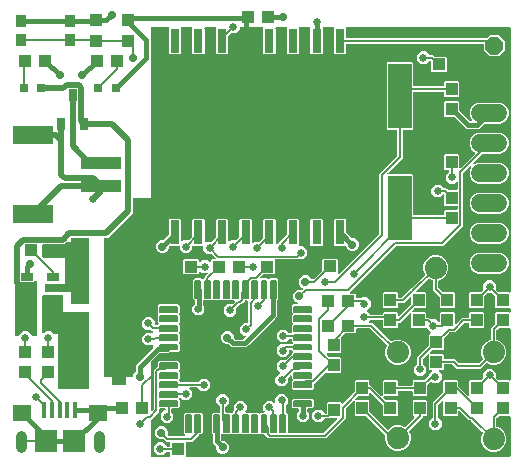
<source format=gbr>
G04 EAGLE Gerber RS-274X export*
G75*
%MOMM*%
%FSLAX34Y34*%
%LPD*%
%INTop Copper*%
%IPPOS*%
%AMOC8*
5,1,8,0,0,1.08239X$1,22.5*%
G01*
%ADD10C,1.524000*%
%ADD11R,0.800000X2.000000*%
%ADD12R,1.100000X1.000000*%
%ADD13P,1.649562X8X22.500000*%
%ADD14R,1.000000X0.700000*%
%ADD15R,1.270000X2.060000*%
%ADD16R,1.600000X5.700000*%
%ADD17R,0.400000X1.350000*%
%ADD18R,1.600000X1.400000*%
%ADD19R,1.900000X1.900000*%
%ADD20C,0.900000*%
%ADD21C,0.137500*%
%ADD22R,1.000000X1.100000*%
%ADD23R,2.000000X5.500000*%
%ADD24R,0.800000X0.800000*%
%ADD25C,1.879600*%
%ADD26R,0.900000X1.000000*%
%ADD27R,0.700000X1.000000*%
%ADD28R,3.500000X1.000000*%
%ADD29R,3.400000X1.500000*%
%ADD30C,0.654800*%
%ADD31C,0.200000*%
%ADD32C,0.406400*%
%ADD33C,0.152400*%
%ADD34C,0.704800*%
%ADD35C,0.508000*%
%ADD36C,0.406000*%

G36*
X122307Y114032D02*
X122307Y114032D01*
X122310Y114012D01*
X122308Y113993D01*
X122330Y113891D01*
X122346Y113789D01*
X122356Y113772D01*
X122360Y113752D01*
X122413Y113663D01*
X122462Y113572D01*
X122476Y113558D01*
X122486Y113541D01*
X122565Y113474D01*
X122640Y113402D01*
X122658Y113394D01*
X122673Y113381D01*
X122769Y113342D01*
X122863Y113299D01*
X122883Y113297D01*
X122901Y113289D01*
X123068Y113271D01*
X124168Y113271D01*
X124188Y113274D01*
X124207Y113272D01*
X124309Y113294D01*
X124411Y113310D01*
X124428Y113320D01*
X124448Y113324D01*
X124537Y113377D01*
X124628Y113426D01*
X124642Y113440D01*
X124659Y113450D01*
X124726Y113529D01*
X124798Y113604D01*
X124806Y113622D01*
X124819Y113637D01*
X124858Y113733D01*
X124901Y113827D01*
X124903Y113847D01*
X124904Y113848D01*
X125517Y114462D01*
X125529Y114478D01*
X125545Y114490D01*
X125601Y114578D01*
X125661Y114661D01*
X125667Y114680D01*
X125678Y114697D01*
X125703Y114798D01*
X125733Y114897D01*
X125733Y114916D01*
X125738Y114936D01*
X125730Y115039D01*
X125727Y115142D01*
X125720Y115161D01*
X125718Y115181D01*
X125678Y115276D01*
X125642Y115373D01*
X125630Y115389D01*
X125622Y115407D01*
X125517Y115538D01*
X124929Y116126D01*
X124929Y121874D01*
X125517Y122462D01*
X125529Y122478D01*
X125545Y122490D01*
X125601Y122578D01*
X125661Y122661D01*
X125667Y122680D01*
X125678Y122697D01*
X125703Y122798D01*
X125733Y122897D01*
X125733Y122916D01*
X125738Y122936D01*
X125730Y123039D01*
X125727Y123142D01*
X125720Y123161D01*
X125718Y123181D01*
X125678Y123276D01*
X125642Y123373D01*
X125630Y123389D01*
X125622Y123407D01*
X125517Y123538D01*
X124929Y124126D01*
X124929Y129874D01*
X126076Y131021D01*
X142324Y131021D01*
X143471Y129874D01*
X143471Y124126D01*
X142883Y123538D01*
X142871Y123522D01*
X142855Y123510D01*
X142799Y123422D01*
X142739Y123339D01*
X142733Y123320D01*
X142722Y123303D01*
X142697Y123202D01*
X142667Y123103D01*
X142667Y123084D01*
X142662Y123064D01*
X142670Y122961D01*
X142673Y122858D01*
X142680Y122839D01*
X142682Y122819D01*
X142722Y122724D01*
X142758Y122627D01*
X142770Y122611D01*
X142778Y122593D01*
X142883Y122462D01*
X143471Y121874D01*
X143471Y116126D01*
X142883Y115538D01*
X142871Y115522D01*
X142855Y115510D01*
X142799Y115422D01*
X142739Y115339D01*
X142733Y115320D01*
X142722Y115303D01*
X142697Y115202D01*
X142667Y115103D01*
X142667Y115084D01*
X142662Y115064D01*
X142670Y114961D01*
X142673Y114858D01*
X142680Y114839D01*
X142682Y114819D01*
X142722Y114724D01*
X142758Y114627D01*
X142770Y114611D01*
X142778Y114593D01*
X142883Y114462D01*
X143471Y113874D01*
X143471Y108126D01*
X142883Y107538D01*
X142871Y107522D01*
X142855Y107510D01*
X142799Y107422D01*
X142739Y107339D01*
X142733Y107320D01*
X142722Y107303D01*
X142697Y107202D01*
X142667Y107103D01*
X142667Y107084D01*
X142662Y107064D01*
X142670Y106961D01*
X142673Y106858D01*
X142680Y106839D01*
X142682Y106819D01*
X142722Y106724D01*
X142758Y106627D01*
X142770Y106611D01*
X142778Y106593D01*
X142883Y106462D01*
X143471Y105874D01*
X143471Y100126D01*
X142883Y99538D01*
X142871Y99522D01*
X142855Y99510D01*
X142799Y99422D01*
X142739Y99339D01*
X142733Y99320D01*
X142722Y99303D01*
X142697Y99202D01*
X142667Y99103D01*
X142667Y99084D01*
X142662Y99064D01*
X142670Y98961D01*
X142673Y98858D01*
X142680Y98839D01*
X142682Y98819D01*
X142722Y98724D01*
X142758Y98627D01*
X142770Y98611D01*
X142778Y98593D01*
X142883Y98462D01*
X143471Y97874D01*
X143471Y92126D01*
X142324Y90979D01*
X135165Y90979D01*
X135075Y90965D01*
X134984Y90957D01*
X134955Y90945D01*
X134923Y90940D01*
X134842Y90897D01*
X134758Y90861D01*
X134726Y90835D01*
X134705Y90824D01*
X134683Y90801D01*
X134627Y90756D01*
X133874Y90003D01*
X126813Y90003D01*
X126723Y89989D01*
X126632Y89981D01*
X126602Y89969D01*
X126570Y89964D01*
X126490Y89921D01*
X126406Y89885D01*
X126374Y89859D01*
X126353Y89848D01*
X126331Y89825D01*
X126275Y89780D01*
X119462Y82967D01*
X119409Y82893D01*
X119349Y82824D01*
X119337Y82794D01*
X119318Y82767D01*
X119291Y82680D01*
X119257Y82596D01*
X119253Y82555D01*
X119246Y82532D01*
X119247Y82500D01*
X119239Y82429D01*
X119239Y41628D01*
X119250Y41557D01*
X119252Y41485D01*
X119270Y41436D01*
X119279Y41385D01*
X119312Y41322D01*
X119337Y41254D01*
X119369Y41214D01*
X119394Y41167D01*
X119446Y41118D01*
X119490Y41062D01*
X119534Y41034D01*
X119572Y40998D01*
X119637Y40968D01*
X119697Y40929D01*
X119748Y40916D01*
X119795Y40894D01*
X119866Y40887D01*
X119936Y40869D01*
X119988Y40873D01*
X120039Y40867D01*
X120110Y40883D01*
X120181Y40888D01*
X120229Y40909D01*
X120280Y40920D01*
X120341Y40956D01*
X120407Y40985D01*
X120463Y41029D01*
X120491Y41046D01*
X120506Y41064D01*
X120538Y41089D01*
X121436Y41987D01*
X121489Y42061D01*
X121549Y42131D01*
X121561Y42161D01*
X121580Y42187D01*
X121607Y42274D01*
X121641Y42359D01*
X121645Y42400D01*
X121652Y42422D01*
X121651Y42454D01*
X121659Y42526D01*
X121659Y75228D01*
X124706Y78275D01*
X124759Y78349D01*
X124819Y78419D01*
X124831Y78449D01*
X124850Y78475D01*
X124877Y78562D01*
X124911Y78647D01*
X124915Y78688D01*
X124922Y78710D01*
X124921Y78742D01*
X124929Y78813D01*
X124929Y81874D01*
X126076Y83021D01*
X142324Y83021D01*
X143471Y81874D01*
X143471Y76126D01*
X142883Y75538D01*
X142871Y75522D01*
X142855Y75510D01*
X142799Y75422D01*
X142739Y75339D01*
X142733Y75320D01*
X142722Y75303D01*
X142697Y75202D01*
X142667Y75103D01*
X142667Y75084D01*
X142662Y75064D01*
X142670Y74961D01*
X142673Y74858D01*
X142680Y74839D01*
X142682Y74819D01*
X142722Y74724D01*
X142758Y74627D01*
X142770Y74611D01*
X142778Y74593D01*
X142883Y74462D01*
X143471Y73874D01*
X143471Y68126D01*
X142883Y67538D01*
X142871Y67522D01*
X142855Y67510D01*
X142799Y67422D01*
X142739Y67339D01*
X142733Y67320D01*
X142722Y67303D01*
X142697Y67202D01*
X142667Y67103D01*
X142667Y67084D01*
X142662Y67064D01*
X142670Y66961D01*
X142673Y66858D01*
X142680Y66839D01*
X142682Y66819D01*
X142722Y66724D01*
X142758Y66627D01*
X142770Y66611D01*
X142778Y66593D01*
X142883Y66462D01*
X143502Y65843D01*
X143510Y65789D01*
X143520Y65772D01*
X143524Y65752D01*
X143577Y65663D01*
X143626Y65572D01*
X143640Y65558D01*
X143650Y65541D01*
X143729Y65474D01*
X143804Y65402D01*
X143822Y65394D01*
X143837Y65381D01*
X143933Y65342D01*
X144027Y65299D01*
X144047Y65297D01*
X144065Y65289D01*
X144232Y65271D01*
X158451Y65271D01*
X158541Y65285D01*
X158632Y65293D01*
X158661Y65305D01*
X158693Y65310D01*
X158774Y65353D01*
X158858Y65389D01*
X158890Y65415D01*
X158911Y65426D01*
X158933Y65449D01*
X158989Y65494D01*
X161802Y68307D01*
X166198Y68307D01*
X169307Y65198D01*
X169307Y60802D01*
X166198Y57693D01*
X161802Y57693D01*
X158989Y60506D01*
X158915Y60559D01*
X158845Y60619D01*
X158815Y60631D01*
X158789Y60650D01*
X158702Y60677D01*
X158617Y60711D01*
X158576Y60715D01*
X158554Y60722D01*
X158522Y60721D01*
X158451Y60729D01*
X152613Y60729D01*
X152543Y60718D01*
X152471Y60716D01*
X152422Y60698D01*
X152371Y60690D01*
X152307Y60656D01*
X152240Y60631D01*
X152199Y60599D01*
X152153Y60574D01*
X152104Y60522D01*
X152048Y60478D01*
X152020Y60434D01*
X151984Y60396D01*
X151954Y60331D01*
X151915Y60271D01*
X151902Y60220D01*
X151880Y60173D01*
X151872Y60102D01*
X151855Y60032D01*
X151859Y59980D01*
X151853Y59929D01*
X151868Y59858D01*
X151874Y59787D01*
X151894Y59739D01*
X151905Y59688D01*
X151942Y59627D01*
X151970Y59561D01*
X152015Y59505D01*
X152032Y59477D01*
X152049Y59462D01*
X152075Y59430D01*
X154027Y57478D01*
X154027Y53082D01*
X150918Y49973D01*
X146522Y49973D01*
X144458Y52037D01*
X144442Y52049D01*
X144429Y52064D01*
X144358Y52110D01*
X144331Y52133D01*
X144316Y52139D01*
X144258Y52181D01*
X144239Y52186D01*
X144222Y52197D01*
X144122Y52223D01*
X144023Y52253D01*
X144003Y52252D01*
X143984Y52257D01*
X143881Y52249D01*
X143777Y52247D01*
X143759Y52240D01*
X143739Y52238D01*
X143644Y52198D01*
X143546Y52162D01*
X143531Y52150D01*
X143512Y52142D01*
X143451Y52093D01*
X143443Y52088D01*
X143434Y52079D01*
X143381Y52037D01*
X142883Y51538D01*
X142871Y51522D01*
X142855Y51510D01*
X142799Y51422D01*
X142739Y51339D01*
X142733Y51320D01*
X142722Y51303D01*
X142697Y51202D01*
X142667Y51103D01*
X142667Y51084D01*
X142662Y51064D01*
X142670Y50961D01*
X142673Y50858D01*
X142680Y50839D01*
X142682Y50819D01*
X142722Y50724D01*
X142758Y50627D01*
X142770Y50611D01*
X142778Y50593D01*
X142883Y50462D01*
X143471Y49874D01*
X143471Y44126D01*
X142324Y42979D01*
X137232Y42979D01*
X137212Y42976D01*
X137193Y42978D01*
X137091Y42956D01*
X136989Y42940D01*
X136972Y42930D01*
X136952Y42926D01*
X136863Y42873D01*
X136772Y42824D01*
X136758Y42810D01*
X136741Y42800D01*
X136674Y42721D01*
X136602Y42646D01*
X136594Y42628D01*
X136581Y42613D01*
X136542Y42517D01*
X136499Y42423D01*
X136497Y42403D01*
X136489Y42385D01*
X136471Y42218D01*
X136471Y40010D01*
X136485Y39920D01*
X136493Y39829D01*
X136505Y39800D01*
X136510Y39768D01*
X136553Y39687D01*
X136589Y39603D01*
X136615Y39571D01*
X136626Y39550D01*
X136649Y39528D01*
X136694Y39472D01*
X137968Y38198D01*
X137968Y33802D01*
X134859Y30693D01*
X130463Y30693D01*
X127354Y33802D01*
X127354Y38198D01*
X130463Y41307D01*
X131168Y41307D01*
X131188Y41310D01*
X131207Y41308D01*
X131309Y41330D01*
X131411Y41346D01*
X131428Y41356D01*
X131448Y41360D01*
X131537Y41413D01*
X131628Y41462D01*
X131642Y41476D01*
X131659Y41486D01*
X131726Y41565D01*
X131798Y41640D01*
X131806Y41658D01*
X131819Y41673D01*
X131858Y41769D01*
X131901Y41863D01*
X131903Y41883D01*
X131911Y41901D01*
X131929Y42068D01*
X131929Y42218D01*
X131926Y42238D01*
X131928Y42257D01*
X131906Y42359D01*
X131890Y42461D01*
X131880Y42478D01*
X131876Y42498D01*
X131823Y42587D01*
X131774Y42678D01*
X131760Y42692D01*
X131750Y42709D01*
X131671Y42776D01*
X131596Y42848D01*
X131578Y42856D01*
X131563Y42869D01*
X131467Y42908D01*
X131373Y42951D01*
X131353Y42953D01*
X131335Y42961D01*
X131168Y42979D01*
X126962Y42979D01*
X126942Y42976D01*
X126923Y42978D01*
X126821Y42956D01*
X126719Y42940D01*
X126702Y42930D01*
X126682Y42926D01*
X126593Y42873D01*
X126502Y42824D01*
X126488Y42810D01*
X126471Y42800D01*
X126404Y42721D01*
X126332Y42646D01*
X126324Y42628D01*
X126311Y42613D01*
X126272Y42517D01*
X126229Y42423D01*
X126227Y42403D01*
X126219Y42385D01*
X126201Y42218D01*
X126201Y40329D01*
X119462Y33590D01*
X119409Y33516D01*
X119349Y33447D01*
X119337Y33417D01*
X119318Y33390D01*
X119291Y33303D01*
X119257Y33219D01*
X119253Y33178D01*
X119246Y33155D01*
X119247Y33123D01*
X119239Y33052D01*
X119239Y2762D01*
X119242Y2742D01*
X119240Y2723D01*
X119262Y2621D01*
X119279Y2519D01*
X119288Y2502D01*
X119292Y2482D01*
X119345Y2393D01*
X119394Y2302D01*
X119408Y2288D01*
X119418Y2271D01*
X119497Y2204D01*
X119572Y2132D01*
X119590Y2124D01*
X119605Y2111D01*
X119701Y2072D01*
X119795Y2029D01*
X119815Y2027D01*
X119833Y2019D01*
X120000Y2001D01*
X134418Y2001D01*
X134438Y2004D01*
X134457Y2002D01*
X134559Y2024D01*
X134661Y2040D01*
X134678Y2050D01*
X134698Y2054D01*
X134787Y2107D01*
X134878Y2156D01*
X134892Y2170D01*
X134909Y2180D01*
X134976Y2259D01*
X135048Y2334D01*
X135056Y2352D01*
X135069Y2367D01*
X135108Y2463D01*
X135151Y2557D01*
X135153Y2577D01*
X135161Y2595D01*
X135179Y2762D01*
X135179Y5706D01*
X135176Y5726D01*
X135178Y5745D01*
X135156Y5847D01*
X135140Y5949D01*
X135130Y5966D01*
X135126Y5986D01*
X135073Y6075D01*
X135024Y6166D01*
X135010Y6180D01*
X135000Y6197D01*
X134921Y6264D01*
X134846Y6336D01*
X134828Y6344D01*
X134813Y6357D01*
X134717Y6396D01*
X134623Y6439D01*
X134603Y6441D01*
X134585Y6449D01*
X134418Y6467D01*
X132287Y6467D01*
X132197Y6453D01*
X132106Y6445D01*
X132077Y6433D01*
X132045Y6428D01*
X131964Y6385D01*
X131880Y6349D01*
X131848Y6323D01*
X131827Y6312D01*
X131805Y6289D01*
X131749Y6244D01*
X129198Y3693D01*
X124802Y3693D01*
X121693Y6802D01*
X121693Y11198D01*
X124802Y14307D01*
X129198Y14307D01*
X132324Y11181D01*
X132330Y11153D01*
X132346Y11051D01*
X132356Y11034D01*
X132360Y11014D01*
X132413Y10925D01*
X132462Y10834D01*
X132476Y10820D01*
X132486Y10803D01*
X132565Y10736D01*
X132640Y10664D01*
X132658Y10656D01*
X132673Y10643D01*
X132769Y10604D01*
X132863Y10561D01*
X132883Y10559D01*
X132901Y10551D01*
X133068Y10533D01*
X134418Y10533D01*
X134438Y10536D01*
X134457Y10534D01*
X134559Y10556D01*
X134661Y10572D01*
X134678Y10582D01*
X134698Y10586D01*
X134787Y10639D01*
X134878Y10688D01*
X134892Y10702D01*
X134909Y10712D01*
X134976Y10791D01*
X135048Y10866D01*
X135056Y10884D01*
X135069Y10899D01*
X135108Y10995D01*
X135151Y11089D01*
X135153Y11109D01*
X135161Y11127D01*
X135179Y11294D01*
X135179Y14168D01*
X135176Y14188D01*
X135178Y14207D01*
X135156Y14309D01*
X135140Y14411D01*
X135130Y14428D01*
X135126Y14448D01*
X135073Y14537D01*
X135024Y14628D01*
X135010Y14642D01*
X135000Y14659D01*
X134921Y14726D01*
X134846Y14798D01*
X134828Y14806D01*
X134813Y14819D01*
X134717Y14858D01*
X134623Y14901D01*
X134603Y14903D01*
X134585Y14911D01*
X134418Y14929D01*
X132130Y14929D01*
X130347Y16712D01*
X130252Y16780D01*
X130159Y16850D01*
X130153Y16852D01*
X130147Y16855D01*
X130036Y16890D01*
X129925Y16926D01*
X129918Y16926D01*
X129912Y16928D01*
X129796Y16925D01*
X129679Y16924D01*
X129671Y16921D01*
X129667Y16921D01*
X129649Y16915D01*
X129518Y16877D01*
X129111Y16708D01*
X126900Y16708D01*
X124858Y17554D01*
X123295Y19117D01*
X122449Y21160D01*
X122449Y23370D01*
X123295Y25413D01*
X124858Y26976D01*
X126900Y27822D01*
X129111Y27822D01*
X131153Y26976D01*
X132716Y25413D01*
X133562Y23370D01*
X133562Y21160D01*
X133393Y20753D01*
X133367Y20638D01*
X133338Y20526D01*
X133339Y20519D01*
X133337Y20513D01*
X133348Y20397D01*
X133357Y20280D01*
X133360Y20275D01*
X133360Y20268D01*
X133408Y20162D01*
X133454Y20054D01*
X133458Y20048D01*
X133460Y20044D01*
X133473Y20030D01*
X133559Y19923D01*
X133788Y19694D01*
X133862Y19641D01*
X133931Y19581D01*
X133961Y19569D01*
X133988Y19550D01*
X134075Y19523D01*
X134159Y19489D01*
X134200Y19485D01*
X134223Y19478D01*
X134255Y19479D01*
X134326Y19471D01*
X147747Y19471D01*
X147818Y19482D01*
X147890Y19484D01*
X147939Y19502D01*
X147990Y19510D01*
X148053Y19544D01*
X148121Y19569D01*
X148161Y19601D01*
X148207Y19626D01*
X148257Y19678D01*
X148313Y19722D01*
X148341Y19766D01*
X148377Y19804D01*
X148407Y19869D01*
X148446Y19929D01*
X148458Y19980D01*
X148480Y20027D01*
X148488Y20098D01*
X148506Y20168D01*
X148502Y20220D01*
X148507Y20271D01*
X148492Y20342D01*
X148487Y20413D01*
X148466Y20461D01*
X148455Y20512D01*
X148418Y20573D01*
X148390Y20639D01*
X148345Y20695D01*
X148329Y20723D01*
X148311Y20738D01*
X148285Y20770D01*
X146979Y22076D01*
X146979Y38324D01*
X148126Y39471D01*
X153874Y39471D01*
X154462Y38883D01*
X154478Y38871D01*
X154490Y38855D01*
X154578Y38799D01*
X154661Y38739D01*
X154680Y38733D01*
X154697Y38722D01*
X154798Y38697D01*
X154897Y38667D01*
X154916Y38667D01*
X154936Y38662D01*
X155039Y38670D01*
X155142Y38673D01*
X155161Y38680D01*
X155181Y38682D01*
X155276Y38722D01*
X155373Y38758D01*
X155389Y38770D01*
X155407Y38778D01*
X155538Y38883D01*
X156126Y39471D01*
X161874Y39471D01*
X163021Y38324D01*
X163021Y22076D01*
X161874Y20929D01*
X160256Y20929D01*
X160166Y20915D01*
X160075Y20907D01*
X160045Y20895D01*
X160013Y20890D01*
X159932Y20847D01*
X159849Y20811D01*
X159816Y20785D01*
X159796Y20774D01*
X159774Y20751D01*
X159718Y20706D01*
X153941Y14929D01*
X149482Y14929D01*
X149462Y14926D01*
X149443Y14928D01*
X149341Y14906D01*
X149239Y14890D01*
X149222Y14880D01*
X149202Y14876D01*
X149113Y14823D01*
X149022Y14774D01*
X149008Y14760D01*
X148991Y14750D01*
X148924Y14671D01*
X148852Y14596D01*
X148844Y14578D01*
X148831Y14563D01*
X148792Y14467D01*
X148749Y14373D01*
X148747Y14353D01*
X148739Y14335D01*
X148721Y14168D01*
X148721Y2762D01*
X148724Y2742D01*
X148722Y2723D01*
X148744Y2621D01*
X148760Y2519D01*
X148770Y2502D01*
X148774Y2482D01*
X148827Y2393D01*
X148876Y2302D01*
X148890Y2288D01*
X148900Y2271D01*
X148979Y2204D01*
X149054Y2132D01*
X149072Y2124D01*
X149087Y2111D01*
X149183Y2072D01*
X149277Y2029D01*
X149297Y2027D01*
X149315Y2019D01*
X149482Y2001D01*
X423038Y2001D01*
X423058Y2004D01*
X423077Y2002D01*
X423179Y2024D01*
X423281Y2040D01*
X423298Y2050D01*
X423318Y2054D01*
X423407Y2107D01*
X423498Y2156D01*
X423512Y2170D01*
X423529Y2180D01*
X423596Y2259D01*
X423668Y2334D01*
X423676Y2352D01*
X423689Y2367D01*
X423728Y2463D01*
X423771Y2557D01*
X423773Y2577D01*
X423781Y2595D01*
X423799Y2762D01*
X423799Y35664D01*
X423788Y35735D01*
X423786Y35807D01*
X423768Y35856D01*
X423760Y35907D01*
X423726Y35970D01*
X423701Y36038D01*
X423669Y36079D01*
X423644Y36125D01*
X423593Y36174D01*
X423548Y36230D01*
X423504Y36258D01*
X423466Y36294D01*
X423401Y36324D01*
X423341Y36363D01*
X423290Y36376D01*
X423243Y36398D01*
X423172Y36405D01*
X423102Y36423D01*
X423050Y36419D01*
X422999Y36425D01*
X422928Y36409D01*
X422857Y36404D01*
X422809Y36383D01*
X422758Y36372D01*
X422697Y36336D01*
X422631Y36307D01*
X422575Y36263D01*
X422547Y36246D01*
X422533Y36229D01*
X413756Y36229D01*
X413666Y36215D01*
X413575Y36207D01*
X413545Y36195D01*
X413513Y36190D01*
X413432Y36147D01*
X413349Y36111D01*
X413316Y36085D01*
X413296Y36074D01*
X413274Y36051D01*
X413218Y36006D01*
X411894Y34682D01*
X411841Y34608D01*
X411781Y34539D01*
X411769Y34509D01*
X411750Y34483D01*
X411723Y34396D01*
X411689Y34311D01*
X411685Y34270D01*
X411678Y34248D01*
X411679Y34215D01*
X411671Y34144D01*
X411671Y28116D01*
X411690Y28001D01*
X411707Y27885D01*
X411709Y27879D01*
X411710Y27873D01*
X411765Y27770D01*
X411818Y27666D01*
X411823Y27661D01*
X411826Y27656D01*
X411910Y27576D01*
X411994Y27493D01*
X412000Y27490D01*
X412004Y27486D01*
X412021Y27479D01*
X412141Y27413D01*
X415443Y26045D01*
X418445Y23043D01*
X420069Y19122D01*
X420069Y14878D01*
X418445Y10957D01*
X415443Y7955D01*
X411522Y6331D01*
X407278Y6331D01*
X403357Y7955D01*
X400355Y10957D01*
X398731Y14878D01*
X398731Y19122D01*
X400099Y22425D01*
X400126Y22538D01*
X400155Y22652D01*
X400154Y22658D01*
X400155Y22664D01*
X400144Y22781D01*
X400135Y22897D01*
X400133Y22903D01*
X400132Y22909D01*
X400085Y23017D01*
X400039Y23123D01*
X400034Y23129D01*
X400032Y23134D01*
X400020Y23148D01*
X399934Y23254D01*
X390452Y32736D01*
X390378Y32789D01*
X390309Y32849D01*
X390279Y32861D01*
X390253Y32880D01*
X390166Y32907D01*
X390081Y32941D01*
X390040Y32945D01*
X390018Y32952D01*
X389985Y32951D01*
X389914Y32959D01*
X388119Y32959D01*
X380572Y40506D01*
X380506Y40554D01*
X380460Y40598D01*
X380446Y40604D01*
X380429Y40619D01*
X380399Y40631D01*
X380372Y40650D01*
X380298Y40673D01*
X380237Y40701D01*
X380220Y40703D01*
X380201Y40711D01*
X380160Y40715D01*
X380137Y40722D01*
X380105Y40721D01*
X380034Y40729D01*
X380032Y40729D01*
X380012Y40726D01*
X379993Y40728D01*
X379941Y40717D01*
X379891Y40716D01*
X379844Y40698D01*
X379789Y40690D01*
X379772Y40680D01*
X379752Y40676D01*
X379705Y40648D01*
X379660Y40631D01*
X379623Y40602D01*
X379572Y40574D01*
X379558Y40560D01*
X379541Y40550D01*
X379503Y40505D01*
X379468Y40478D01*
X379444Y40440D01*
X379402Y40396D01*
X379394Y40378D01*
X379381Y40363D01*
X379359Y40307D01*
X379335Y40271D01*
X379325Y40229D01*
X379299Y40173D01*
X379297Y40153D01*
X379289Y40135D01*
X379280Y40050D01*
X379275Y40032D01*
X379276Y40019D01*
X379271Y39968D01*
X379271Y36974D01*
X378526Y36229D01*
X367474Y36229D01*
X366729Y36974D01*
X366729Y48680D01*
X366718Y48751D01*
X366716Y48823D01*
X366698Y48872D01*
X366690Y48923D01*
X366656Y48986D01*
X366631Y49054D01*
X366599Y49094D01*
X366574Y49140D01*
X366522Y49190D01*
X366478Y49246D01*
X366434Y49274D01*
X366396Y49310D01*
X366331Y49340D01*
X366271Y49379D01*
X366220Y49391D01*
X366173Y49413D01*
X366102Y49421D01*
X366032Y49439D01*
X365980Y49435D01*
X365929Y49440D01*
X365858Y49425D01*
X365787Y49420D01*
X365739Y49399D01*
X365688Y49388D01*
X365627Y49351D01*
X365561Y49323D01*
X365505Y49278D01*
X365477Y49262D01*
X365462Y49244D01*
X365430Y49218D01*
X362494Y46282D01*
X362441Y46208D01*
X362381Y46139D01*
X362369Y46109D01*
X362350Y46083D01*
X362323Y45995D01*
X362289Y45911D01*
X362285Y45870D01*
X362278Y45848D01*
X362279Y45815D01*
X362271Y45744D01*
X362271Y35549D01*
X362285Y35459D01*
X362293Y35368D01*
X362305Y35339D01*
X362310Y35307D01*
X362353Y35226D01*
X362389Y35142D01*
X362415Y35110D01*
X362426Y35089D01*
X362449Y35067D01*
X362494Y35011D01*
X365307Y32198D01*
X365307Y27802D01*
X362198Y24693D01*
X357802Y24693D01*
X354693Y27802D01*
X354693Y32198D01*
X357506Y35011D01*
X357559Y35085D01*
X357619Y35155D01*
X357631Y35185D01*
X357650Y35211D01*
X357677Y35298D01*
X357711Y35383D01*
X357715Y35424D01*
X357722Y35446D01*
X357721Y35478D01*
X357729Y35549D01*
X357729Y47941D01*
X359282Y49494D01*
X366506Y56718D01*
X366559Y56792D01*
X366619Y56861D01*
X366631Y56891D01*
X366650Y56917D01*
X366677Y57004D01*
X366711Y57089D01*
X366715Y57130D01*
X366722Y57152D01*
X366721Y57185D01*
X366729Y57256D01*
X366729Y66026D01*
X367474Y66771D01*
X378526Y66771D01*
X379271Y66026D01*
X379271Y62256D01*
X379285Y62166D01*
X379293Y62075D01*
X379305Y62045D01*
X379310Y62013D01*
X379353Y61932D01*
X379389Y61849D01*
X379415Y61816D01*
X379426Y61796D01*
X379449Y61774D01*
X379494Y61718D01*
X387430Y53782D01*
X387488Y53740D01*
X387540Y53690D01*
X387587Y53668D01*
X387629Y53638D01*
X387698Y53617D01*
X387763Y53587D01*
X387815Y53581D01*
X387865Y53566D01*
X387936Y53568D01*
X388007Y53560D01*
X388058Y53571D01*
X388110Y53572D01*
X388178Y53597D01*
X388248Y53612D01*
X388292Y53639D01*
X388341Y53656D01*
X388397Y53701D01*
X388459Y53738D01*
X388493Y53778D01*
X388533Y53810D01*
X388572Y53870D01*
X388619Y53925D01*
X388638Y53973D01*
X388666Y54017D01*
X388684Y54087D01*
X388711Y54153D01*
X388719Y54224D01*
X388727Y54256D01*
X388725Y54279D01*
X388729Y54320D01*
X388729Y66026D01*
X389474Y66771D01*
X398244Y66771D01*
X398334Y66785D01*
X398425Y66793D01*
X398455Y66805D01*
X398487Y66810D01*
X398568Y66853D01*
X398651Y66889D01*
X398684Y66915D01*
X398704Y66926D01*
X398726Y66949D01*
X398782Y66994D01*
X400470Y68682D01*
X400523Y68756D01*
X400583Y68825D01*
X400595Y68855D01*
X400614Y68881D01*
X400641Y68968D01*
X400675Y69053D01*
X400679Y69094D01*
X400686Y69116D01*
X400685Y69149D01*
X400693Y69220D01*
X400693Y73198D01*
X403802Y76307D01*
X408198Y76307D01*
X411307Y73198D01*
X411307Y69220D01*
X411321Y69130D01*
X411329Y69039D01*
X411341Y69009D01*
X411346Y68977D01*
X411389Y68897D01*
X411425Y68813D01*
X411451Y68780D01*
X411462Y68760D01*
X411485Y68738D01*
X411530Y68682D01*
X413218Y66994D01*
X413292Y66941D01*
X413361Y66881D01*
X413391Y66869D01*
X413417Y66850D01*
X413504Y66823D01*
X413589Y66789D01*
X413630Y66785D01*
X413652Y66778D01*
X413685Y66779D01*
X413756Y66771D01*
X422537Y66771D01*
X422558Y66755D01*
X422610Y66706D01*
X422657Y66684D01*
X422699Y66654D01*
X422768Y66633D01*
X422833Y66602D01*
X422885Y66597D01*
X422934Y66581D01*
X423006Y66583D01*
X423077Y66575D01*
X423128Y66586D01*
X423180Y66588D01*
X423248Y66612D01*
X423318Y66628D01*
X423363Y66654D01*
X423411Y66672D01*
X423467Y66717D01*
X423529Y66754D01*
X423563Y66793D01*
X423603Y66826D01*
X423642Y66886D01*
X423689Y66941D01*
X423708Y66989D01*
X423736Y67033D01*
X423754Y67102D01*
X423781Y67169D01*
X423789Y67240D01*
X423797Y67271D01*
X423795Y67295D01*
X423799Y67336D01*
X423799Y110164D01*
X423788Y110235D01*
X423786Y110307D01*
X423768Y110356D01*
X423760Y110407D01*
X423726Y110470D01*
X423701Y110538D01*
X423669Y110579D01*
X423644Y110625D01*
X423593Y110674D01*
X423548Y110730D01*
X423504Y110758D01*
X423466Y110794D01*
X423401Y110824D01*
X423341Y110863D01*
X423290Y110876D01*
X423243Y110898D01*
X423172Y110905D01*
X423102Y110923D01*
X423050Y110919D01*
X422999Y110925D01*
X422928Y110909D01*
X422857Y110904D01*
X422809Y110883D01*
X422758Y110872D01*
X422697Y110836D01*
X422631Y110807D01*
X422575Y110763D01*
X422547Y110746D01*
X422533Y110729D01*
X413756Y110729D01*
X413666Y110715D01*
X413575Y110707D01*
X413545Y110695D01*
X413513Y110690D01*
X413432Y110647D01*
X413349Y110611D01*
X413316Y110585D01*
X413296Y110574D01*
X413274Y110551D01*
X413218Y110506D01*
X411894Y109182D01*
X411841Y109108D01*
X411781Y109039D01*
X411769Y109009D01*
X411750Y108983D01*
X411723Y108896D01*
X411689Y108811D01*
X411685Y108770D01*
X411678Y108748D01*
X411679Y108715D01*
X411671Y108644D01*
X411671Y101616D01*
X411690Y101501D01*
X411707Y101385D01*
X411709Y101379D01*
X411710Y101373D01*
X411765Y101270D01*
X411818Y101166D01*
X411823Y101161D01*
X411826Y101156D01*
X411910Y101076D01*
X411994Y100993D01*
X412000Y100990D01*
X412004Y100986D01*
X412021Y100979D01*
X412141Y100913D01*
X415443Y99545D01*
X418445Y96543D01*
X420069Y92622D01*
X420069Y88378D01*
X418445Y84457D01*
X415443Y81455D01*
X411522Y79831D01*
X407278Y79831D01*
X403975Y81199D01*
X403862Y81226D01*
X403748Y81255D01*
X403742Y81254D01*
X403736Y81255D01*
X403619Y81244D01*
X403503Y81235D01*
X403497Y81233D01*
X403491Y81232D01*
X403383Y81185D01*
X403277Y81139D01*
X403271Y81134D01*
X403266Y81132D01*
X403252Y81120D01*
X403146Y81034D01*
X398673Y76561D01*
X378226Y76561D01*
X374781Y80006D01*
X374707Y80059D01*
X374638Y80119D01*
X374608Y80131D01*
X374582Y80150D01*
X374495Y80177D01*
X374410Y80211D01*
X374369Y80215D01*
X374347Y80222D01*
X374314Y80221D01*
X374243Y80229D01*
X368032Y80229D01*
X368012Y80226D01*
X367993Y80228D01*
X367891Y80206D01*
X367789Y80190D01*
X367772Y80180D01*
X367752Y80176D01*
X367663Y80123D01*
X367572Y80074D01*
X367558Y80060D01*
X367541Y80050D01*
X367474Y79971D01*
X367402Y79896D01*
X367394Y79878D01*
X367381Y79863D01*
X367342Y79767D01*
X367299Y79673D01*
X367297Y79653D01*
X367289Y79635D01*
X367271Y79468D01*
X367271Y76474D01*
X366526Y75729D01*
X363613Y75729D01*
X363543Y75718D01*
X363471Y75716D01*
X363422Y75698D01*
X363371Y75690D01*
X363307Y75656D01*
X363240Y75631D01*
X363199Y75599D01*
X363153Y75574D01*
X363104Y75522D01*
X363048Y75478D01*
X363020Y75434D01*
X362984Y75396D01*
X362954Y75331D01*
X362915Y75271D01*
X362902Y75220D01*
X362880Y75173D01*
X362872Y75102D01*
X362855Y75032D01*
X362859Y74980D01*
X362853Y74929D01*
X362868Y74858D01*
X362874Y74787D01*
X362894Y74739D01*
X362905Y74688D01*
X362942Y74627D01*
X362970Y74561D01*
X363015Y74505D01*
X363032Y74477D01*
X363049Y74462D01*
X363075Y74430D01*
X365307Y72198D01*
X365307Y67802D01*
X362198Y64693D01*
X357802Y64693D01*
X356891Y65604D01*
X356875Y65615D01*
X356863Y65631D01*
X356775Y65687D01*
X356692Y65747D01*
X356673Y65753D01*
X356656Y65764D01*
X356555Y65789D01*
X356457Y65820D01*
X356437Y65819D01*
X356417Y65824D01*
X356314Y65816D01*
X356211Y65813D01*
X356192Y65806D01*
X356172Y65805D01*
X356077Y65764D01*
X355980Y65729D01*
X355964Y65716D01*
X355946Y65708D01*
X355815Y65604D01*
X353494Y63282D01*
X353441Y63208D01*
X353381Y63139D01*
X353369Y63109D01*
X353350Y63083D01*
X353323Y62995D01*
X353289Y62911D01*
X353285Y62870D01*
X353278Y62848D01*
X353279Y62815D01*
X353271Y62744D01*
X353271Y53974D01*
X352526Y53229D01*
X341474Y53229D01*
X340729Y53974D01*
X340729Y56968D01*
X340726Y56988D01*
X340728Y57007D01*
X340706Y57109D01*
X340690Y57211D01*
X340680Y57228D01*
X340676Y57248D01*
X340623Y57337D01*
X340574Y57428D01*
X340560Y57442D01*
X340550Y57459D01*
X340471Y57526D01*
X340396Y57598D01*
X340378Y57606D01*
X340363Y57619D01*
X340267Y57658D01*
X340173Y57701D01*
X340153Y57703D01*
X340135Y57711D01*
X339968Y57729D01*
X329032Y57729D01*
X329012Y57726D01*
X328993Y57728D01*
X328891Y57706D01*
X328789Y57690D01*
X328772Y57680D01*
X328752Y57676D01*
X328663Y57623D01*
X328572Y57574D01*
X328558Y57560D01*
X328541Y57550D01*
X328474Y57471D01*
X328402Y57396D01*
X328394Y57378D01*
X328381Y57363D01*
X328342Y57267D01*
X328299Y57173D01*
X328297Y57153D01*
X328289Y57135D01*
X328271Y56968D01*
X328271Y53974D01*
X327526Y53229D01*
X316820Y53229D01*
X316749Y53218D01*
X316677Y53216D01*
X316628Y53198D01*
X316577Y53190D01*
X316514Y53156D01*
X316446Y53131D01*
X316406Y53099D01*
X316360Y53074D01*
X316310Y53022D01*
X316254Y52978D01*
X316226Y52934D01*
X316190Y52896D01*
X316160Y52831D01*
X316121Y52771D01*
X316109Y52720D01*
X316087Y52673D01*
X316079Y52602D01*
X316061Y52532D01*
X316065Y52480D01*
X316060Y52429D01*
X316075Y52358D01*
X316080Y52287D01*
X316101Y52239D01*
X316112Y52188D01*
X316149Y52127D01*
X316177Y52061D01*
X316222Y52005D01*
X316238Y51977D01*
X316256Y51962D01*
X316282Y51930D01*
X318218Y49994D01*
X318292Y49941D01*
X318361Y49881D01*
X318391Y49869D01*
X318417Y49850D01*
X318505Y49823D01*
X318589Y49789D01*
X318630Y49785D01*
X318652Y49778D01*
X318685Y49779D01*
X318756Y49771D01*
X327526Y49771D01*
X328271Y49026D01*
X328271Y36974D01*
X327526Y36229D01*
X316474Y36229D01*
X315729Y36974D01*
X315729Y45744D01*
X315715Y45834D01*
X315707Y45925D01*
X315695Y45955D01*
X315690Y45987D01*
X315647Y46068D01*
X315611Y46151D01*
X315585Y46184D01*
X315574Y46204D01*
X315551Y46226D01*
X315506Y46282D01*
X305570Y56218D01*
X305512Y56260D01*
X305460Y56310D01*
X305413Y56332D01*
X305371Y56362D01*
X305302Y56383D01*
X305237Y56413D01*
X305185Y56419D01*
X305135Y56434D01*
X305064Y56432D01*
X304993Y56440D01*
X304942Y56429D01*
X304890Y56428D01*
X304822Y56403D01*
X304752Y56388D01*
X304707Y56361D01*
X304659Y56344D01*
X304603Y56299D01*
X304541Y56262D01*
X304507Y56222D01*
X304467Y56190D01*
X304428Y56130D01*
X304381Y56075D01*
X304362Y56027D01*
X304334Y55983D01*
X304316Y55913D01*
X304289Y55847D01*
X304281Y55776D01*
X304273Y55744D01*
X304275Y55721D01*
X304271Y55680D01*
X304271Y53974D01*
X303526Y53229D01*
X294756Y53229D01*
X294666Y53215D01*
X294575Y53207D01*
X294545Y53195D01*
X294513Y53190D01*
X294433Y53147D01*
X294349Y53111D01*
X294316Y53085D01*
X294296Y53074D01*
X294274Y53051D01*
X294218Y53006D01*
X292282Y51070D01*
X292240Y51012D01*
X292190Y50960D01*
X292168Y50913D01*
X292138Y50871D01*
X292117Y50802D01*
X292087Y50737D01*
X292081Y50685D01*
X292066Y50635D01*
X292068Y50564D01*
X292060Y50493D01*
X292071Y50442D01*
X292072Y50390D01*
X292097Y50322D01*
X292112Y50252D01*
X292139Y50207D01*
X292156Y50159D01*
X292201Y50103D01*
X292238Y50041D01*
X292278Y50007D01*
X292310Y49967D01*
X292370Y49928D01*
X292425Y49881D01*
X292473Y49862D01*
X292517Y49834D01*
X292587Y49816D01*
X292653Y49789D01*
X292724Y49781D01*
X292756Y49773D01*
X292779Y49775D01*
X292820Y49771D01*
X303526Y49771D01*
X304271Y49026D01*
X304271Y40256D01*
X304285Y40166D01*
X304293Y40075D01*
X304305Y40045D01*
X304310Y40013D01*
X304353Y39932D01*
X304389Y39849D01*
X304415Y39816D01*
X304426Y39796D01*
X304449Y39774D01*
X304494Y39718D01*
X319223Y24988D01*
X319240Y24976D01*
X319252Y24961D01*
X319339Y24905D01*
X319423Y24844D01*
X319442Y24838D01*
X319459Y24828D01*
X319559Y24802D01*
X319658Y24772D01*
X319678Y24772D01*
X319697Y24768D01*
X319800Y24776D01*
X319904Y24778D01*
X319923Y24785D01*
X319943Y24787D01*
X320038Y24827D01*
X320135Y24863D01*
X320151Y24875D01*
X320169Y24883D01*
X320300Y24988D01*
X322357Y27045D01*
X326278Y28669D01*
X330522Y28669D01*
X333825Y27301D01*
X333938Y27274D01*
X334052Y27245D01*
X334058Y27246D01*
X334064Y27245D01*
X334181Y27256D01*
X334297Y27265D01*
X334303Y27267D01*
X334309Y27268D01*
X334417Y27315D01*
X334523Y27361D01*
X334529Y27366D01*
X334534Y27368D01*
X334548Y27380D01*
X334654Y27466D01*
X342118Y34930D01*
X342160Y34988D01*
X342210Y35040D01*
X342232Y35087D01*
X342262Y35129D01*
X342283Y35198D01*
X342313Y35263D01*
X342319Y35315D01*
X342334Y35365D01*
X342332Y35436D01*
X342340Y35507D01*
X342329Y35558D01*
X342328Y35610D01*
X342303Y35678D01*
X342288Y35748D01*
X342261Y35792D01*
X342244Y35841D01*
X342199Y35897D01*
X342162Y35959D01*
X342122Y35993D01*
X342090Y36033D01*
X342030Y36072D01*
X341975Y36119D01*
X341927Y36138D01*
X341883Y36166D01*
X341813Y36184D01*
X341747Y36211D01*
X341676Y36219D01*
X341644Y36227D01*
X341621Y36225D01*
X341580Y36229D01*
X341474Y36229D01*
X340729Y36974D01*
X340729Y49026D01*
X341474Y49771D01*
X352526Y49771D01*
X353271Y49026D01*
X353271Y36974D01*
X352526Y36229D01*
X350032Y36229D01*
X350012Y36226D01*
X349993Y36228D01*
X349891Y36206D01*
X349789Y36190D01*
X349772Y36180D01*
X349752Y36176D01*
X349663Y36123D01*
X349572Y36074D01*
X349558Y36060D01*
X349541Y36050D01*
X349474Y35971D01*
X349402Y35896D01*
X349394Y35878D01*
X349381Y35863D01*
X349342Y35767D01*
X349311Y35700D01*
X347718Y34106D01*
X337866Y24254D01*
X337798Y24160D01*
X337728Y24066D01*
X337726Y24060D01*
X337722Y24055D01*
X337688Y23944D01*
X337652Y23832D01*
X337652Y23826D01*
X337650Y23820D01*
X337653Y23703D01*
X337654Y23586D01*
X337656Y23579D01*
X337656Y23574D01*
X337663Y23556D01*
X337701Y23425D01*
X339069Y20122D01*
X339069Y15878D01*
X337445Y11957D01*
X334443Y8955D01*
X330522Y7331D01*
X326278Y7331D01*
X322357Y8955D01*
X319355Y11957D01*
X317731Y15878D01*
X317731Y19742D01*
X317717Y19832D01*
X317709Y19923D01*
X317697Y19953D01*
X317692Y19985D01*
X317649Y20066D01*
X317613Y20149D01*
X317587Y20182D01*
X317576Y20202D01*
X317553Y20224D01*
X317508Y20280D01*
X301782Y36006D01*
X301708Y36059D01*
X301639Y36119D01*
X301609Y36131D01*
X301583Y36150D01*
X301496Y36177D01*
X301411Y36211D01*
X301370Y36215D01*
X301348Y36222D01*
X301315Y36221D01*
X301244Y36229D01*
X292474Y36229D01*
X291729Y36974D01*
X291729Y48680D01*
X291718Y48751D01*
X291716Y48823D01*
X291698Y48872D01*
X291690Y48923D01*
X291656Y48986D01*
X291631Y49054D01*
X291599Y49094D01*
X291574Y49140D01*
X291522Y49190D01*
X291478Y49246D01*
X291434Y49274D01*
X291396Y49310D01*
X291331Y49340D01*
X291271Y49379D01*
X291220Y49391D01*
X291173Y49413D01*
X291102Y49421D01*
X291032Y49439D01*
X290980Y49435D01*
X290929Y49440D01*
X290858Y49425D01*
X290787Y49420D01*
X290739Y49399D01*
X290688Y49388D01*
X290627Y49351D01*
X290561Y49323D01*
X290505Y49279D01*
X290477Y49262D01*
X290462Y49244D01*
X290430Y49218D01*
X284264Y43052D01*
X284211Y42978D01*
X284151Y42909D01*
X284139Y42879D01*
X284120Y42853D01*
X284093Y42766D01*
X284059Y42681D01*
X284055Y42640D01*
X284048Y42618D01*
X284049Y42585D01*
X284041Y42514D01*
X284041Y34369D01*
X267331Y17659D01*
X218772Y17659D01*
X217219Y19212D01*
X215725Y20706D01*
X215651Y20759D01*
X215581Y20819D01*
X215551Y20831D01*
X215525Y20850D01*
X215438Y20877D01*
X215353Y20911D01*
X215312Y20915D01*
X215290Y20922D01*
X215258Y20921D01*
X215187Y20929D01*
X212126Y20929D01*
X211538Y21517D01*
X211522Y21529D01*
X211510Y21545D01*
X211422Y21601D01*
X211339Y21661D01*
X211320Y21667D01*
X211303Y21678D01*
X211202Y21703D01*
X211103Y21733D01*
X211084Y21733D01*
X211064Y21738D01*
X210961Y21730D01*
X210858Y21727D01*
X210839Y21720D01*
X210819Y21718D01*
X210724Y21678D01*
X210627Y21642D01*
X210611Y21630D01*
X210593Y21622D01*
X210462Y21517D01*
X209874Y20929D01*
X204126Y20929D01*
X203538Y21517D01*
X203522Y21529D01*
X203510Y21545D01*
X203422Y21601D01*
X203339Y21661D01*
X203320Y21667D01*
X203303Y21678D01*
X203202Y21703D01*
X203103Y21733D01*
X203084Y21733D01*
X203064Y21738D01*
X202961Y21730D01*
X202858Y21727D01*
X202839Y21720D01*
X202819Y21718D01*
X202724Y21678D01*
X202627Y21642D01*
X202611Y21630D01*
X202593Y21622D01*
X202462Y21517D01*
X201874Y20929D01*
X196126Y20929D01*
X195538Y21517D01*
X195522Y21529D01*
X195510Y21545D01*
X195422Y21601D01*
X195339Y21661D01*
X195320Y21667D01*
X195303Y21678D01*
X195202Y21703D01*
X195103Y21733D01*
X195084Y21733D01*
X195064Y21738D01*
X194961Y21730D01*
X194858Y21727D01*
X194839Y21720D01*
X194819Y21718D01*
X194724Y21678D01*
X194627Y21642D01*
X194611Y21630D01*
X194593Y21622D01*
X194462Y21517D01*
X193874Y20929D01*
X188126Y20929D01*
X187538Y21517D01*
X187522Y21529D01*
X187510Y21545D01*
X187422Y21601D01*
X187339Y21661D01*
X187320Y21667D01*
X187303Y21678D01*
X187202Y21703D01*
X187103Y21733D01*
X187084Y21733D01*
X187064Y21738D01*
X186961Y21730D01*
X186858Y21727D01*
X186839Y21720D01*
X186819Y21718D01*
X186724Y21678D01*
X186627Y21642D01*
X186611Y21630D01*
X186593Y21622D01*
X186462Y21517D01*
X185874Y20929D01*
X180126Y20929D01*
X179602Y21453D01*
X179544Y21495D01*
X179492Y21545D01*
X179445Y21567D01*
X179403Y21597D01*
X179334Y21618D01*
X179269Y21648D01*
X179217Y21654D01*
X179167Y21669D01*
X179096Y21667D01*
X179025Y21675D01*
X178974Y21664D01*
X178922Y21663D01*
X178854Y21638D01*
X178784Y21623D01*
X178739Y21596D01*
X178691Y21578D01*
X178635Y21534D01*
X178573Y21497D01*
X178539Y21457D01*
X178499Y21425D01*
X178460Y21364D01*
X178413Y21310D01*
X178394Y21262D01*
X178366Y21218D01*
X178348Y21148D01*
X178321Y21082D01*
X178313Y21011D01*
X178305Y20979D01*
X178307Y20956D01*
X178303Y20915D01*
X178303Y16683D01*
X178317Y16593D01*
X178325Y16502D01*
X178337Y16473D01*
X178342Y16441D01*
X178385Y16360D01*
X178421Y16276D01*
X178447Y16244D01*
X178458Y16223D01*
X178481Y16201D01*
X178526Y16145D01*
X178891Y15780D01*
X178965Y15727D01*
X179034Y15667D01*
X179065Y15655D01*
X179091Y15636D01*
X179178Y15609D01*
X179263Y15575D01*
X179304Y15571D01*
X179326Y15564D01*
X179358Y15565D01*
X179429Y15557D01*
X181105Y15557D01*
X183148Y14711D01*
X184711Y13148D01*
X185557Y11105D01*
X185557Y8895D01*
X184711Y6852D01*
X183148Y5289D01*
X181105Y4443D01*
X178895Y4443D01*
X176852Y5289D01*
X175289Y6852D01*
X174443Y8895D01*
X174443Y10571D01*
X174429Y10661D01*
X174421Y10752D01*
X174409Y10781D01*
X174404Y10813D01*
X174361Y10894D01*
X174325Y10978D01*
X174299Y11010D01*
X174288Y11031D01*
X174265Y11053D01*
X174220Y11109D01*
X171697Y13632D01*
X171697Y21043D01*
X171695Y21058D01*
X171696Y21071D01*
X171682Y21135D01*
X171675Y21224D01*
X171663Y21254D01*
X171658Y21286D01*
X171644Y21311D01*
X171644Y21312D01*
X171642Y21315D01*
X171615Y21366D01*
X171579Y21450D01*
X171553Y21482D01*
X171542Y21503D01*
X171519Y21525D01*
X171474Y21581D01*
X170979Y22076D01*
X170979Y38324D01*
X172126Y39471D01*
X176968Y39471D01*
X176988Y39474D01*
X177007Y39472D01*
X177109Y39494D01*
X177211Y39510D01*
X177228Y39520D01*
X177248Y39524D01*
X177337Y39577D01*
X177428Y39626D01*
X177442Y39640D01*
X177459Y39650D01*
X177526Y39729D01*
X177598Y39804D01*
X177606Y39822D01*
X177619Y39837D01*
X177658Y39933D01*
X177701Y40027D01*
X177703Y40047D01*
X177711Y40065D01*
X177729Y40232D01*
X177729Y44112D01*
X177715Y44202D01*
X177707Y44293D01*
X177695Y44322D01*
X177690Y44354D01*
X177647Y44435D01*
X177611Y44519D01*
X177585Y44551D01*
X177574Y44572D01*
X177551Y44594D01*
X177506Y44650D01*
X174693Y47463D01*
X174693Y51859D01*
X177802Y54968D01*
X182198Y54968D01*
X185307Y51859D01*
X185307Y47463D01*
X182494Y44650D01*
X182441Y44576D01*
X182381Y44506D01*
X182369Y44476D01*
X182350Y44450D01*
X182323Y44363D01*
X182289Y44278D01*
X182285Y44237D01*
X182278Y44215D01*
X182279Y44183D01*
X182271Y44112D01*
X182271Y40373D01*
X182285Y40283D01*
X182293Y40192D01*
X182305Y40162D01*
X182310Y40130D01*
X182353Y40049D01*
X182389Y39965D01*
X182415Y39933D01*
X182426Y39913D01*
X182449Y39890D01*
X182494Y39834D01*
X182634Y39694D01*
X182708Y39641D01*
X182778Y39581D01*
X182808Y39569D01*
X182834Y39550D01*
X182921Y39523D01*
X183006Y39489D01*
X183047Y39485D01*
X183069Y39478D01*
X183101Y39479D01*
X183173Y39471D01*
X185874Y39471D01*
X186462Y38883D01*
X186478Y38871D01*
X186490Y38855D01*
X186578Y38799D01*
X186661Y38739D01*
X186680Y38733D01*
X186697Y38722D01*
X186798Y38697D01*
X186897Y38667D01*
X186916Y38667D01*
X186936Y38662D01*
X187039Y38670D01*
X187142Y38673D01*
X187161Y38680D01*
X187181Y38682D01*
X187276Y38722D01*
X187373Y38758D01*
X187389Y38770D01*
X187407Y38778D01*
X187538Y38883D01*
X188157Y39502D01*
X188211Y39510D01*
X188228Y39520D01*
X188248Y39524D01*
X188337Y39577D01*
X188428Y39626D01*
X188442Y39640D01*
X188459Y39650D01*
X188526Y39729D01*
X188598Y39804D01*
X188606Y39822D01*
X188619Y39837D01*
X188658Y39933D01*
X188701Y40027D01*
X188703Y40047D01*
X188711Y40065D01*
X188729Y40232D01*
X188729Y40941D01*
X189470Y41682D01*
X189523Y41756D01*
X189583Y41825D01*
X189595Y41855D01*
X189614Y41881D01*
X189641Y41968D01*
X189675Y42053D01*
X189679Y42094D01*
X189686Y42116D01*
X189685Y42149D01*
X189693Y42220D01*
X189693Y46198D01*
X192802Y49307D01*
X197198Y49307D01*
X200307Y46198D01*
X200307Y41802D01*
X199275Y40770D01*
X199233Y40712D01*
X199184Y40660D01*
X199162Y40613D01*
X199132Y40571D01*
X199110Y40502D01*
X199080Y40437D01*
X199075Y40385D01*
X199059Y40335D01*
X199061Y40264D01*
X199053Y40193D01*
X199064Y40142D01*
X199066Y40090D01*
X199090Y40022D01*
X199105Y39952D01*
X199132Y39907D01*
X199150Y39859D01*
X199195Y39803D01*
X199232Y39741D01*
X199271Y39707D01*
X199304Y39667D01*
X199364Y39628D01*
X199419Y39581D01*
X199467Y39562D01*
X199511Y39534D01*
X199580Y39516D01*
X199647Y39489D01*
X199718Y39481D01*
X199749Y39473D01*
X199772Y39475D01*
X199813Y39471D01*
X201874Y39471D01*
X202462Y38883D01*
X202478Y38871D01*
X202490Y38855D01*
X202578Y38799D01*
X202661Y38739D01*
X202680Y38733D01*
X202697Y38722D01*
X202798Y38697D01*
X202897Y38667D01*
X202916Y38667D01*
X202936Y38662D01*
X203039Y38670D01*
X203142Y38673D01*
X203161Y38680D01*
X203181Y38682D01*
X203276Y38722D01*
X203373Y38758D01*
X203389Y38770D01*
X203407Y38778D01*
X203538Y38883D01*
X204126Y39471D01*
X209874Y39471D01*
X210462Y38883D01*
X210478Y38871D01*
X210490Y38855D01*
X210578Y38799D01*
X210661Y38739D01*
X210680Y38733D01*
X210697Y38722D01*
X210798Y38697D01*
X210897Y38667D01*
X210916Y38667D01*
X210936Y38662D01*
X211039Y38670D01*
X211142Y38673D01*
X211161Y38680D01*
X211181Y38682D01*
X211276Y38722D01*
X211373Y38758D01*
X211389Y38770D01*
X211407Y38778D01*
X211538Y38883D01*
X212126Y39471D01*
X214742Y39471D01*
X214813Y39482D01*
X214885Y39484D01*
X214934Y39502D01*
X214985Y39510D01*
X215048Y39544D01*
X215116Y39569D01*
X215156Y39601D01*
X215202Y39626D01*
X215252Y39678D01*
X215308Y39722D01*
X215336Y39766D01*
X215372Y39804D01*
X215402Y39869D01*
X215441Y39929D01*
X215453Y39980D01*
X215475Y40027D01*
X215483Y40098D01*
X215501Y40168D01*
X215497Y40220D01*
X215502Y40271D01*
X215487Y40342D01*
X215482Y40413D01*
X215461Y40461D01*
X215450Y40512D01*
X215413Y40573D01*
X215385Y40639D01*
X215340Y40695D01*
X215324Y40723D01*
X215306Y40738D01*
X215280Y40770D01*
X214235Y41816D01*
X214235Y46212D01*
X217343Y49321D01*
X221740Y49321D01*
X223394Y47667D01*
X223452Y47625D01*
X223504Y47575D01*
X223551Y47553D01*
X223593Y47523D01*
X223662Y47502D01*
X223727Y47472D01*
X223779Y47466D01*
X223829Y47451D01*
X223900Y47453D01*
X223971Y47445D01*
X224022Y47456D01*
X224074Y47457D01*
X224142Y47482D01*
X224212Y47497D01*
X224257Y47524D01*
X224305Y47542D01*
X224361Y47586D01*
X224423Y47623D01*
X224457Y47663D01*
X224497Y47695D01*
X224536Y47756D01*
X224583Y47810D01*
X224602Y47858D01*
X224630Y47902D01*
X224648Y47972D01*
X224675Y48038D01*
X224683Y48110D01*
X224691Y48141D01*
X224689Y48164D01*
X224693Y48205D01*
X224693Y52198D01*
X227802Y55307D01*
X232198Y55307D01*
X235307Y52198D01*
X235307Y47802D01*
X233494Y45989D01*
X233441Y45915D01*
X233381Y45845D01*
X233369Y45815D01*
X233350Y45789D01*
X233323Y45702D01*
X233289Y45617D01*
X233285Y45576D01*
X233278Y45554D01*
X233279Y45522D01*
X233271Y45451D01*
X233271Y40232D01*
X233274Y40212D01*
X233272Y40193D01*
X233294Y40091D01*
X233310Y39989D01*
X233320Y39972D01*
X233324Y39952D01*
X233377Y39863D01*
X233426Y39772D01*
X233440Y39758D01*
X233450Y39741D01*
X233529Y39674D01*
X233604Y39602D01*
X233622Y39594D01*
X233637Y39581D01*
X233733Y39542D01*
X233827Y39499D01*
X233847Y39497D01*
X233848Y39496D01*
X235021Y38324D01*
X235021Y22962D01*
X235024Y22942D01*
X235022Y22923D01*
X235044Y22821D01*
X235060Y22719D01*
X235070Y22702D01*
X235074Y22682D01*
X235127Y22593D01*
X235176Y22502D01*
X235190Y22488D01*
X235200Y22471D01*
X235279Y22404D01*
X235354Y22332D01*
X235372Y22324D01*
X235387Y22311D01*
X235483Y22272D01*
X235577Y22229D01*
X235597Y22227D01*
X235615Y22219D01*
X235782Y22201D01*
X265134Y22201D01*
X265224Y22215D01*
X265315Y22223D01*
X265345Y22235D01*
X265377Y22240D01*
X265458Y22283D01*
X265542Y22319D01*
X265574Y22345D01*
X265594Y22356D01*
X265617Y22379D01*
X265673Y22424D01*
X276929Y33680D01*
X276971Y33738D01*
X277020Y33790D01*
X277042Y33837D01*
X277072Y33879D01*
X277093Y33948D01*
X277124Y34013D01*
X277129Y34065D01*
X277145Y34115D01*
X277143Y34186D01*
X277151Y34257D01*
X277140Y34308D01*
X277138Y34360D01*
X277114Y34428D01*
X277098Y34498D01*
X277072Y34543D01*
X277054Y34591D01*
X277009Y34647D01*
X276972Y34709D01*
X276933Y34743D01*
X276900Y34783D01*
X276840Y34822D01*
X276785Y34869D01*
X276737Y34888D01*
X276693Y34916D01*
X276624Y34934D01*
X276557Y34961D01*
X276486Y34969D01*
X276455Y34977D01*
X276431Y34975D01*
X276390Y34979D01*
X270919Y34979D01*
X270829Y34965D01*
X270738Y34957D01*
X270709Y34945D01*
X270677Y34940D01*
X270596Y34897D01*
X270512Y34861D01*
X270480Y34835D01*
X270459Y34824D01*
X270437Y34801D01*
X270381Y34756D01*
X270148Y34523D01*
X266787Y34523D01*
X266697Y34509D01*
X266606Y34501D01*
X266577Y34489D01*
X266545Y34484D01*
X266464Y34441D01*
X266380Y34405D01*
X266348Y34379D01*
X266327Y34368D01*
X266305Y34345D01*
X266249Y34300D01*
X263198Y31249D01*
X258802Y31249D01*
X255693Y34358D01*
X255693Y38754D01*
X258802Y41863D01*
X263198Y41863D01*
X266249Y38812D01*
X266323Y38759D01*
X266393Y38699D01*
X266423Y38687D01*
X266449Y38668D01*
X266536Y38641D01*
X266621Y38607D01*
X266662Y38603D01*
X266684Y38596D01*
X266716Y38597D01*
X266787Y38589D01*
X267468Y38589D01*
X267488Y38592D01*
X267507Y38590D01*
X267609Y38612D01*
X267711Y38628D01*
X267728Y38638D01*
X267748Y38642D01*
X267837Y38695D01*
X267928Y38744D01*
X267942Y38758D01*
X267959Y38768D01*
X268026Y38847D01*
X268098Y38922D01*
X268106Y38940D01*
X268119Y38955D01*
X268158Y39051D01*
X268201Y39145D01*
X268203Y39165D01*
X268211Y39183D01*
X268229Y39350D01*
X268229Y47776D01*
X268974Y48521D01*
X280026Y48521D01*
X280779Y47768D01*
X280782Y47749D01*
X280784Y47677D01*
X280802Y47628D01*
X280810Y47577D01*
X280844Y47514D01*
X280869Y47446D01*
X280901Y47406D01*
X280926Y47360D01*
X280978Y47310D01*
X281022Y47254D01*
X281066Y47226D01*
X281104Y47190D01*
X281169Y47160D01*
X281229Y47121D01*
X281280Y47109D01*
X281327Y47087D01*
X281398Y47079D01*
X281468Y47061D01*
X281520Y47065D01*
X281571Y47060D01*
X281642Y47075D01*
X281713Y47080D01*
X281761Y47101D01*
X281812Y47112D01*
X281873Y47149D01*
X281939Y47177D01*
X281995Y47221D01*
X282023Y47238D01*
X282038Y47256D01*
X282070Y47282D01*
X291506Y56718D01*
X291559Y56792D01*
X291619Y56861D01*
X291631Y56891D01*
X291650Y56917D01*
X291677Y57004D01*
X291711Y57089D01*
X291715Y57130D01*
X291722Y57152D01*
X291721Y57185D01*
X291729Y57256D01*
X291729Y66026D01*
X292474Y66771D01*
X303526Y66771D01*
X304271Y66026D01*
X304271Y63032D01*
X304274Y63012D01*
X304272Y62993D01*
X304294Y62891D01*
X304310Y62789D01*
X304320Y62772D01*
X304324Y62752D01*
X304377Y62663D01*
X304426Y62572D01*
X304440Y62558D01*
X304450Y62541D01*
X304529Y62474D01*
X304604Y62402D01*
X304622Y62394D01*
X304637Y62381D01*
X304733Y62342D01*
X304827Y62299D01*
X304847Y62297D01*
X304865Y62289D01*
X305032Y62271D01*
X305941Y62271D01*
X314430Y53782D01*
X314488Y53740D01*
X314540Y53690D01*
X314587Y53668D01*
X314629Y53638D01*
X314698Y53617D01*
X314763Y53587D01*
X314815Y53581D01*
X314865Y53566D01*
X314936Y53568D01*
X315007Y53560D01*
X315058Y53571D01*
X315110Y53572D01*
X315178Y53597D01*
X315248Y53612D01*
X315293Y53639D01*
X315341Y53656D01*
X315397Y53701D01*
X315459Y53738D01*
X315493Y53778D01*
X315533Y53810D01*
X315572Y53870D01*
X315619Y53925D01*
X315638Y53973D01*
X315666Y54017D01*
X315684Y54087D01*
X315711Y54153D01*
X315719Y54224D01*
X315727Y54256D01*
X315725Y54279D01*
X315729Y54320D01*
X315729Y66026D01*
X316474Y66771D01*
X327526Y66771D01*
X328271Y66026D01*
X328271Y63032D01*
X328274Y63012D01*
X328272Y62993D01*
X328294Y62891D01*
X328310Y62789D01*
X328320Y62772D01*
X328324Y62752D01*
X328377Y62663D01*
X328426Y62572D01*
X328440Y62558D01*
X328450Y62541D01*
X328529Y62474D01*
X328604Y62402D01*
X328622Y62394D01*
X328637Y62381D01*
X328733Y62342D01*
X328827Y62299D01*
X328847Y62297D01*
X328865Y62289D01*
X329032Y62271D01*
X339968Y62271D01*
X339988Y62274D01*
X340007Y62272D01*
X340109Y62294D01*
X340211Y62310D01*
X340228Y62320D01*
X340248Y62324D01*
X340337Y62377D01*
X340428Y62426D01*
X340442Y62440D01*
X340459Y62450D01*
X340526Y62529D01*
X340598Y62604D01*
X340606Y62622D01*
X340619Y62637D01*
X340658Y62733D01*
X340701Y62827D01*
X340703Y62847D01*
X340711Y62865D01*
X340729Y63032D01*
X340729Y66026D01*
X341474Y66771D01*
X350244Y66771D01*
X350334Y66785D01*
X350425Y66793D01*
X350455Y66805D01*
X350487Y66810D01*
X350568Y66853D01*
X350651Y66889D01*
X350684Y66915D01*
X350704Y66926D01*
X350726Y66949D01*
X350782Y66994D01*
X354470Y70682D01*
X354523Y70756D01*
X354583Y70825D01*
X354595Y70855D01*
X354614Y70881D01*
X354641Y70968D01*
X354675Y71053D01*
X354679Y71094D01*
X354686Y71116D01*
X354685Y71149D01*
X354693Y71220D01*
X354693Y72198D01*
X356925Y74430D01*
X356967Y74488D01*
X357016Y74540D01*
X357038Y74587D01*
X357068Y74629D01*
X357090Y74698D01*
X357120Y74763D01*
X357125Y74815D01*
X357141Y74865D01*
X357139Y74936D01*
X357147Y75007D01*
X357136Y75058D01*
X357134Y75110D01*
X357110Y75178D01*
X357095Y75248D01*
X357068Y75293D01*
X357050Y75341D01*
X357005Y75397D01*
X356968Y75459D01*
X356929Y75493D01*
X356896Y75533D01*
X356836Y75572D01*
X356781Y75619D01*
X356733Y75638D01*
X356689Y75666D01*
X356620Y75684D01*
X356553Y75711D01*
X356482Y75719D01*
X356451Y75727D01*
X356428Y75725D01*
X356387Y75729D01*
X355474Y75729D01*
X354729Y76474D01*
X354729Y88180D01*
X354718Y88251D01*
X354716Y88323D01*
X354698Y88372D01*
X354690Y88423D01*
X354656Y88486D01*
X354631Y88554D01*
X354599Y88594D01*
X354574Y88640D01*
X354522Y88690D01*
X354478Y88746D01*
X354434Y88774D01*
X354396Y88810D01*
X354331Y88840D01*
X354271Y88879D01*
X354220Y88891D01*
X354173Y88913D01*
X354102Y88921D01*
X354032Y88939D01*
X353980Y88935D01*
X353929Y88940D01*
X353858Y88925D01*
X353787Y88920D01*
X353739Y88899D01*
X353688Y88888D01*
X353627Y88851D01*
X353561Y88823D01*
X353505Y88779D01*
X353477Y88762D01*
X353462Y88744D01*
X353430Y88718D01*
X349494Y84782D01*
X349441Y84708D01*
X349381Y84639D01*
X349369Y84609D01*
X349350Y84583D01*
X349323Y84495D01*
X349289Y84411D01*
X349285Y84370D01*
X349278Y84348D01*
X349279Y84315D01*
X349271Y84244D01*
X349271Y81549D01*
X349285Y81459D01*
X349293Y81368D01*
X349305Y81339D01*
X349310Y81307D01*
X349353Y81226D01*
X349389Y81142D01*
X349415Y81110D01*
X349426Y81089D01*
X349449Y81067D01*
X349494Y81011D01*
X352307Y78198D01*
X352307Y73802D01*
X349198Y70693D01*
X344802Y70693D01*
X341693Y73802D01*
X341693Y78198D01*
X344506Y81011D01*
X344559Y81085D01*
X344619Y81155D01*
X344631Y81185D01*
X344650Y81211D01*
X344677Y81298D01*
X344711Y81383D01*
X344715Y81424D01*
X344722Y81446D01*
X344721Y81478D01*
X344729Y81549D01*
X344729Y86441D01*
X354506Y96218D01*
X354559Y96292D01*
X354619Y96361D01*
X354631Y96391D01*
X354650Y96417D01*
X354677Y96504D01*
X354711Y96589D01*
X354715Y96630D01*
X354722Y96652D01*
X354721Y96685D01*
X354729Y96756D01*
X354729Y105526D01*
X355486Y106283D01*
X355529Y106284D01*
X355578Y106302D01*
X355629Y106310D01*
X355693Y106344D01*
X355760Y106369D01*
X355801Y106401D01*
X355847Y106426D01*
X355896Y106477D01*
X355952Y106522D01*
X355980Y106566D01*
X356016Y106604D01*
X356046Y106669D01*
X356085Y106729D01*
X356098Y106780D01*
X356120Y106827D01*
X356128Y106898D01*
X356145Y106968D01*
X356141Y107020D01*
X356147Y107071D01*
X356132Y107142D01*
X356126Y107213D01*
X356106Y107261D01*
X356095Y107312D01*
X356058Y107373D01*
X356030Y107439D01*
X355985Y107495D01*
X355968Y107523D01*
X355951Y107538D01*
X355947Y107544D01*
X355943Y107548D01*
X355925Y107570D01*
X352684Y110811D01*
X352668Y110822D01*
X352656Y110838D01*
X352568Y110894D01*
X352485Y110954D01*
X352466Y110960D01*
X352449Y110971D01*
X352348Y110996D01*
X352250Y111027D01*
X352230Y111026D01*
X352210Y111031D01*
X352107Y111023D01*
X352004Y111020D01*
X351985Y111013D01*
X351965Y111012D01*
X351870Y110971D01*
X351773Y110936D01*
X351757Y110923D01*
X351739Y110916D01*
X351608Y110811D01*
X351526Y110729D01*
X340474Y110729D01*
X339729Y111474D01*
X339729Y123180D01*
X339718Y123251D01*
X339716Y123323D01*
X339698Y123372D01*
X339690Y123423D01*
X339656Y123486D01*
X339631Y123554D01*
X339599Y123594D01*
X339574Y123640D01*
X339522Y123690D01*
X339478Y123746D01*
X339434Y123774D01*
X339396Y123810D01*
X339331Y123840D01*
X339271Y123879D01*
X339220Y123891D01*
X339173Y123913D01*
X339102Y123921D01*
X339032Y123939D01*
X338980Y123935D01*
X338929Y123940D01*
X338858Y123925D01*
X338787Y123920D01*
X338739Y123899D01*
X338688Y123888D01*
X338627Y123851D01*
X338561Y123823D01*
X338505Y123779D01*
X338477Y123762D01*
X338462Y123744D01*
X338430Y123718D01*
X329941Y115229D01*
X329032Y115229D01*
X329012Y115226D01*
X328993Y115228D01*
X328891Y115206D01*
X328789Y115190D01*
X328772Y115180D01*
X328752Y115176D01*
X328663Y115123D01*
X328572Y115074D01*
X328558Y115060D01*
X328541Y115050D01*
X328474Y114971D01*
X328402Y114896D01*
X328394Y114878D01*
X328381Y114863D01*
X328342Y114767D01*
X328299Y114673D01*
X328297Y114653D01*
X328289Y114635D01*
X328271Y114468D01*
X328271Y111474D01*
X327526Y110729D01*
X316474Y110729D01*
X315729Y111474D01*
X315729Y116968D01*
X315727Y116980D01*
X315728Y116989D01*
X315727Y116995D01*
X315728Y117007D01*
X315706Y117109D01*
X315690Y117211D01*
X315680Y117228D01*
X315676Y117248D01*
X315623Y117337D01*
X315574Y117428D01*
X315560Y117442D01*
X315550Y117459D01*
X315471Y117526D01*
X315396Y117598D01*
X315378Y117606D01*
X315363Y117619D01*
X315267Y117658D01*
X315173Y117701D01*
X315153Y117703D01*
X315135Y117711D01*
X314968Y117729D01*
X305549Y117729D01*
X305460Y117715D01*
X305368Y117707D01*
X305339Y117695D01*
X305307Y117690D01*
X305226Y117647D01*
X305142Y117611D01*
X305110Y117585D01*
X305089Y117574D01*
X305073Y117557D01*
X305071Y117556D01*
X305063Y117548D01*
X305011Y117506D01*
X304075Y116570D01*
X304033Y116512D01*
X303984Y116460D01*
X303962Y116413D01*
X303932Y116371D01*
X303910Y116302D01*
X303880Y116237D01*
X303875Y116185D01*
X303859Y116135D01*
X303861Y116064D01*
X303853Y115993D01*
X303864Y115942D01*
X303866Y115890D01*
X303890Y115822D01*
X303905Y115752D01*
X303932Y115707D01*
X303950Y115659D01*
X303995Y115603D01*
X304032Y115541D01*
X304071Y115507D01*
X304104Y115467D01*
X304164Y115428D01*
X304219Y115381D01*
X304267Y115362D01*
X304311Y115334D01*
X304380Y115316D01*
X304447Y115289D01*
X304518Y115281D01*
X304549Y115273D01*
X304572Y115275D01*
X304613Y115271D01*
X306841Y115271D01*
X308394Y113718D01*
X322146Y99966D01*
X322240Y99898D01*
X322334Y99828D01*
X322340Y99826D01*
X322345Y99822D01*
X322456Y99788D01*
X322568Y99752D01*
X322574Y99752D01*
X322580Y99750D01*
X322697Y99753D01*
X322814Y99754D01*
X322821Y99756D01*
X322826Y99756D01*
X322844Y99763D01*
X322975Y99801D01*
X326278Y101169D01*
X330522Y101169D01*
X334443Y99545D01*
X337445Y96543D01*
X339069Y92622D01*
X339069Y88378D01*
X337445Y84457D01*
X334443Y81455D01*
X330522Y79831D01*
X326278Y79831D01*
X322357Y81455D01*
X319355Y84457D01*
X317731Y88378D01*
X317731Y92622D01*
X319099Y95925D01*
X319126Y96038D01*
X319155Y96152D01*
X319154Y96158D01*
X319155Y96164D01*
X319144Y96281D01*
X319135Y96397D01*
X319133Y96403D01*
X319132Y96409D01*
X319085Y96517D01*
X319039Y96623D01*
X319034Y96629D01*
X319032Y96634D01*
X319020Y96648D01*
X318934Y96754D01*
X305182Y110506D01*
X305108Y110559D01*
X305039Y110619D01*
X305009Y110631D01*
X304983Y110650D01*
X304896Y110677D01*
X304811Y110711D01*
X304770Y110715D01*
X304748Y110722D01*
X304715Y110721D01*
X304644Y110729D01*
X294032Y110729D01*
X294012Y110726D01*
X293993Y110728D01*
X293891Y110706D01*
X293789Y110690D01*
X293772Y110680D01*
X293752Y110676D01*
X293663Y110623D01*
X293572Y110574D01*
X293558Y110560D01*
X293541Y110550D01*
X293474Y110471D01*
X293402Y110396D01*
X293394Y110378D01*
X293381Y110363D01*
X293342Y110267D01*
X293299Y110173D01*
X293297Y110153D01*
X293289Y110135D01*
X293271Y109968D01*
X293271Y107474D01*
X292526Y106729D01*
X283756Y106729D01*
X283666Y106715D01*
X283575Y106707D01*
X283545Y106695D01*
X283513Y106690D01*
X283432Y106647D01*
X283349Y106611D01*
X283316Y106585D01*
X283296Y106574D01*
X283274Y106551D01*
X283218Y106506D01*
X280292Y103581D01*
X280281Y103565D01*
X280265Y103553D01*
X280209Y103465D01*
X280149Y103381D01*
X280143Y103362D01*
X280132Y103346D01*
X280107Y103245D01*
X280077Y103146D01*
X280077Y103126D01*
X280072Y103107D01*
X280080Y103004D01*
X280083Y102900D01*
X280090Y102882D01*
X280091Y102862D01*
X280132Y102767D01*
X280167Y102669D01*
X280180Y102654D01*
X280188Y102636D01*
X280271Y102532D01*
X280271Y90474D01*
X279526Y89729D01*
X268820Y89729D01*
X268749Y89718D01*
X268677Y89716D01*
X268628Y89698D01*
X268577Y89690D01*
X268514Y89656D01*
X268446Y89631D01*
X268406Y89599D01*
X268360Y89574D01*
X268310Y89522D01*
X268254Y89478D01*
X268226Y89434D01*
X268190Y89396D01*
X268160Y89331D01*
X268121Y89271D01*
X268109Y89220D01*
X268087Y89173D01*
X268079Y89102D01*
X268061Y89032D01*
X268065Y88980D01*
X268060Y88929D01*
X268075Y88858D01*
X268080Y88787D01*
X268101Y88739D01*
X268112Y88688D01*
X268149Y88627D01*
X268177Y88561D01*
X268222Y88505D01*
X268238Y88477D01*
X268256Y88462D01*
X268282Y88430D01*
X270218Y86494D01*
X270292Y86441D01*
X270361Y86381D01*
X270391Y86369D01*
X270417Y86350D01*
X270505Y86323D01*
X270589Y86289D01*
X270630Y86285D01*
X270652Y86278D01*
X270685Y86279D01*
X270756Y86271D01*
X279526Y86271D01*
X280271Y85526D01*
X280271Y73474D01*
X279526Y72729D01*
X268474Y72729D01*
X267924Y73279D01*
X267908Y73290D01*
X267896Y73306D01*
X267808Y73362D01*
X267724Y73422D01*
X267705Y73428D01*
X267689Y73439D01*
X267588Y73464D01*
X267489Y73495D01*
X267469Y73494D01*
X267450Y73499D01*
X267347Y73491D01*
X267243Y73488D01*
X267225Y73481D01*
X267205Y73480D01*
X267110Y73440D01*
X267012Y73404D01*
X266997Y73391D01*
X266979Y73384D01*
X266848Y73279D01*
X257294Y63725D01*
X257241Y63651D01*
X257181Y63581D01*
X257169Y63551D01*
X257150Y63525D01*
X257123Y63438D01*
X257089Y63353D01*
X257085Y63312D01*
X257078Y63290D01*
X257079Y63258D01*
X257071Y63187D01*
X257071Y60126D01*
X255924Y58979D01*
X239676Y58979D01*
X238529Y60126D01*
X238529Y65874D01*
X239117Y66462D01*
X239129Y66478D01*
X239145Y66490D01*
X239201Y66578D01*
X239261Y66661D01*
X239267Y66680D01*
X239278Y66697D01*
X239303Y66798D01*
X239333Y66897D01*
X239333Y66916D01*
X239338Y66936D01*
X239330Y67039D01*
X239327Y67142D01*
X239320Y67161D01*
X239318Y67181D01*
X239278Y67276D01*
X239242Y67373D01*
X239230Y67389D01*
X239222Y67407D01*
X239117Y67538D01*
X238529Y68126D01*
X238529Y70238D01*
X238518Y70308D01*
X238516Y70380D01*
X238498Y70429D01*
X238490Y70480D01*
X238456Y70544D01*
X238431Y70611D01*
X238399Y70652D01*
X238374Y70698D01*
X238323Y70747D01*
X238278Y70803D01*
X238234Y70831D01*
X238196Y70867D01*
X238131Y70897D01*
X238071Y70936D01*
X238020Y70949D01*
X237973Y70971D01*
X237902Y70979D01*
X237832Y70996D01*
X237780Y70992D01*
X237729Y70998D01*
X237658Y70983D01*
X237587Y70977D01*
X237539Y70957D01*
X237488Y70946D01*
X237427Y70909D01*
X237361Y70881D01*
X237305Y70836D01*
X237277Y70820D01*
X237262Y70802D01*
X237230Y70776D01*
X235530Y69076D01*
X235477Y69002D01*
X235417Y68933D01*
X235405Y68902D01*
X235386Y68876D01*
X235359Y68789D01*
X235325Y68704D01*
X235321Y68663D01*
X235314Y68641D01*
X235315Y68609D01*
X235307Y68538D01*
X235307Y64776D01*
X232198Y61667D01*
X227802Y61667D01*
X224693Y64776D01*
X224693Y69172D01*
X227802Y72281D01*
X227979Y72281D01*
X228049Y72292D01*
X228121Y72294D01*
X228170Y72312D01*
X228221Y72320D01*
X228285Y72354D01*
X228352Y72379D01*
X228393Y72411D01*
X228439Y72436D01*
X228488Y72488D01*
X228544Y72532D01*
X228572Y72576D01*
X228608Y72614D01*
X228638Y72679D01*
X228677Y72739D01*
X228690Y72790D01*
X228712Y72837D01*
X228720Y72908D01*
X228737Y72978D01*
X228733Y73030D01*
X228739Y73081D01*
X228724Y73152D01*
X228718Y73223D01*
X228698Y73271D01*
X228687Y73322D01*
X228650Y73383D01*
X228622Y73449D01*
X228577Y73505D01*
X228560Y73533D01*
X228543Y73548D01*
X228517Y73580D01*
X225693Y76404D01*
X225693Y80800D01*
X228802Y83909D01*
X232780Y83909D01*
X232870Y83923D01*
X232961Y83931D01*
X232991Y83943D01*
X233023Y83948D01*
X233104Y83991D01*
X233187Y84027D01*
X233220Y84053D01*
X233240Y84064D01*
X233262Y84087D01*
X233318Y84132D01*
X236904Y87718D01*
X238306Y89120D01*
X238359Y89194D01*
X238419Y89263D01*
X238431Y89293D01*
X238450Y89319D01*
X238477Y89406D01*
X238511Y89491D01*
X238515Y89532D01*
X238522Y89554D01*
X238521Y89587D01*
X238529Y89658D01*
X238529Y89874D01*
X239117Y90462D01*
X239129Y90478D01*
X239145Y90490D01*
X239201Y90578D01*
X239261Y90661D01*
X239267Y90680D01*
X239278Y90697D01*
X239303Y90798D01*
X239333Y90897D01*
X239333Y90916D01*
X239338Y90936D01*
X239330Y91039D01*
X239327Y91142D01*
X239320Y91161D01*
X239318Y91181D01*
X239278Y91276D01*
X239242Y91373D01*
X239230Y91389D01*
X239222Y91407D01*
X239117Y91538D01*
X238498Y92157D01*
X238490Y92211D01*
X238480Y92228D01*
X238476Y92248D01*
X238423Y92337D01*
X238374Y92428D01*
X238360Y92442D01*
X238350Y92459D01*
X238271Y92526D01*
X238196Y92598D01*
X238178Y92606D01*
X238163Y92619D01*
X238067Y92658D01*
X237973Y92701D01*
X237953Y92703D01*
X237935Y92711D01*
X237768Y92729D01*
X237068Y92729D01*
X237048Y92726D01*
X237029Y92728D01*
X236927Y92706D01*
X236825Y92690D01*
X236808Y92680D01*
X236788Y92676D01*
X236699Y92623D01*
X236608Y92574D01*
X236594Y92560D01*
X236577Y92550D01*
X236510Y92471D01*
X236438Y92396D01*
X236430Y92378D01*
X236417Y92363D01*
X236378Y92267D01*
X236335Y92173D01*
X236333Y92153D01*
X236325Y92135D01*
X236307Y91968D01*
X236307Y89802D01*
X233198Y86693D01*
X228802Y86693D01*
X225693Y89802D01*
X225693Y94198D01*
X228802Y97307D01*
X233339Y97307D01*
X233383Y97289D01*
X233424Y97285D01*
X233446Y97278D01*
X233478Y97279D01*
X233549Y97271D01*
X237768Y97271D01*
X237788Y97274D01*
X237807Y97272D01*
X237909Y97294D01*
X238011Y97310D01*
X238028Y97320D01*
X238048Y97324D01*
X238137Y97377D01*
X238228Y97426D01*
X238242Y97440D01*
X238259Y97450D01*
X238326Y97529D01*
X238398Y97604D01*
X238406Y97622D01*
X238419Y97637D01*
X238458Y97733D01*
X238501Y97827D01*
X238503Y97847D01*
X238504Y97848D01*
X239117Y98462D01*
X239129Y98478D01*
X239145Y98490D01*
X239201Y98578D01*
X239261Y98661D01*
X239267Y98680D01*
X239278Y98697D01*
X239303Y98798D01*
X239333Y98897D01*
X239333Y98916D01*
X239338Y98936D01*
X239330Y99039D01*
X239327Y99142D01*
X239320Y99161D01*
X239318Y99181D01*
X239278Y99276D01*
X239242Y99373D01*
X239230Y99389D01*
X239222Y99407D01*
X239117Y99538D01*
X238529Y100126D01*
X238529Y101366D01*
X238526Y101386D01*
X238528Y101405D01*
X238506Y101507D01*
X238490Y101609D01*
X238480Y101626D01*
X238476Y101646D01*
X238423Y101735D01*
X238374Y101826D01*
X238360Y101840D01*
X238350Y101857D01*
X238271Y101924D01*
X238196Y101996D01*
X238178Y102004D01*
X238163Y102017D01*
X238067Y102056D01*
X237973Y102099D01*
X237953Y102101D01*
X237935Y102109D01*
X237768Y102127D01*
X236549Y102127D01*
X236459Y102113D01*
X236368Y102105D01*
X236339Y102093D01*
X236307Y102088D01*
X236226Y102045D01*
X236142Y102009D01*
X236110Y101983D01*
X236089Y101972D01*
X236067Y101949D01*
X236011Y101904D01*
X233198Y99091D01*
X228802Y99091D01*
X225693Y102200D01*
X225693Y106596D01*
X228802Y109705D01*
X233198Y109705D01*
X236011Y106892D01*
X236085Y106839D01*
X236155Y106779D01*
X236185Y106767D01*
X236211Y106748D01*
X236298Y106721D01*
X236383Y106687D01*
X236424Y106683D01*
X236446Y106676D01*
X236478Y106677D01*
X236549Y106669D01*
X238149Y106669D01*
X238220Y106680D01*
X238292Y106682D01*
X238341Y106700D01*
X238392Y106708D01*
X238455Y106742D01*
X238523Y106767D01*
X238563Y106799D01*
X238609Y106824D01*
X238659Y106875D01*
X238715Y106920D01*
X238743Y106964D01*
X238779Y107002D01*
X238809Y107067D01*
X238848Y107127D01*
X238860Y107178D01*
X238882Y107225D01*
X238890Y107296D01*
X238908Y107366D01*
X238904Y107418D01*
X238909Y107469D01*
X238894Y107540D01*
X238889Y107611D01*
X238868Y107659D01*
X238857Y107710D01*
X238820Y107771D01*
X238792Y107837D01*
X238747Y107893D01*
X238731Y107921D01*
X238713Y107936D01*
X238687Y107968D01*
X238529Y108126D01*
X238529Y113874D01*
X239117Y114462D01*
X239129Y114478D01*
X239145Y114490D01*
X239201Y114578D01*
X239261Y114661D01*
X239267Y114680D01*
X239278Y114697D01*
X239303Y114798D01*
X239333Y114897D01*
X239333Y114916D01*
X239338Y114936D01*
X239330Y115039D01*
X239327Y115142D01*
X239320Y115161D01*
X239318Y115181D01*
X239278Y115276D01*
X239242Y115373D01*
X239230Y115389D01*
X239222Y115407D01*
X239117Y115538D01*
X238529Y116126D01*
X238529Y121874D01*
X239117Y122462D01*
X239129Y122478D01*
X239145Y122490D01*
X239201Y122578D01*
X239261Y122661D01*
X239267Y122680D01*
X239278Y122697D01*
X239303Y122798D01*
X239333Y122897D01*
X239333Y122916D01*
X239338Y122936D01*
X239330Y123039D01*
X239327Y123142D01*
X239320Y123161D01*
X239318Y123181D01*
X239278Y123276D01*
X239242Y123373D01*
X239230Y123389D01*
X239222Y123407D01*
X239117Y123538D01*
X238529Y124126D01*
X238529Y129874D01*
X239676Y131021D01*
X243243Y131021D01*
X243339Y131036D01*
X243436Y131046D01*
X243460Y131056D01*
X243486Y131060D01*
X243572Y131106D01*
X243661Y131146D01*
X243680Y131163D01*
X243703Y131176D01*
X243770Y131246D01*
X243842Y131312D01*
X243855Y131335D01*
X243873Y131354D01*
X243914Y131442D01*
X243961Y131528D01*
X243965Y131553D01*
X243976Y131577D01*
X243987Y131674D01*
X244004Y131770D01*
X244000Y131796D01*
X244003Y131821D01*
X243983Y131917D01*
X243969Y132013D01*
X243957Y132036D01*
X243951Y132062D01*
X243901Y132145D01*
X243857Y132232D01*
X243838Y132251D01*
X243825Y132273D01*
X243751Y132336D01*
X243681Y132404D01*
X243653Y132420D01*
X243638Y132433D01*
X243607Y132445D01*
X243534Y132485D01*
X241777Y133213D01*
X240213Y134777D01*
X239367Y136819D01*
X239367Y139029D01*
X240213Y141072D01*
X241777Y142635D01*
X243819Y143481D01*
X246029Y143481D01*
X246436Y143312D01*
X246550Y143286D01*
X246664Y143257D01*
X246670Y143258D01*
X246676Y143256D01*
X246792Y143267D01*
X246909Y143276D01*
X246915Y143279D01*
X246921Y143279D01*
X247028Y143327D01*
X247135Y143373D01*
X247141Y143377D01*
X247146Y143379D01*
X247159Y143392D01*
X247266Y143477D01*
X247620Y143832D01*
X247647Y143869D01*
X247681Y143900D01*
X247695Y143925D01*
X247696Y143926D01*
X247699Y143933D01*
X247719Y143968D01*
X247764Y144032D01*
X247777Y144075D01*
X247800Y144116D01*
X247814Y144192D01*
X247836Y144267D01*
X247835Y144312D01*
X247843Y144358D01*
X247832Y144435D01*
X247830Y144512D01*
X247814Y144556D01*
X247808Y144601D01*
X247772Y144670D01*
X247746Y144743D01*
X247717Y144779D01*
X247696Y144820D01*
X247640Y144875D01*
X247592Y144936D01*
X247553Y144960D01*
X247520Y144992D01*
X247401Y145058D01*
X247385Y145069D01*
X247380Y145070D01*
X247374Y145073D01*
X246852Y145289D01*
X245289Y146852D01*
X244443Y148895D01*
X244443Y151105D01*
X245289Y153148D01*
X246852Y154711D01*
X248895Y155557D01*
X251105Y155557D01*
X253148Y154711D01*
X254711Y153148D01*
X254879Y152741D01*
X254941Y152642D01*
X255001Y152541D01*
X255006Y152537D01*
X255009Y152532D01*
X255098Y152458D01*
X255188Y152381D01*
X255194Y152379D01*
X255198Y152375D01*
X255306Y152333D01*
X255416Y152289D01*
X255423Y152288D01*
X255428Y152287D01*
X255446Y152286D01*
X255583Y152271D01*
X256444Y152271D01*
X256534Y152285D01*
X256625Y152293D01*
X256655Y152305D01*
X256687Y152310D01*
X256768Y152353D01*
X256851Y152389D01*
X256884Y152415D01*
X256904Y152426D01*
X256926Y152449D01*
X256982Y152494D01*
X263956Y159468D01*
X264009Y159542D01*
X264069Y159611D01*
X264081Y159641D01*
X264100Y159667D01*
X264127Y159754D01*
X264161Y159839D01*
X264165Y159880D01*
X264172Y159902D01*
X264171Y159935D01*
X264179Y160006D01*
X264179Y168776D01*
X264924Y169521D01*
X276976Y169521D01*
X277721Y168776D01*
X277721Y157770D01*
X277732Y157699D01*
X277734Y157627D01*
X277752Y157578D01*
X277760Y157527D01*
X277794Y157464D01*
X277819Y157396D01*
X277851Y157356D01*
X277876Y157310D01*
X277928Y157260D01*
X277972Y157204D01*
X278016Y157176D01*
X278054Y157140D01*
X278119Y157110D01*
X278179Y157071D01*
X278230Y157059D01*
X278277Y157037D01*
X278348Y157029D01*
X278418Y157011D01*
X278470Y157015D01*
X278521Y157010D01*
X278592Y157025D01*
X278663Y157030D01*
X278711Y157051D01*
X278762Y157062D01*
X278823Y157099D01*
X278889Y157127D01*
X278945Y157171D01*
X278973Y157188D01*
X278988Y157206D01*
X279020Y157232D01*
X312220Y190432D01*
X312273Y190506D01*
X312333Y190575D01*
X312345Y190605D01*
X312364Y190631D01*
X312391Y190718D01*
X312425Y190803D01*
X312429Y190844D01*
X312436Y190866D01*
X312435Y190899D01*
X312443Y190970D01*
X312443Y241887D01*
X313996Y243440D01*
X313996Y243441D01*
X327506Y256950D01*
X327559Y257024D01*
X327619Y257094D01*
X327631Y257124D01*
X327650Y257150D01*
X327677Y257237D01*
X327711Y257322D01*
X327715Y257363D01*
X327722Y257385D01*
X327721Y257417D01*
X327729Y257489D01*
X327729Y277968D01*
X327726Y277988D01*
X327728Y278007D01*
X327706Y278109D01*
X327690Y278211D01*
X327680Y278228D01*
X327676Y278248D01*
X327623Y278337D01*
X327574Y278428D01*
X327560Y278442D01*
X327550Y278459D01*
X327471Y278526D01*
X327396Y278598D01*
X327378Y278606D01*
X327363Y278619D01*
X327267Y278658D01*
X327173Y278701D01*
X327153Y278703D01*
X327135Y278711D01*
X326968Y278729D01*
X319474Y278729D01*
X318729Y279474D01*
X318729Y335526D01*
X319474Y336271D01*
X340526Y336271D01*
X341271Y335526D01*
X341271Y316532D01*
X341274Y316512D01*
X341272Y316493D01*
X341294Y316391D01*
X341310Y316289D01*
X341320Y316272D01*
X341324Y316252D01*
X341377Y316163D01*
X341426Y316072D01*
X341440Y316058D01*
X341450Y316041D01*
X341529Y315974D01*
X341604Y315902D01*
X341622Y315894D01*
X341637Y315881D01*
X341733Y315842D01*
X341827Y315799D01*
X341847Y315797D01*
X341865Y315789D01*
X342032Y315771D01*
X366968Y315771D01*
X366988Y315774D01*
X367007Y315772D01*
X367109Y315794D01*
X367211Y315810D01*
X367228Y315820D01*
X367248Y315824D01*
X367337Y315877D01*
X367428Y315926D01*
X367442Y315940D01*
X367459Y315950D01*
X367526Y316029D01*
X367598Y316104D01*
X367606Y316122D01*
X367619Y316137D01*
X367658Y316233D01*
X367701Y316327D01*
X367703Y316347D01*
X367711Y316365D01*
X367729Y316532D01*
X367729Y319526D01*
X368474Y320271D01*
X379526Y320271D01*
X380271Y319526D01*
X380271Y307474D01*
X379526Y306729D01*
X368474Y306729D01*
X367729Y307474D01*
X367729Y310468D01*
X367726Y310488D01*
X367728Y310507D01*
X367706Y310609D01*
X367690Y310711D01*
X367680Y310728D01*
X367676Y310748D01*
X367623Y310837D01*
X367574Y310928D01*
X367560Y310942D01*
X367550Y310959D01*
X367471Y311026D01*
X367396Y311098D01*
X367378Y311106D01*
X367363Y311119D01*
X367267Y311158D01*
X367173Y311201D01*
X367153Y311203D01*
X367135Y311211D01*
X366968Y311229D01*
X342032Y311229D01*
X342012Y311226D01*
X341993Y311228D01*
X341891Y311206D01*
X341789Y311190D01*
X341772Y311180D01*
X341752Y311176D01*
X341663Y311123D01*
X341572Y311074D01*
X341558Y311060D01*
X341541Y311050D01*
X341474Y310971D01*
X341402Y310896D01*
X341394Y310878D01*
X341381Y310863D01*
X341342Y310767D01*
X341299Y310673D01*
X341297Y310653D01*
X341289Y310635D01*
X341271Y310468D01*
X341271Y279474D01*
X340526Y278729D01*
X333032Y278729D01*
X333012Y278726D01*
X332993Y278728D01*
X332891Y278706D01*
X332789Y278690D01*
X332772Y278680D01*
X332752Y278676D01*
X332663Y278623D01*
X332572Y278574D01*
X332558Y278560D01*
X332541Y278550D01*
X332474Y278471D01*
X332402Y278396D01*
X332394Y278378D01*
X332381Y278363D01*
X332342Y278267D01*
X332299Y278173D01*
X332297Y278153D01*
X332289Y278135D01*
X332271Y277968D01*
X332271Y255292D01*
X319549Y242570D01*
X319507Y242512D01*
X319457Y242460D01*
X319435Y242413D01*
X319405Y242371D01*
X319384Y242302D01*
X319354Y242237D01*
X319348Y242185D01*
X319333Y242135D01*
X319335Y242064D01*
X319327Y241993D01*
X319338Y241942D01*
X319339Y241890D01*
X319364Y241822D01*
X319379Y241752D01*
X319406Y241707D01*
X319424Y241659D01*
X319468Y241603D01*
X319505Y241541D01*
X319545Y241507D01*
X319577Y241467D01*
X319638Y241428D01*
X319692Y241381D01*
X319740Y241362D01*
X319784Y241334D01*
X319854Y241316D01*
X319920Y241289D01*
X319992Y241281D01*
X320023Y241273D01*
X320046Y241275D01*
X320087Y241271D01*
X340526Y241271D01*
X341271Y240526D01*
X341271Y207532D01*
X341274Y207515D01*
X341272Y207499D01*
X341272Y207497D01*
X341272Y207493D01*
X341294Y207391D01*
X341310Y207289D01*
X341320Y207272D01*
X341324Y207252D01*
X341377Y207163D01*
X341426Y207072D01*
X341440Y207058D01*
X341450Y207041D01*
X341529Y206974D01*
X341604Y206902D01*
X341622Y206894D01*
X341637Y206881D01*
X341733Y206842D01*
X341827Y206799D01*
X341847Y206797D01*
X341865Y206789D01*
X342032Y206771D01*
X366968Y206771D01*
X366988Y206774D01*
X367007Y206772D01*
X367109Y206794D01*
X367211Y206810D01*
X367228Y206820D01*
X367248Y206824D01*
X367337Y206877D01*
X367428Y206926D01*
X367442Y206940D01*
X367459Y206950D01*
X367526Y207029D01*
X367598Y207104D01*
X367606Y207122D01*
X367619Y207137D01*
X367658Y207233D01*
X367701Y207327D01*
X367703Y207347D01*
X367711Y207365D01*
X367729Y207532D01*
X367729Y210526D01*
X368474Y211271D01*
X378238Y211271D01*
X378258Y211274D01*
X378277Y211272D01*
X378379Y211294D01*
X378481Y211310D01*
X378498Y211320D01*
X378518Y211324D01*
X378607Y211377D01*
X378698Y211426D01*
X378712Y211440D01*
X378729Y211450D01*
X378796Y211529D01*
X378868Y211604D01*
X378876Y211622D01*
X378889Y211637D01*
X378928Y211733D01*
X378971Y211827D01*
X378973Y211847D01*
X378981Y211865D01*
X378999Y212032D01*
X378999Y213968D01*
X378996Y213988D01*
X378998Y214007D01*
X378976Y214109D01*
X378960Y214211D01*
X378950Y214228D01*
X378946Y214248D01*
X378893Y214337D01*
X378844Y214428D01*
X378830Y214442D01*
X378820Y214459D01*
X378741Y214526D01*
X378666Y214598D01*
X378648Y214606D01*
X378633Y214619D01*
X378537Y214658D01*
X378443Y214701D01*
X378423Y214703D01*
X378405Y214711D01*
X378238Y214729D01*
X368474Y214729D01*
X367729Y215474D01*
X367729Y223387D01*
X367718Y223457D01*
X367716Y223529D01*
X367698Y223578D01*
X367690Y223629D01*
X367656Y223693D01*
X367631Y223760D01*
X367599Y223801D01*
X367574Y223847D01*
X367522Y223896D01*
X367478Y223952D01*
X367434Y223980D01*
X367396Y224016D01*
X367331Y224046D01*
X367271Y224085D01*
X367220Y224098D01*
X367173Y224120D01*
X367102Y224128D01*
X367032Y224145D01*
X366980Y224141D01*
X366929Y224147D01*
X366858Y224132D01*
X366787Y224126D01*
X366739Y224106D01*
X366688Y224095D01*
X366627Y224058D01*
X366561Y224030D01*
X366505Y223985D01*
X366477Y223968D01*
X366462Y223951D01*
X366430Y223925D01*
X364198Y221693D01*
X359802Y221693D01*
X356693Y224802D01*
X356693Y229198D01*
X359802Y232307D01*
X364198Y232307D01*
X367011Y229494D01*
X367085Y229441D01*
X367155Y229381D01*
X367185Y229369D01*
X367211Y229350D01*
X367298Y229323D01*
X367383Y229289D01*
X367424Y229285D01*
X367446Y229278D01*
X367478Y229279D01*
X367549Y229271D01*
X369441Y229271D01*
X370218Y228494D01*
X370292Y228441D01*
X370361Y228381D01*
X370391Y228369D01*
X370417Y228350D01*
X370504Y228323D01*
X370589Y228289D01*
X370630Y228285D01*
X370652Y228278D01*
X370685Y228279D01*
X370756Y228271D01*
X378238Y228271D01*
X378258Y228274D01*
X378277Y228272D01*
X378379Y228294D01*
X378481Y228310D01*
X378498Y228320D01*
X378518Y228324D01*
X378607Y228377D01*
X378698Y228426D01*
X378712Y228440D01*
X378729Y228450D01*
X378796Y228529D01*
X378868Y228604D01*
X378876Y228622D01*
X378889Y228637D01*
X378928Y228733D01*
X378971Y228827D01*
X378973Y228847D01*
X378981Y228865D01*
X378999Y229032D01*
X378999Y234351D01*
X378988Y234421D01*
X378986Y234493D01*
X378968Y234542D01*
X378960Y234593D01*
X378926Y234657D01*
X378901Y234724D01*
X378869Y234765D01*
X378844Y234811D01*
X378792Y234860D01*
X378748Y234916D01*
X378704Y234944D01*
X378666Y234980D01*
X378601Y235010D01*
X378541Y235049D01*
X378490Y235062D01*
X378443Y235084D01*
X378372Y235092D01*
X378302Y235109D01*
X378250Y235105D01*
X378199Y235111D01*
X378128Y235096D01*
X378057Y235090D01*
X378009Y235070D01*
X377958Y235059D01*
X377897Y235022D01*
X377831Y234994D01*
X377775Y234949D01*
X377747Y234932D01*
X377732Y234915D01*
X377700Y234889D01*
X376198Y233387D01*
X371802Y233387D01*
X368693Y236496D01*
X368693Y240892D01*
X371231Y243430D01*
X371273Y243488D01*
X371322Y243540D01*
X371344Y243587D01*
X371374Y243629D01*
X371396Y243698D01*
X371426Y243763D01*
X371431Y243815D01*
X371447Y243865D01*
X371445Y243936D01*
X371453Y244007D01*
X371442Y244058D01*
X371440Y244110D01*
X371416Y244178D01*
X371401Y244248D01*
X371374Y244293D01*
X371356Y244341D01*
X371311Y244397D01*
X371274Y244459D01*
X371235Y244493D01*
X371202Y244533D01*
X371142Y244572D01*
X371087Y244619D01*
X371039Y244638D01*
X370995Y244666D01*
X370926Y244684D01*
X370859Y244711D01*
X370788Y244719D01*
X370757Y244727D01*
X370734Y244725D01*
X370693Y244729D01*
X368474Y244729D01*
X367729Y245474D01*
X367729Y257526D01*
X368474Y258271D01*
X379526Y258271D01*
X380271Y257526D01*
X380271Y247320D01*
X380282Y247249D01*
X380284Y247177D01*
X380302Y247128D01*
X380310Y247077D01*
X380344Y247014D01*
X380369Y246946D01*
X380401Y246906D01*
X380426Y246860D01*
X380477Y246810D01*
X380522Y246754D01*
X380566Y246726D01*
X380604Y246690D01*
X380669Y246660D01*
X380729Y246621D01*
X380780Y246609D01*
X380827Y246587D01*
X380898Y246579D01*
X380968Y246561D01*
X381020Y246565D01*
X381071Y246560D01*
X381142Y246575D01*
X381213Y246580D01*
X381261Y246601D01*
X381312Y246612D01*
X381373Y246649D01*
X381439Y246677D01*
X381495Y246721D01*
X381523Y246738D01*
X381538Y246756D01*
X381570Y246782D01*
X393587Y258798D01*
X393614Y258836D01*
X393648Y258867D01*
X393685Y258935D01*
X393731Y258998D01*
X393744Y259042D01*
X393766Y259082D01*
X393780Y259159D01*
X393803Y259233D01*
X393802Y259279D01*
X393810Y259324D01*
X393799Y259401D01*
X393797Y259479D01*
X393781Y259522D01*
X393774Y259568D01*
X393739Y259637D01*
X393712Y259710D01*
X393684Y259746D01*
X393663Y259787D01*
X393607Y259841D01*
X393559Y259902D01*
X393520Y259927D01*
X393487Y259959D01*
X393367Y260025D01*
X393352Y260035D01*
X393347Y260036D01*
X393340Y260040D01*
X393044Y260163D01*
X390543Y262664D01*
X389189Y265932D01*
X389189Y269468D01*
X390543Y272736D01*
X393044Y275237D01*
X396312Y276591D01*
X415088Y276591D01*
X418356Y275237D01*
X420857Y272736D01*
X422211Y269468D01*
X422211Y265932D01*
X420857Y262664D01*
X418356Y260163D01*
X415088Y258809D01*
X400336Y258809D01*
X400246Y258795D01*
X400155Y258787D01*
X400125Y258775D01*
X400093Y258770D01*
X400012Y258727D01*
X399929Y258691D01*
X399896Y258665D01*
X399876Y258654D01*
X399854Y258631D01*
X399798Y258586D01*
X392344Y251132D01*
X392287Y251053D01*
X392225Y250978D01*
X392215Y250954D01*
X392200Y250933D01*
X392172Y250840D01*
X392137Y250749D01*
X392136Y250723D01*
X392128Y250698D01*
X392130Y250600D01*
X392126Y250503D01*
X392133Y250478D01*
X392134Y250452D01*
X392168Y250360D01*
X392195Y250267D01*
X392210Y250245D01*
X392219Y250221D01*
X392280Y250144D01*
X392335Y250065D01*
X392356Y250049D01*
X392372Y250029D01*
X392454Y249976D01*
X392532Y249918D01*
X392557Y249910D01*
X392579Y249896D01*
X392674Y249872D01*
X392766Y249842D01*
X392792Y249842D01*
X392818Y249836D01*
X392915Y249843D01*
X393012Y249844D01*
X393044Y249853D01*
X393063Y249855D01*
X393093Y249868D01*
X393173Y249891D01*
X396312Y251191D01*
X415088Y251191D01*
X418356Y249837D01*
X420857Y247336D01*
X422211Y244068D01*
X422211Y240532D01*
X420857Y237264D01*
X418356Y234763D01*
X415088Y233409D01*
X396312Y233409D01*
X393044Y234763D01*
X390543Y237264D01*
X389189Y240532D01*
X389189Y244068D01*
X390489Y247207D01*
X390511Y247302D01*
X390540Y247395D01*
X390539Y247421D01*
X390545Y247446D01*
X390536Y247543D01*
X390534Y247640D01*
X390525Y247665D01*
X390522Y247691D01*
X390483Y247780D01*
X390449Y247871D01*
X390433Y247892D01*
X390422Y247916D01*
X390356Y247987D01*
X390296Y248063D01*
X390274Y248078D01*
X390256Y248097D01*
X390170Y248144D01*
X390089Y248196D01*
X390063Y248203D01*
X390040Y248215D01*
X389944Y248233D01*
X389850Y248257D01*
X389824Y248255D01*
X389798Y248259D01*
X389702Y248245D01*
X389605Y248237D01*
X389581Y248227D01*
X389555Y248223D01*
X389468Y248179D01*
X389379Y248141D01*
X389353Y248121D01*
X389336Y248112D01*
X389312Y248088D01*
X389248Y248036D01*
X383764Y242552D01*
X383711Y242478D01*
X383651Y242409D01*
X383639Y242379D01*
X383620Y242353D01*
X383593Y242266D01*
X383559Y242181D01*
X383555Y242140D01*
X383548Y242118D01*
X383549Y242085D01*
X383541Y242014D01*
X383541Y197119D01*
X366881Y180459D01*
X326904Y180459D01*
X326814Y180445D01*
X326723Y180437D01*
X326693Y180425D01*
X326661Y180420D01*
X326581Y180377D01*
X326497Y180341D01*
X326465Y180315D01*
X326444Y180304D01*
X326422Y180281D01*
X326366Y180236D01*
X287700Y141570D01*
X287658Y141512D01*
X287608Y141460D01*
X287586Y141413D01*
X287556Y141371D01*
X287535Y141302D01*
X287505Y141237D01*
X287499Y141185D01*
X287484Y141135D01*
X287486Y141064D01*
X287478Y140993D01*
X287489Y140942D01*
X287490Y140890D01*
X287515Y140822D01*
X287530Y140752D01*
X287557Y140707D01*
X287575Y140659D01*
X287619Y140603D01*
X287656Y140541D01*
X287696Y140507D01*
X287728Y140467D01*
X287789Y140428D01*
X287843Y140381D01*
X287891Y140362D01*
X287935Y140334D01*
X288005Y140316D01*
X288071Y140289D01*
X288143Y140281D01*
X288174Y140273D01*
X288197Y140275D01*
X288238Y140271D01*
X292526Y140271D01*
X293271Y139526D01*
X293271Y137032D01*
X293274Y137012D01*
X293272Y136993D01*
X293294Y136891D01*
X293310Y136789D01*
X293320Y136772D01*
X293324Y136752D01*
X293377Y136663D01*
X293426Y136572D01*
X293440Y136558D01*
X293450Y136541D01*
X293529Y136474D01*
X293604Y136402D01*
X293622Y136394D01*
X293637Y136381D01*
X293733Y136342D01*
X293827Y136299D01*
X293847Y136297D01*
X293865Y136289D01*
X294032Y136271D01*
X296823Y136271D01*
X296913Y136285D01*
X297004Y136293D01*
X297033Y136305D01*
X297065Y136310D01*
X297146Y136353D01*
X297230Y136389D01*
X297262Y136415D01*
X297283Y136426D01*
X297305Y136449D01*
X297361Y136494D01*
X297802Y136935D01*
X302198Y136935D01*
X305307Y133826D01*
X305307Y129430D01*
X302229Y126352D01*
X302218Y126336D01*
X302202Y126324D01*
X302146Y126236D01*
X302086Y126153D01*
X302080Y126134D01*
X302069Y126117D01*
X302044Y126016D01*
X302013Y125917D01*
X302014Y125898D01*
X302009Y125878D01*
X302017Y125775D01*
X302020Y125672D01*
X302026Y125653D01*
X302028Y125633D01*
X302068Y125538D01*
X302104Y125441D01*
X302117Y125425D01*
X302124Y125407D01*
X302229Y125276D01*
X305011Y122494D01*
X305085Y122441D01*
X305155Y122381D01*
X305185Y122369D01*
X305211Y122350D01*
X305298Y122323D01*
X305383Y122289D01*
X305424Y122285D01*
X305446Y122278D01*
X305478Y122279D01*
X305549Y122271D01*
X314968Y122271D01*
X314988Y122274D01*
X315007Y122272D01*
X315109Y122294D01*
X315211Y122310D01*
X315228Y122320D01*
X315248Y122324D01*
X315337Y122377D01*
X315428Y122426D01*
X315442Y122440D01*
X315459Y122450D01*
X315526Y122529D01*
X315598Y122604D01*
X315606Y122622D01*
X315619Y122637D01*
X315658Y122733D01*
X315701Y122827D01*
X315703Y122847D01*
X315711Y122865D01*
X315729Y123032D01*
X315729Y123526D01*
X316474Y124271D01*
X327526Y124271D01*
X328271Y123526D01*
X328271Y121820D01*
X328282Y121749D01*
X328284Y121677D01*
X328302Y121628D01*
X328310Y121577D01*
X328344Y121514D01*
X328369Y121446D01*
X328401Y121406D01*
X328426Y121360D01*
X328478Y121310D01*
X328522Y121254D01*
X328566Y121226D01*
X328604Y121190D01*
X328669Y121160D01*
X328729Y121121D01*
X328780Y121109D01*
X328827Y121087D01*
X328898Y121079D01*
X328968Y121061D01*
X329020Y121065D01*
X329071Y121060D01*
X329142Y121075D01*
X329213Y121080D01*
X329261Y121101D01*
X329312Y121112D01*
X329373Y121149D01*
X329439Y121177D01*
X329495Y121221D01*
X329523Y121238D01*
X329538Y121256D01*
X329570Y121282D01*
X339506Y131218D01*
X339559Y131292D01*
X339619Y131361D01*
X339631Y131391D01*
X339650Y131417D01*
X339677Y131504D01*
X339711Y131589D01*
X339715Y131630D01*
X339722Y131652D01*
X339721Y131685D01*
X339729Y131756D01*
X339729Y136890D01*
X339718Y136961D01*
X339716Y137033D01*
X339698Y137082D01*
X339690Y137133D01*
X339656Y137197D01*
X339631Y137264D01*
X339599Y137305D01*
X339574Y137351D01*
X339522Y137400D01*
X339478Y137456D01*
X339434Y137484D01*
X339396Y137520D01*
X339331Y137550D01*
X339271Y137589D01*
X339220Y137602D01*
X339173Y137624D01*
X339102Y137631D01*
X339032Y137649D01*
X338980Y137645D01*
X338929Y137651D01*
X338858Y137635D01*
X338787Y137630D01*
X338739Y137609D01*
X338688Y137598D01*
X338627Y137562D01*
X338561Y137534D01*
X338505Y137489D01*
X338477Y137472D01*
X338462Y137454D01*
X338430Y137429D01*
X333230Y132229D01*
X329032Y132229D01*
X329012Y132226D01*
X328993Y132228D01*
X328891Y132206D01*
X328789Y132190D01*
X328772Y132180D01*
X328752Y132176D01*
X328663Y132123D01*
X328572Y132074D01*
X328558Y132060D01*
X328541Y132050D01*
X328474Y131971D01*
X328402Y131896D01*
X328394Y131878D01*
X328381Y131863D01*
X328342Y131767D01*
X328299Y131673D01*
X328297Y131653D01*
X328289Y131635D01*
X328271Y131468D01*
X328271Y128474D01*
X327526Y127729D01*
X316474Y127729D01*
X315729Y128474D01*
X315729Y140526D01*
X316474Y141271D01*
X327526Y141271D01*
X328271Y140526D01*
X328271Y137532D01*
X328274Y137512D01*
X328272Y137493D01*
X328294Y137391D01*
X328310Y137289D01*
X328320Y137272D01*
X328324Y137252D01*
X328377Y137163D01*
X328426Y137072D01*
X328440Y137058D01*
X328450Y137041D01*
X328529Y136974D01*
X328604Y136902D01*
X328622Y136894D01*
X328637Y136881D01*
X328733Y136842D01*
X328827Y136799D01*
X328847Y136797D01*
X328865Y136789D01*
X329032Y136771D01*
X331034Y136771D01*
X331124Y136785D01*
X331215Y136793D01*
X331245Y136805D01*
X331277Y136810D01*
X331357Y136853D01*
X331441Y136889D01*
X331473Y136915D01*
X331494Y136926D01*
X331516Y136949D01*
X331572Y136994D01*
X339119Y144541D01*
X339414Y144541D01*
X339504Y144555D01*
X339595Y144563D01*
X339625Y144575D01*
X339657Y144580D01*
X339738Y144623D01*
X339821Y144659D01*
X339854Y144685D01*
X339874Y144696D01*
X339896Y144719D01*
X339952Y144764D01*
X350934Y155746D01*
X351002Y155840D01*
X351072Y155934D01*
X351074Y155940D01*
X351078Y155945D01*
X351112Y156056D01*
X351148Y156168D01*
X351148Y156174D01*
X351150Y156180D01*
X351147Y156297D01*
X351146Y156414D01*
X351144Y156421D01*
X351144Y156426D01*
X351137Y156444D01*
X351099Y156575D01*
X349731Y159878D01*
X349731Y164122D01*
X351355Y168043D01*
X354357Y171045D01*
X358278Y172669D01*
X362522Y172669D01*
X366443Y171045D01*
X369445Y168043D01*
X371069Y164122D01*
X371069Y159878D01*
X369445Y155957D01*
X366443Y152955D01*
X363141Y151587D01*
X363041Y151526D01*
X362941Y151466D01*
X362937Y151461D01*
X362932Y151458D01*
X362857Y151367D01*
X362781Y151279D01*
X362779Y151273D01*
X362775Y151268D01*
X362733Y151160D01*
X362689Y151051D01*
X362688Y151043D01*
X362687Y151039D01*
X362686Y151020D01*
X362671Y150884D01*
X362671Y145356D01*
X362685Y145266D01*
X362693Y145175D01*
X362705Y145145D01*
X362710Y145113D01*
X362753Y145033D01*
X362789Y144949D01*
X362815Y144916D01*
X362826Y144896D01*
X362849Y144874D01*
X362894Y144818D01*
X366218Y141494D01*
X366292Y141441D01*
X366361Y141381D01*
X366391Y141369D01*
X366417Y141350D01*
X366504Y141323D01*
X366589Y141289D01*
X366630Y141285D01*
X366652Y141278D01*
X366685Y141279D01*
X366756Y141271D01*
X375526Y141271D01*
X376271Y140526D01*
X376271Y128474D01*
X375526Y127729D01*
X364474Y127729D01*
X363729Y128474D01*
X363729Y137244D01*
X363715Y137334D01*
X363707Y137425D01*
X363695Y137455D01*
X363690Y137487D01*
X363647Y137568D01*
X363611Y137651D01*
X363585Y137684D01*
X363574Y137704D01*
X363551Y137726D01*
X363506Y137782D01*
X358129Y143159D01*
X358129Y150884D01*
X358110Y150999D01*
X358093Y151115D01*
X358091Y151121D01*
X358090Y151127D01*
X358035Y151230D01*
X357982Y151334D01*
X357977Y151339D01*
X357974Y151344D01*
X357891Y151423D01*
X357806Y151507D01*
X357800Y151510D01*
X357796Y151514D01*
X357779Y151521D01*
X357659Y151587D01*
X354975Y152699D01*
X354862Y152726D01*
X354748Y152755D01*
X354742Y152754D01*
X354736Y152755D01*
X354619Y152744D01*
X354503Y152735D01*
X354497Y152733D01*
X354491Y152732D01*
X354383Y152685D01*
X354277Y152639D01*
X354271Y152634D01*
X354266Y152632D01*
X354252Y152620D01*
X354146Y152534D01*
X344182Y142570D01*
X344140Y142512D01*
X344090Y142460D01*
X344068Y142413D01*
X344038Y142371D01*
X344017Y142302D01*
X343987Y142237D01*
X343981Y142185D01*
X343966Y142135D01*
X343968Y142064D01*
X343960Y141993D01*
X343971Y141942D01*
X343972Y141890D01*
X343997Y141822D01*
X344012Y141752D01*
X344039Y141708D01*
X344056Y141659D01*
X344101Y141603D01*
X344138Y141541D01*
X344178Y141507D01*
X344210Y141467D01*
X344270Y141428D01*
X344325Y141381D01*
X344373Y141362D01*
X344417Y141334D01*
X344487Y141316D01*
X344553Y141289D01*
X344624Y141281D01*
X344656Y141273D01*
X344679Y141275D01*
X344720Y141271D01*
X351526Y141271D01*
X352271Y140526D01*
X352271Y128474D01*
X351526Y127729D01*
X342756Y127729D01*
X342666Y127715D01*
X342575Y127707D01*
X342545Y127695D01*
X342513Y127690D01*
X342433Y127647D01*
X342349Y127611D01*
X342316Y127585D01*
X342296Y127574D01*
X342274Y127551D01*
X342218Y127506D01*
X340282Y125570D01*
X340240Y125512D01*
X340190Y125460D01*
X340168Y125413D01*
X340138Y125371D01*
X340117Y125302D01*
X340087Y125237D01*
X340081Y125185D01*
X340066Y125135D01*
X340068Y125064D01*
X340060Y124993D01*
X340071Y124942D01*
X340072Y124890D01*
X340097Y124822D01*
X340112Y124752D01*
X340139Y124707D01*
X340156Y124659D01*
X340201Y124603D01*
X340238Y124541D01*
X340278Y124507D01*
X340310Y124467D01*
X340370Y124428D01*
X340425Y124381D01*
X340473Y124362D01*
X340517Y124334D01*
X340587Y124316D01*
X340653Y124289D01*
X340724Y124281D01*
X340756Y124273D01*
X340779Y124275D01*
X340820Y124271D01*
X351526Y124271D01*
X352271Y123526D01*
X352271Y120532D01*
X352274Y120512D01*
X352272Y120493D01*
X352294Y120391D01*
X352310Y120289D01*
X352320Y120272D01*
X352324Y120252D01*
X352377Y120163D01*
X352426Y120072D01*
X352440Y120058D01*
X352450Y120041D01*
X352529Y119974D01*
X352604Y119902D01*
X352622Y119894D01*
X352637Y119881D01*
X352733Y119842D01*
X352827Y119799D01*
X352847Y119797D01*
X352865Y119789D01*
X353032Y119771D01*
X354441Y119771D01*
X355682Y118530D01*
X355756Y118477D01*
X355825Y118417D01*
X355855Y118405D01*
X355881Y118386D01*
X355968Y118359D01*
X356053Y118325D01*
X356094Y118321D01*
X356116Y118314D01*
X356149Y118315D01*
X356220Y118307D01*
X360198Y118307D01*
X362430Y116075D01*
X362488Y116033D01*
X362540Y115984D01*
X362587Y115962D01*
X362629Y115932D01*
X362698Y115910D01*
X362763Y115880D01*
X362815Y115875D01*
X362865Y115859D01*
X362936Y115861D01*
X363007Y115853D01*
X363058Y115864D01*
X363110Y115866D01*
X363178Y115890D01*
X363248Y115905D01*
X363293Y115932D01*
X363341Y115950D01*
X363397Y115995D01*
X363459Y116032D01*
X363493Y116071D01*
X363533Y116104D01*
X363572Y116164D01*
X363619Y116219D01*
X363638Y116267D01*
X363666Y116311D01*
X363684Y116380D01*
X363711Y116447D01*
X363719Y116518D01*
X363727Y116549D01*
X363725Y116572D01*
X363729Y116613D01*
X363729Y123526D01*
X364474Y124271D01*
X375526Y124271D01*
X376271Y123526D01*
X376271Y115110D01*
X376282Y115039D01*
X376284Y114967D01*
X376302Y114918D01*
X376310Y114867D01*
X376344Y114803D01*
X376369Y114736D01*
X376401Y114695D01*
X376426Y114649D01*
X376478Y114600D01*
X376522Y114544D01*
X376566Y114516D01*
X376604Y114480D01*
X376669Y114450D01*
X376729Y114411D01*
X376780Y114398D01*
X376827Y114376D01*
X376898Y114369D01*
X376968Y114351D01*
X377020Y114355D01*
X377071Y114349D01*
X377142Y114365D01*
X377213Y114370D01*
X377261Y114391D01*
X377312Y114402D01*
X377373Y114438D01*
X377439Y114466D01*
X377495Y114511D01*
X377523Y114528D01*
X377538Y114546D01*
X377570Y114571D01*
X382770Y119771D01*
X387968Y119771D01*
X387988Y119774D01*
X388007Y119772D01*
X388109Y119794D01*
X388211Y119810D01*
X388228Y119820D01*
X388248Y119824D01*
X388337Y119877D01*
X388428Y119926D01*
X388442Y119940D01*
X388459Y119950D01*
X388526Y120029D01*
X388598Y120104D01*
X388606Y120122D01*
X388619Y120137D01*
X388658Y120233D01*
X388701Y120327D01*
X388703Y120347D01*
X388711Y120365D01*
X388729Y120532D01*
X388729Y123526D01*
X389474Y124271D01*
X400526Y124271D01*
X401271Y123526D01*
X401271Y111474D01*
X400526Y110729D01*
X389474Y110729D01*
X388729Y111474D01*
X388729Y114468D01*
X388726Y114488D01*
X388728Y114507D01*
X388706Y114609D01*
X388690Y114711D01*
X388680Y114728D01*
X388676Y114748D01*
X388623Y114837D01*
X388574Y114928D01*
X388560Y114942D01*
X388550Y114959D01*
X388471Y115026D01*
X388396Y115098D01*
X388378Y115106D01*
X388363Y115119D01*
X388267Y115158D01*
X388173Y115201D01*
X388153Y115203D01*
X388135Y115211D01*
X387968Y115229D01*
X384966Y115229D01*
X384876Y115215D01*
X384785Y115207D01*
X384755Y115195D01*
X384723Y115190D01*
X384643Y115147D01*
X384559Y115111D01*
X384527Y115085D01*
X384506Y115074D01*
X384484Y115051D01*
X384428Y115006D01*
X376881Y107459D01*
X372486Y107459D01*
X372396Y107445D01*
X372305Y107437D01*
X372275Y107425D01*
X372243Y107420D01*
X372162Y107377D01*
X372079Y107341D01*
X372046Y107315D01*
X372026Y107304D01*
X372004Y107281D01*
X371948Y107236D01*
X367494Y102782D01*
X367441Y102708D01*
X367381Y102639D01*
X367369Y102609D01*
X367350Y102583D01*
X367323Y102496D01*
X367289Y102411D01*
X367285Y102370D01*
X367278Y102348D01*
X367279Y102315D01*
X367271Y102244D01*
X367271Y93474D01*
X366526Y92729D01*
X357756Y92729D01*
X357666Y92715D01*
X357575Y92707D01*
X357545Y92695D01*
X357513Y92690D01*
X357433Y92647D01*
X357349Y92611D01*
X357316Y92585D01*
X357296Y92574D01*
X357274Y92551D01*
X357218Y92506D01*
X355282Y90570D01*
X355240Y90512D01*
X355190Y90460D01*
X355168Y90413D01*
X355138Y90371D01*
X355117Y90302D01*
X355087Y90237D01*
X355081Y90185D01*
X355066Y90135D01*
X355068Y90064D01*
X355060Y89993D01*
X355071Y89942D01*
X355072Y89890D01*
X355097Y89822D01*
X355112Y89752D01*
X355139Y89707D01*
X355156Y89659D01*
X355201Y89603D01*
X355238Y89541D01*
X355278Y89507D01*
X355310Y89467D01*
X355370Y89428D01*
X355425Y89381D01*
X355473Y89362D01*
X355517Y89334D01*
X355587Y89316D01*
X355653Y89289D01*
X355724Y89281D01*
X355756Y89273D01*
X355779Y89275D01*
X355820Y89271D01*
X366526Y89271D01*
X367271Y88526D01*
X367271Y85532D01*
X367274Y85512D01*
X367272Y85493D01*
X367294Y85391D01*
X367310Y85289D01*
X367320Y85272D01*
X367324Y85252D01*
X367377Y85163D01*
X367426Y85072D01*
X367440Y85058D01*
X367450Y85041D01*
X367529Y84974D01*
X367604Y84902D01*
X367622Y84894D01*
X367637Y84881D01*
X367733Y84842D01*
X367827Y84799D01*
X367847Y84797D01*
X367865Y84789D01*
X368032Y84771D01*
X376440Y84771D01*
X379885Y81326D01*
X379958Y81273D01*
X380028Y81213D01*
X380058Y81201D01*
X380084Y81182D01*
X380171Y81155D01*
X380256Y81121D01*
X380297Y81117D01*
X380319Y81110D01*
X380352Y81111D01*
X380423Y81103D01*
X396476Y81103D01*
X396566Y81117D01*
X396657Y81125D01*
X396687Y81137D01*
X396719Y81142D01*
X396799Y81185D01*
X396883Y81221D01*
X396916Y81247D01*
X396936Y81258D01*
X396958Y81281D01*
X397014Y81326D01*
X399934Y84246D01*
X400002Y84340D01*
X400072Y84434D01*
X400074Y84440D01*
X400078Y84445D01*
X400112Y84556D01*
X400148Y84668D01*
X400148Y84674D01*
X400150Y84680D01*
X400147Y84797D01*
X400146Y84914D01*
X400144Y84921D01*
X400144Y84926D01*
X400137Y84944D01*
X400099Y85075D01*
X398731Y88378D01*
X398731Y92622D01*
X400355Y96543D01*
X403357Y99545D01*
X406659Y100913D01*
X406759Y100974D01*
X406859Y101034D01*
X406863Y101039D01*
X406868Y101042D01*
X406943Y101133D01*
X407019Y101221D01*
X407021Y101227D01*
X407025Y101232D01*
X407067Y101340D01*
X407111Y101449D01*
X407112Y101457D01*
X407113Y101461D01*
X407114Y101480D01*
X407129Y101616D01*
X407129Y110841D01*
X410506Y114218D01*
X410559Y114292D01*
X410619Y114361D01*
X410631Y114391D01*
X410650Y114417D01*
X410677Y114504D01*
X410711Y114589D01*
X410715Y114630D01*
X410722Y114652D01*
X410721Y114685D01*
X410729Y114756D01*
X410729Y123526D01*
X411474Y124271D01*
X422537Y124271D01*
X422558Y124255D01*
X422610Y124206D01*
X422657Y124184D01*
X422699Y124154D01*
X422768Y124133D01*
X422833Y124102D01*
X422885Y124097D01*
X422934Y124081D01*
X423006Y124083D01*
X423077Y124075D01*
X423128Y124086D01*
X423180Y124088D01*
X423248Y124112D01*
X423318Y124128D01*
X423363Y124154D01*
X423411Y124172D01*
X423467Y124217D01*
X423529Y124254D01*
X423563Y124293D01*
X423603Y124326D01*
X423642Y124386D01*
X423689Y124441D01*
X423708Y124489D01*
X423736Y124533D01*
X423754Y124602D01*
X423781Y124669D01*
X423789Y124740D01*
X423797Y124771D01*
X423795Y124795D01*
X423799Y124836D01*
X423799Y127164D01*
X423788Y127235D01*
X423786Y127307D01*
X423768Y127356D01*
X423760Y127407D01*
X423726Y127470D01*
X423701Y127538D01*
X423669Y127579D01*
X423644Y127625D01*
X423593Y127674D01*
X423548Y127730D01*
X423504Y127758D01*
X423466Y127794D01*
X423401Y127824D01*
X423341Y127863D01*
X423290Y127876D01*
X423243Y127898D01*
X423172Y127905D01*
X423102Y127923D01*
X423050Y127919D01*
X422999Y127925D01*
X422928Y127909D01*
X422857Y127904D01*
X422809Y127883D01*
X422758Y127872D01*
X422697Y127836D01*
X422631Y127807D01*
X422575Y127763D01*
X422547Y127746D01*
X422533Y127729D01*
X411474Y127729D01*
X410729Y128474D01*
X410729Y137244D01*
X410715Y137334D01*
X410707Y137425D01*
X410695Y137455D01*
X410690Y137487D01*
X410647Y137568D01*
X410611Y137651D01*
X410585Y137684D01*
X410574Y137704D01*
X410551Y137726D01*
X410506Y137782D01*
X407818Y140470D01*
X407744Y140523D01*
X407675Y140583D01*
X407645Y140595D01*
X407619Y140614D01*
X407531Y140641D01*
X407447Y140675D01*
X407406Y140679D01*
X407384Y140686D01*
X407351Y140685D01*
X407280Y140693D01*
X404720Y140693D01*
X404630Y140679D01*
X404539Y140671D01*
X404509Y140659D01*
X404477Y140654D01*
X404396Y140611D01*
X404313Y140575D01*
X404280Y140549D01*
X404260Y140538D01*
X404238Y140515D01*
X404182Y140470D01*
X401494Y137782D01*
X401441Y137708D01*
X401381Y137639D01*
X401369Y137609D01*
X401350Y137583D01*
X401323Y137496D01*
X401289Y137411D01*
X401285Y137370D01*
X401278Y137348D01*
X401279Y137315D01*
X401271Y137244D01*
X401271Y128474D01*
X400526Y127729D01*
X389474Y127729D01*
X388729Y128474D01*
X388729Y140526D01*
X389474Y141271D01*
X398244Y141271D01*
X398334Y141285D01*
X398425Y141293D01*
X398455Y141305D01*
X398487Y141310D01*
X398568Y141353D01*
X398651Y141389D01*
X398684Y141415D01*
X398704Y141426D01*
X398726Y141449D01*
X398782Y141494D01*
X400470Y143182D01*
X400523Y143256D01*
X400583Y143325D01*
X400595Y143355D01*
X400614Y143381D01*
X400641Y143468D01*
X400675Y143553D01*
X400679Y143594D01*
X400686Y143616D01*
X400685Y143649D01*
X400693Y143720D01*
X400693Y148198D01*
X403802Y151307D01*
X408198Y151307D01*
X411307Y148198D01*
X411307Y143720D01*
X411321Y143630D01*
X411329Y143539D01*
X411341Y143509D01*
X411346Y143477D01*
X411389Y143397D01*
X411425Y143313D01*
X411451Y143280D01*
X411462Y143260D01*
X411485Y143238D01*
X411530Y143182D01*
X413218Y141494D01*
X413292Y141441D01*
X413361Y141381D01*
X413391Y141369D01*
X413417Y141350D01*
X413504Y141323D01*
X413589Y141289D01*
X413630Y141285D01*
X413652Y141278D01*
X413685Y141279D01*
X413756Y141271D01*
X422537Y141271D01*
X422558Y141255D01*
X422610Y141206D01*
X422657Y141184D01*
X422699Y141154D01*
X422768Y141133D01*
X422833Y141102D01*
X422885Y141097D01*
X422934Y141081D01*
X423006Y141083D01*
X423077Y141075D01*
X423128Y141086D01*
X423180Y141088D01*
X423248Y141112D01*
X423318Y141128D01*
X423363Y141154D01*
X423411Y141172D01*
X423467Y141217D01*
X423529Y141254D01*
X423563Y141293D01*
X423603Y141326D01*
X423642Y141386D01*
X423689Y141441D01*
X423708Y141489D01*
X423736Y141533D01*
X423754Y141602D01*
X423781Y141669D01*
X423789Y141740D01*
X423797Y141771D01*
X423795Y141795D01*
X423799Y141836D01*
X423799Y365000D01*
X423796Y365020D01*
X423798Y365039D01*
X423776Y365141D01*
X423760Y365243D01*
X423750Y365260D01*
X423746Y365280D01*
X423693Y365369D01*
X423644Y365460D01*
X423630Y365474D01*
X423620Y365491D01*
X423541Y365558D01*
X423466Y365630D01*
X423448Y365638D01*
X423433Y365651D01*
X423337Y365690D01*
X423243Y365733D01*
X423223Y365735D01*
X423205Y365743D01*
X423038Y365761D01*
X285274Y365761D01*
X285203Y365750D01*
X285131Y365748D01*
X285082Y365730D01*
X285031Y365722D01*
X284968Y365688D01*
X284900Y365663D01*
X284859Y365631D01*
X284814Y365606D01*
X284764Y365555D01*
X284708Y365510D01*
X284680Y365466D01*
X284644Y365428D01*
X284614Y365363D01*
X284575Y365303D01*
X284562Y365252D01*
X284541Y365205D01*
X284533Y365134D01*
X284515Y365064D01*
X284519Y365012D01*
X284513Y364961D01*
X284529Y364890D01*
X284534Y364819D01*
X284555Y364771D01*
X284566Y364720D01*
X284603Y364659D01*
X284631Y364593D01*
X284675Y364537D01*
X284692Y364509D01*
X284710Y364494D01*
X284721Y364480D01*
X284721Y356982D01*
X284724Y356962D01*
X284722Y356943D01*
X284744Y356841D01*
X284760Y356739D01*
X284770Y356722D01*
X284774Y356702D01*
X284827Y356613D01*
X284876Y356522D01*
X284890Y356508D01*
X284900Y356491D01*
X284979Y356424D01*
X285054Y356352D01*
X285072Y356344D01*
X285087Y356331D01*
X285183Y356292D01*
X285277Y356249D01*
X285297Y356247D01*
X285315Y356239D01*
X285482Y356221D01*
X403332Y356221D01*
X403422Y356235D01*
X403513Y356243D01*
X403543Y356255D01*
X403575Y356260D01*
X403655Y356303D01*
X403739Y356339D01*
X403771Y356365D01*
X403792Y356376D01*
X403814Y356399D01*
X403870Y356444D01*
X406317Y358891D01*
X413683Y358891D01*
X418891Y353683D01*
X418891Y346317D01*
X413683Y341109D01*
X406317Y341109D01*
X401109Y346317D01*
X401109Y350918D01*
X401106Y350938D01*
X401108Y350957D01*
X401086Y351059D01*
X401070Y351161D01*
X401060Y351178D01*
X401056Y351198D01*
X401003Y351287D01*
X400954Y351378D01*
X400940Y351392D01*
X400930Y351409D01*
X400851Y351476D01*
X400776Y351548D01*
X400758Y351556D01*
X400743Y351569D01*
X400647Y351608D01*
X400553Y351651D01*
X400533Y351653D01*
X400515Y351661D01*
X400348Y351679D01*
X285482Y351679D01*
X285462Y351676D01*
X285443Y351678D01*
X285341Y351656D01*
X285239Y351640D01*
X285222Y351630D01*
X285202Y351626D01*
X285113Y351573D01*
X285022Y351524D01*
X285008Y351510D01*
X284991Y351500D01*
X284924Y351421D01*
X284852Y351346D01*
X284844Y351328D01*
X284831Y351313D01*
X284792Y351217D01*
X284749Y351123D01*
X284747Y351103D01*
X284739Y351085D01*
X284721Y350918D01*
X284721Y343424D01*
X283976Y342679D01*
X274924Y342679D01*
X274179Y343424D01*
X274179Y364482D01*
X274206Y364520D01*
X274256Y364572D01*
X274278Y364619D01*
X274308Y364661D01*
X274329Y364730D01*
X274359Y364795D01*
X274365Y364847D01*
X274381Y364897D01*
X274379Y364968D01*
X274387Y365039D01*
X274376Y365090D01*
X274374Y365142D01*
X274350Y365210D01*
X274334Y365280D01*
X274308Y365324D01*
X274290Y365373D01*
X274245Y365429D01*
X274208Y365491D01*
X274169Y365525D01*
X274136Y365565D01*
X274076Y365604D01*
X274021Y365651D01*
X273973Y365670D01*
X273929Y365698D01*
X273860Y365716D01*
X273793Y365743D01*
X273722Y365751D01*
X273691Y365759D01*
X273667Y365757D01*
X273626Y365761D01*
X265274Y365761D01*
X265203Y365750D01*
X265131Y365748D01*
X265082Y365730D01*
X265031Y365722D01*
X264968Y365688D01*
X264900Y365663D01*
X264859Y365631D01*
X264814Y365606D01*
X264764Y365555D01*
X264708Y365510D01*
X264680Y365466D01*
X264644Y365428D01*
X264614Y365363D01*
X264575Y365303D01*
X264562Y365252D01*
X264541Y365205D01*
X264533Y365134D01*
X264515Y365064D01*
X264519Y365012D01*
X264513Y364961D01*
X264529Y364890D01*
X264534Y364819D01*
X264555Y364771D01*
X264566Y364720D01*
X264603Y364659D01*
X264631Y364593D01*
X264675Y364537D01*
X264692Y364509D01*
X264710Y364494D01*
X264721Y364480D01*
X264721Y343424D01*
X263976Y342679D01*
X254924Y342679D01*
X254179Y343424D01*
X254179Y364482D01*
X254206Y364520D01*
X254256Y364572D01*
X254278Y364619D01*
X254308Y364661D01*
X254329Y364730D01*
X254359Y364795D01*
X254365Y364847D01*
X254381Y364897D01*
X254379Y364968D01*
X254387Y365039D01*
X254376Y365090D01*
X254374Y365142D01*
X254350Y365210D01*
X254334Y365280D01*
X254308Y365324D01*
X254290Y365373D01*
X254245Y365429D01*
X254208Y365491D01*
X254169Y365525D01*
X254136Y365565D01*
X254076Y365604D01*
X254021Y365651D01*
X253973Y365670D01*
X253929Y365698D01*
X253860Y365716D01*
X253793Y365743D01*
X253722Y365751D01*
X253691Y365759D01*
X253667Y365757D01*
X253626Y365761D01*
X245274Y365761D01*
X245203Y365750D01*
X245131Y365748D01*
X245082Y365730D01*
X245031Y365722D01*
X244968Y365688D01*
X244900Y365663D01*
X244859Y365631D01*
X244814Y365606D01*
X244764Y365555D01*
X244708Y365510D01*
X244680Y365466D01*
X244644Y365428D01*
X244614Y365363D01*
X244575Y365303D01*
X244562Y365252D01*
X244541Y365205D01*
X244533Y365134D01*
X244515Y365064D01*
X244519Y365012D01*
X244513Y364961D01*
X244529Y364890D01*
X244534Y364819D01*
X244555Y364771D01*
X244566Y364720D01*
X244603Y364659D01*
X244631Y364593D01*
X244675Y364537D01*
X244692Y364509D01*
X244710Y364494D01*
X244721Y364480D01*
X244721Y343424D01*
X243976Y342679D01*
X234924Y342679D01*
X234179Y343424D01*
X234179Y364482D01*
X234206Y364520D01*
X234256Y364572D01*
X234278Y364619D01*
X234308Y364661D01*
X234329Y364730D01*
X234359Y364795D01*
X234365Y364847D01*
X234381Y364897D01*
X234379Y364968D01*
X234387Y365039D01*
X234376Y365090D01*
X234374Y365142D01*
X234350Y365210D01*
X234334Y365280D01*
X234308Y365324D01*
X234290Y365373D01*
X234245Y365429D01*
X234208Y365491D01*
X234169Y365525D01*
X234136Y365565D01*
X234076Y365604D01*
X234021Y365651D01*
X233973Y365670D01*
X233929Y365698D01*
X233860Y365716D01*
X233793Y365743D01*
X233722Y365751D01*
X233691Y365759D01*
X233667Y365757D01*
X233626Y365761D01*
X225274Y365761D01*
X225203Y365750D01*
X225131Y365748D01*
X225082Y365730D01*
X225031Y365722D01*
X224968Y365688D01*
X224900Y365663D01*
X224859Y365631D01*
X224814Y365606D01*
X224764Y365555D01*
X224708Y365510D01*
X224680Y365466D01*
X224644Y365428D01*
X224614Y365363D01*
X224575Y365303D01*
X224562Y365252D01*
X224541Y365205D01*
X224533Y365134D01*
X224515Y365064D01*
X224519Y365012D01*
X224513Y364961D01*
X224529Y364890D01*
X224534Y364819D01*
X224555Y364771D01*
X224566Y364720D01*
X224603Y364659D01*
X224631Y364593D01*
X224675Y364537D01*
X224692Y364509D01*
X224710Y364494D01*
X224721Y364480D01*
X224721Y343424D01*
X223976Y342679D01*
X214924Y342679D01*
X214179Y343424D01*
X214179Y364482D01*
X214206Y364520D01*
X214256Y364572D01*
X214278Y364619D01*
X214308Y364661D01*
X214329Y364730D01*
X214359Y364795D01*
X214365Y364847D01*
X214381Y364897D01*
X214379Y364968D01*
X214387Y365039D01*
X214376Y365090D01*
X214374Y365142D01*
X214350Y365210D01*
X214334Y365280D01*
X214308Y365324D01*
X214290Y365373D01*
X214245Y365429D01*
X214208Y365491D01*
X214169Y365525D01*
X214136Y365565D01*
X214076Y365604D01*
X214021Y365651D01*
X213973Y365670D01*
X213929Y365698D01*
X213860Y365716D01*
X213793Y365743D01*
X213722Y365751D01*
X213691Y365759D01*
X213667Y365757D01*
X213626Y365761D01*
X195057Y365761D01*
X195037Y365758D01*
X195018Y365760D01*
X194916Y365738D01*
X194814Y365722D01*
X194797Y365712D01*
X194777Y365708D01*
X194688Y365655D01*
X194597Y365606D01*
X194583Y365592D01*
X194566Y365582D01*
X194499Y365503D01*
X194427Y365428D01*
X194419Y365410D01*
X194406Y365395D01*
X194367Y365299D01*
X194324Y365205D01*
X194322Y365185D01*
X194314Y365167D01*
X194296Y365000D01*
X194296Y363802D01*
X191187Y360693D01*
X187209Y360693D01*
X187119Y360679D01*
X187028Y360671D01*
X186998Y360659D01*
X186966Y360654D01*
X186885Y360611D01*
X186802Y360575D01*
X186769Y360549D01*
X186749Y360538D01*
X186727Y360515D01*
X186671Y360470D01*
X184944Y358743D01*
X184891Y358669D01*
X184831Y358600D01*
X184819Y358570D01*
X184800Y358544D01*
X184773Y358457D01*
X184739Y358372D01*
X184735Y358331D01*
X184728Y358309D01*
X184729Y358276D01*
X184721Y358205D01*
X184721Y343424D01*
X183976Y342679D01*
X174924Y342679D01*
X174179Y343424D01*
X174179Y364482D01*
X174206Y364520D01*
X174256Y364572D01*
X174278Y364619D01*
X174308Y364661D01*
X174329Y364730D01*
X174359Y364795D01*
X174365Y364847D01*
X174381Y364897D01*
X174379Y364968D01*
X174387Y365039D01*
X174376Y365090D01*
X174374Y365142D01*
X174350Y365210D01*
X174334Y365280D01*
X174308Y365324D01*
X174290Y365373D01*
X174245Y365429D01*
X174208Y365491D01*
X174169Y365525D01*
X174136Y365565D01*
X174076Y365604D01*
X174021Y365651D01*
X173973Y365670D01*
X173929Y365698D01*
X173860Y365716D01*
X173793Y365743D01*
X173722Y365751D01*
X173691Y365759D01*
X173667Y365757D01*
X173626Y365761D01*
X165274Y365761D01*
X165203Y365750D01*
X165131Y365748D01*
X165082Y365730D01*
X165031Y365722D01*
X164968Y365688D01*
X164900Y365663D01*
X164859Y365631D01*
X164814Y365606D01*
X164764Y365555D01*
X164708Y365510D01*
X164680Y365466D01*
X164644Y365428D01*
X164614Y365363D01*
X164575Y365303D01*
X164562Y365252D01*
X164541Y365205D01*
X164533Y365134D01*
X164515Y365064D01*
X164519Y365012D01*
X164513Y364961D01*
X164529Y364890D01*
X164534Y364819D01*
X164555Y364771D01*
X164566Y364720D01*
X164603Y364659D01*
X164631Y364593D01*
X164675Y364537D01*
X164692Y364509D01*
X164710Y364494D01*
X164721Y364480D01*
X164721Y343424D01*
X163976Y342679D01*
X154924Y342679D01*
X154179Y343424D01*
X154179Y364482D01*
X154206Y364520D01*
X154256Y364572D01*
X154278Y364619D01*
X154308Y364661D01*
X154329Y364730D01*
X154359Y364795D01*
X154365Y364847D01*
X154381Y364897D01*
X154379Y364968D01*
X154387Y365039D01*
X154376Y365090D01*
X154374Y365142D01*
X154350Y365210D01*
X154334Y365280D01*
X154308Y365324D01*
X154290Y365373D01*
X154245Y365429D01*
X154208Y365491D01*
X154169Y365525D01*
X154136Y365565D01*
X154076Y365604D01*
X154021Y365651D01*
X153973Y365670D01*
X153929Y365698D01*
X153860Y365716D01*
X153793Y365743D01*
X153722Y365751D01*
X153691Y365759D01*
X153667Y365757D01*
X153626Y365761D01*
X145274Y365761D01*
X145203Y365750D01*
X145131Y365748D01*
X145082Y365730D01*
X145031Y365722D01*
X144968Y365688D01*
X144900Y365663D01*
X144859Y365631D01*
X144814Y365606D01*
X144764Y365555D01*
X144708Y365510D01*
X144680Y365466D01*
X144644Y365428D01*
X144614Y365363D01*
X144575Y365303D01*
X144562Y365252D01*
X144541Y365205D01*
X144533Y365134D01*
X144515Y365064D01*
X144519Y365012D01*
X144513Y364961D01*
X144529Y364890D01*
X144534Y364819D01*
X144555Y364771D01*
X144566Y364720D01*
X144603Y364659D01*
X144631Y364593D01*
X144675Y364537D01*
X144692Y364509D01*
X144710Y364494D01*
X144721Y364480D01*
X144721Y343424D01*
X143976Y342679D01*
X134924Y342679D01*
X134179Y343424D01*
X134179Y364482D01*
X134206Y364520D01*
X134256Y364572D01*
X134278Y364619D01*
X134308Y364661D01*
X134329Y364730D01*
X134359Y364795D01*
X134365Y364847D01*
X134381Y364897D01*
X134379Y364968D01*
X134387Y365039D01*
X134376Y365090D01*
X134374Y365142D01*
X134350Y365210D01*
X134334Y365280D01*
X134308Y365324D01*
X134290Y365373D01*
X134245Y365429D01*
X134208Y365491D01*
X134169Y365525D01*
X134136Y365565D01*
X134076Y365604D01*
X134021Y365651D01*
X133973Y365670D01*
X133929Y365698D01*
X133860Y365716D01*
X133793Y365743D01*
X133722Y365751D01*
X133691Y365759D01*
X133667Y365757D01*
X133626Y365761D01*
X120000Y365761D01*
X119980Y365758D01*
X119961Y365760D01*
X119859Y365738D01*
X119757Y365722D01*
X119740Y365712D01*
X119720Y365708D01*
X119631Y365655D01*
X119540Y365606D01*
X119526Y365592D01*
X119509Y365582D01*
X119442Y365503D01*
X119371Y365428D01*
X119362Y365410D01*
X119349Y365395D01*
X119310Y365299D01*
X119267Y365205D01*
X119265Y365185D01*
X119257Y365167D01*
X119239Y365000D01*
X119239Y220761D01*
X104572Y220761D01*
X104552Y220758D01*
X104533Y220760D01*
X104431Y220738D01*
X104329Y220722D01*
X104312Y220712D01*
X104292Y220708D01*
X104203Y220655D01*
X104112Y220606D01*
X104098Y220592D01*
X104081Y220582D01*
X104014Y220503D01*
X103942Y220428D01*
X103934Y220410D01*
X103921Y220395D01*
X103882Y220299D01*
X103839Y220205D01*
X103837Y220185D01*
X103829Y220167D01*
X103811Y220000D01*
X103811Y208422D01*
X101356Y205966D01*
X101355Y205966D01*
X85344Y189955D01*
X85344Y189954D01*
X82888Y187499D01*
X80000Y187499D01*
X79980Y187496D01*
X79961Y187498D01*
X79859Y187476D01*
X79757Y187460D01*
X79740Y187450D01*
X79720Y187446D01*
X79631Y187393D01*
X79540Y187344D01*
X79526Y187330D01*
X79509Y187320D01*
X79442Y187241D01*
X79371Y187166D01*
X79362Y187148D01*
X79349Y187133D01*
X79310Y187037D01*
X79267Y186943D01*
X79265Y186923D01*
X79257Y186905D01*
X79239Y186738D01*
X79239Y70000D01*
X79242Y69980D01*
X79240Y69961D01*
X79262Y69859D01*
X79279Y69757D01*
X79288Y69740D01*
X79292Y69720D01*
X79345Y69631D01*
X79394Y69540D01*
X79408Y69526D01*
X79418Y69509D01*
X79497Y69442D01*
X79572Y69371D01*
X79590Y69362D01*
X79605Y69349D01*
X79701Y69310D01*
X79795Y69267D01*
X79815Y69265D01*
X79833Y69257D01*
X80000Y69239D01*
X103682Y69239D01*
X103702Y69242D01*
X103721Y69240D01*
X103823Y69262D01*
X103925Y69279D01*
X103942Y69288D01*
X103962Y69292D01*
X104051Y69345D01*
X104142Y69394D01*
X104156Y69408D01*
X104173Y69418D01*
X104240Y69497D01*
X104312Y69572D01*
X104320Y69590D01*
X104333Y69605D01*
X104372Y69701D01*
X104415Y69795D01*
X104417Y69815D01*
X104425Y69833D01*
X104443Y70000D01*
X104443Y71105D01*
X105289Y73148D01*
X106474Y74333D01*
X106527Y74407D01*
X106587Y74476D01*
X106599Y74506D01*
X106618Y74532D01*
X106645Y74619D01*
X106679Y74704D01*
X106683Y74745D01*
X106690Y74768D01*
X106689Y74800D01*
X106697Y74871D01*
X106697Y79544D01*
X120538Y93385D01*
X120591Y93459D01*
X120651Y93529D01*
X120663Y93559D01*
X120682Y93585D01*
X120709Y93672D01*
X120743Y93757D01*
X120747Y93798D01*
X120754Y93820D01*
X120753Y93852D01*
X120761Y93924D01*
X120761Y96021D01*
X120750Y96091D01*
X120748Y96163D01*
X120730Y96212D01*
X120722Y96263D01*
X120688Y96327D01*
X120663Y96394D01*
X120631Y96435D01*
X120606Y96481D01*
X120555Y96530D01*
X120510Y96586D01*
X120466Y96614D01*
X120428Y96650D01*
X120363Y96680D01*
X120303Y96719D01*
X120252Y96732D01*
X120205Y96754D01*
X120134Y96762D01*
X120064Y96779D01*
X120012Y96775D01*
X119961Y96781D01*
X119890Y96766D01*
X119819Y96760D01*
X119771Y96740D01*
X119720Y96729D01*
X119659Y96692D01*
X119593Y96664D01*
X119537Y96619D01*
X119509Y96602D01*
X119494Y96585D01*
X119462Y96559D01*
X119198Y96295D01*
X114802Y96295D01*
X111693Y99404D01*
X111693Y103800D01*
X114802Y106909D01*
X119198Y106909D01*
X119462Y106645D01*
X119520Y106603D01*
X119572Y106554D01*
X119619Y106532D01*
X119661Y106502D01*
X119730Y106481D01*
X119795Y106450D01*
X119847Y106445D01*
X119897Y106429D01*
X119968Y106431D01*
X120039Y106423D01*
X120090Y106434D01*
X120142Y106436D01*
X120210Y106460D01*
X120280Y106475D01*
X120324Y106502D01*
X120373Y106520D01*
X120429Y106565D01*
X120491Y106602D01*
X120525Y106641D01*
X120565Y106674D01*
X120604Y106734D01*
X120651Y106789D01*
X120670Y106837D01*
X120698Y106881D01*
X120716Y106950D01*
X120743Y107017D01*
X120751Y107088D01*
X120759Y107119D01*
X120757Y107142D01*
X120761Y107183D01*
X120761Y107968D01*
X120758Y107988D01*
X120760Y108007D01*
X120738Y108109D01*
X120722Y108211D01*
X120712Y108228D01*
X120708Y108248D01*
X120655Y108337D01*
X120606Y108428D01*
X120592Y108442D01*
X120582Y108459D01*
X120503Y108526D01*
X120428Y108598D01*
X120410Y108606D01*
X120395Y108619D01*
X120299Y108658D01*
X120205Y108701D01*
X120185Y108703D01*
X120167Y108711D01*
X120067Y108722D01*
X119318Y109470D01*
X119244Y109523D01*
X119175Y109583D01*
X119145Y109595D01*
X119119Y109614D01*
X119032Y109641D01*
X118947Y109675D01*
X118906Y109679D01*
X118884Y109686D01*
X118851Y109685D01*
X118780Y109693D01*
X114802Y109693D01*
X111693Y112802D01*
X111693Y117198D01*
X114802Y120307D01*
X119198Y120307D01*
X122307Y117198D01*
X122307Y114032D01*
G37*
%LPC*%
G36*
X187632Y94697D02*
X187632Y94697D01*
X185109Y97220D01*
X185035Y97273D01*
X184966Y97333D01*
X184935Y97345D01*
X184909Y97364D01*
X184822Y97391D01*
X184737Y97425D01*
X184696Y97429D01*
X184674Y97436D01*
X184642Y97435D01*
X184571Y97443D01*
X182895Y97443D01*
X180852Y98289D01*
X179289Y99852D01*
X178443Y101895D01*
X178443Y104105D01*
X179289Y106148D01*
X180852Y107711D01*
X182895Y108557D01*
X185105Y108557D01*
X187148Y107711D01*
X188711Y106148D01*
X189557Y104105D01*
X189557Y102429D01*
X189571Y102339D01*
X189579Y102248D01*
X189591Y102219D01*
X189596Y102187D01*
X189639Y102106D01*
X189675Y102022D01*
X189701Y101990D01*
X189712Y101969D01*
X189735Y101947D01*
X189780Y101891D01*
X190145Y101526D01*
X190219Y101473D01*
X190288Y101413D01*
X190319Y101401D01*
X190345Y101382D01*
X190432Y101355D01*
X190517Y101321D01*
X190558Y101317D01*
X190580Y101310D01*
X190612Y101311D01*
X190683Y101303D01*
X196913Y101303D01*
X197003Y101317D01*
X197094Y101325D01*
X197124Y101337D01*
X197156Y101342D01*
X197237Y101385D01*
X197321Y101421D01*
X197353Y101447D01*
X197374Y101458D01*
X197396Y101481D01*
X197452Y101526D01*
X199320Y103394D01*
X199362Y103452D01*
X199411Y103504D01*
X199433Y103551D01*
X199463Y103593D01*
X199484Y103662D01*
X199515Y103727D01*
X199520Y103779D01*
X199536Y103829D01*
X199534Y103900D01*
X199542Y103971D01*
X199531Y104022D01*
X199529Y104074D01*
X199505Y104142D01*
X199489Y104212D01*
X199463Y104257D01*
X199445Y104305D01*
X199400Y104361D01*
X199363Y104423D01*
X199324Y104457D01*
X199291Y104497D01*
X199231Y104536D01*
X199176Y104583D01*
X199128Y104602D01*
X199084Y104630D01*
X199015Y104648D01*
X198948Y104675D01*
X198877Y104683D01*
X198846Y104691D01*
X198822Y104689D01*
X198781Y104693D01*
X197802Y104693D01*
X194693Y107802D01*
X194693Y112198D01*
X197802Y115307D01*
X200507Y115307D01*
X200527Y115310D01*
X200546Y115308D01*
X200648Y115330D01*
X200750Y115346D01*
X200767Y115356D01*
X200787Y115360D01*
X200876Y115413D01*
X200967Y115462D01*
X200981Y115476D01*
X200998Y115486D01*
X201065Y115565D01*
X201137Y115640D01*
X201145Y115658D01*
X201158Y115673D01*
X201197Y115769D01*
X201240Y115863D01*
X201242Y115883D01*
X201250Y115901D01*
X201268Y116068D01*
X201268Y133768D01*
X201265Y133788D01*
X201267Y133807D01*
X201245Y133909D01*
X201229Y134011D01*
X201219Y134028D01*
X201215Y134048D01*
X201162Y134137D01*
X201113Y134228D01*
X201099Y134242D01*
X201089Y134259D01*
X201010Y134326D01*
X200935Y134398D01*
X200917Y134406D01*
X200902Y134419D01*
X200806Y134458D01*
X200712Y134501D01*
X200692Y134503D01*
X200674Y134511D01*
X200507Y134529D01*
X199173Y134529D01*
X199083Y134515D01*
X198992Y134507D01*
X198962Y134495D01*
X198930Y134490D01*
X198849Y134447D01*
X198765Y134411D01*
X198733Y134385D01*
X198712Y134374D01*
X198690Y134351D01*
X198634Y134306D01*
X196886Y132558D01*
X195333Y131005D01*
X194532Y131005D01*
X194442Y130991D01*
X194351Y130983D01*
X194321Y130971D01*
X194289Y130966D01*
X194209Y130923D01*
X194125Y130887D01*
X194092Y130861D01*
X194072Y130850D01*
X194050Y130827D01*
X193994Y130782D01*
X191530Y128318D01*
X191477Y128244D01*
X191417Y128175D01*
X191405Y128145D01*
X191386Y128119D01*
X191359Y128032D01*
X191325Y127947D01*
X191321Y127906D01*
X191314Y127884D01*
X191315Y127851D01*
X191307Y127780D01*
X191307Y123802D01*
X188198Y120693D01*
X183802Y120693D01*
X180693Y123802D01*
X180693Y128198D01*
X183802Y131307D01*
X187780Y131307D01*
X187870Y131321D01*
X187961Y131329D01*
X187991Y131341D01*
X188023Y131346D01*
X188104Y131389D01*
X188187Y131425D01*
X188220Y131451D01*
X188240Y131462D01*
X188262Y131485D01*
X188318Y131530D01*
X190018Y133230D01*
X190060Y133288D01*
X190110Y133340D01*
X190132Y133387D01*
X190162Y133429D01*
X190183Y133498D01*
X190213Y133563D01*
X190219Y133615D01*
X190234Y133665D01*
X190232Y133736D01*
X190240Y133807D01*
X190229Y133858D01*
X190228Y133910D01*
X190203Y133978D01*
X190188Y134048D01*
X190161Y134092D01*
X190144Y134141D01*
X190099Y134197D01*
X190062Y134259D01*
X190022Y134293D01*
X189990Y134333D01*
X189930Y134372D01*
X189875Y134419D01*
X189827Y134438D01*
X189783Y134466D01*
X189713Y134484D01*
X189647Y134511D01*
X189576Y134519D01*
X189544Y134527D01*
X189521Y134525D01*
X189480Y134529D01*
X188126Y134529D01*
X187538Y135117D01*
X187522Y135129D01*
X187510Y135145D01*
X187422Y135201D01*
X187339Y135261D01*
X187320Y135267D01*
X187303Y135278D01*
X187202Y135303D01*
X187103Y135333D01*
X187084Y135333D01*
X187064Y135338D01*
X186961Y135330D01*
X186858Y135327D01*
X186839Y135320D01*
X186819Y135318D01*
X186724Y135278D01*
X186627Y135242D01*
X186611Y135230D01*
X186593Y135222D01*
X186462Y135117D01*
X185874Y134529D01*
X180126Y134529D01*
X179538Y135117D01*
X179522Y135129D01*
X179510Y135145D01*
X179422Y135201D01*
X179339Y135261D01*
X179320Y135267D01*
X179303Y135278D01*
X179202Y135303D01*
X179103Y135333D01*
X179084Y135333D01*
X179064Y135338D01*
X178961Y135330D01*
X178858Y135327D01*
X178839Y135320D01*
X178819Y135318D01*
X178724Y135278D01*
X178627Y135242D01*
X178611Y135230D01*
X178593Y135222D01*
X178462Y135117D01*
X177874Y134529D01*
X172126Y134529D01*
X171538Y135117D01*
X171522Y135129D01*
X171510Y135145D01*
X171422Y135201D01*
X171339Y135261D01*
X171320Y135267D01*
X171303Y135278D01*
X171202Y135303D01*
X171103Y135333D01*
X171084Y135333D01*
X171064Y135338D01*
X170961Y135330D01*
X170858Y135327D01*
X170839Y135320D01*
X170819Y135318D01*
X170724Y135278D01*
X170627Y135242D01*
X170611Y135230D01*
X170593Y135222D01*
X170462Y135117D01*
X169874Y134529D01*
X164017Y134529D01*
X163963Y134554D01*
X163911Y134560D01*
X163862Y134575D01*
X163790Y134573D01*
X163719Y134581D01*
X163668Y134570D01*
X163616Y134569D01*
X163548Y134544D01*
X163478Y134529D01*
X163434Y134502D01*
X163385Y134485D01*
X163329Y134440D01*
X163267Y134403D01*
X163233Y134363D01*
X163193Y134331D01*
X163154Y134271D01*
X163107Y134216D01*
X163088Y134168D01*
X163060Y134124D01*
X163042Y134054D01*
X163015Y133988D01*
X163007Y133917D01*
X162999Y133886D01*
X163001Y133862D01*
X162997Y133821D01*
X162997Y131046D01*
X163011Y130956D01*
X163019Y130865D01*
X163031Y130836D01*
X163036Y130804D01*
X163079Y130723D01*
X163115Y130639D01*
X163141Y130607D01*
X163152Y130586D01*
X163175Y130564D01*
X163220Y130508D01*
X164530Y129198D01*
X164530Y124802D01*
X161421Y121693D01*
X157025Y121693D01*
X153916Y124802D01*
X153916Y129198D01*
X156168Y131450D01*
X156221Y131524D01*
X156281Y131594D01*
X156293Y131624D01*
X156312Y131650D01*
X156339Y131737D01*
X156373Y131822D01*
X156377Y131863D01*
X156384Y131885D01*
X156383Y131917D01*
X156391Y131988D01*
X156391Y133949D01*
X156377Y134039D01*
X156369Y134130D01*
X156357Y134160D01*
X156352Y134192D01*
X156309Y134272D01*
X156273Y134356D01*
X156247Y134388D01*
X156236Y134409D01*
X156213Y134431D01*
X156168Y134487D01*
X154979Y135676D01*
X154979Y151924D01*
X156126Y153071D01*
X161874Y153071D01*
X162462Y152483D01*
X162478Y152471D01*
X162490Y152455D01*
X162578Y152399D01*
X162661Y152339D01*
X162680Y152333D01*
X162697Y152322D01*
X162798Y152297D01*
X162897Y152267D01*
X162916Y152267D01*
X162936Y152262D01*
X163039Y152270D01*
X163142Y152273D01*
X163161Y152280D01*
X163181Y152282D01*
X163276Y152322D01*
X163373Y152358D01*
X163389Y152370D01*
X163407Y152378D01*
X163538Y152483D01*
X164157Y153102D01*
X164211Y153110D01*
X164228Y153120D01*
X164248Y153124D01*
X164337Y153177D01*
X164428Y153226D01*
X164442Y153240D01*
X164459Y153250D01*
X164526Y153329D01*
X164598Y153404D01*
X164606Y153422D01*
X164619Y153437D01*
X164658Y153533D01*
X164701Y153627D01*
X164703Y153647D01*
X164711Y153665D01*
X164729Y153832D01*
X164729Y154041D01*
X166282Y155594D01*
X167082Y156394D01*
X167124Y156452D01*
X167174Y156504D01*
X167196Y156551D01*
X167226Y156593D01*
X167247Y156662D01*
X167277Y156727D01*
X167283Y156779D01*
X167298Y156829D01*
X167296Y156900D01*
X167304Y156971D01*
X167293Y157022D01*
X167292Y157074D01*
X167267Y157142D01*
X167252Y157212D01*
X167225Y157257D01*
X167208Y157305D01*
X167163Y157361D01*
X167126Y157423D01*
X167086Y157457D01*
X167054Y157497D01*
X166994Y157536D01*
X166939Y157583D01*
X166891Y157602D01*
X166847Y157630D01*
X166777Y157648D01*
X166711Y157675D01*
X166640Y157683D01*
X166608Y157691D01*
X166585Y157689D01*
X166544Y157693D01*
X162802Y157693D01*
X161070Y159425D01*
X161012Y159467D01*
X160960Y159516D01*
X160913Y159538D01*
X160871Y159568D01*
X160802Y159590D01*
X160737Y159620D01*
X160685Y159625D01*
X160635Y159641D01*
X160564Y159639D01*
X160493Y159647D01*
X160442Y159636D01*
X160390Y159634D01*
X160322Y159610D01*
X160252Y159595D01*
X160207Y159568D01*
X160159Y159550D01*
X160103Y159505D01*
X160041Y159468D01*
X160007Y159429D01*
X159967Y159396D01*
X159928Y159336D01*
X159881Y159281D01*
X159862Y159233D01*
X159834Y159189D01*
X159816Y159120D01*
X159789Y159053D01*
X159781Y158982D01*
X159773Y158951D01*
X159775Y158928D01*
X159771Y158887D01*
X159771Y157474D01*
X159026Y156729D01*
X146974Y156729D01*
X146229Y157474D01*
X146229Y168526D01*
X146974Y169271D01*
X159026Y169271D01*
X159771Y168526D01*
X159771Y167113D01*
X159782Y167043D01*
X159784Y166971D01*
X159802Y166922D01*
X159810Y166871D01*
X159844Y166807D01*
X159869Y166740D01*
X159901Y166699D01*
X159926Y166653D01*
X159978Y166604D01*
X160022Y166548D01*
X160066Y166520D01*
X160104Y166484D01*
X160169Y166454D01*
X160229Y166415D01*
X160280Y166402D01*
X160327Y166380D01*
X160398Y166372D01*
X160468Y166355D01*
X160520Y166359D01*
X160571Y166353D01*
X160642Y166368D01*
X160713Y166374D01*
X160761Y166394D01*
X160812Y166405D01*
X160873Y166442D01*
X160939Y166470D01*
X160995Y166515D01*
X161023Y166532D01*
X161038Y166549D01*
X161070Y166575D01*
X162802Y168307D01*
X167198Y168307D01*
X168830Y166675D01*
X168888Y166633D01*
X168940Y166584D01*
X168987Y166562D01*
X169029Y166532D01*
X169098Y166510D01*
X169163Y166480D01*
X169215Y166475D01*
X169265Y166459D01*
X169336Y166461D01*
X169407Y166453D01*
X169458Y166464D01*
X169510Y166466D01*
X169578Y166490D01*
X169648Y166505D01*
X169693Y166532D01*
X169741Y166550D01*
X169797Y166595D01*
X169859Y166632D01*
X169893Y166671D01*
X169933Y166704D01*
X169972Y166764D01*
X170019Y166819D01*
X170038Y166867D01*
X170066Y166911D01*
X170084Y166980D01*
X170111Y167047D01*
X170119Y167118D01*
X170127Y167149D01*
X170125Y167172D01*
X170129Y167213D01*
X170129Y168526D01*
X170874Y169271D01*
X173680Y169271D01*
X173751Y169282D01*
X173823Y169284D01*
X173872Y169302D01*
X173923Y169310D01*
X173986Y169344D01*
X174054Y169369D01*
X174094Y169401D01*
X174140Y169426D01*
X174190Y169478D01*
X174246Y169522D01*
X174274Y169566D01*
X174310Y169604D01*
X174340Y169669D01*
X174379Y169729D01*
X174391Y169780D01*
X174413Y169827D01*
X174421Y169898D01*
X174439Y169968D01*
X174435Y170020D01*
X174440Y170071D01*
X174425Y170142D01*
X174420Y170213D01*
X174399Y170261D01*
X174388Y170312D01*
X174351Y170373D01*
X174323Y170439D01*
X174278Y170495D01*
X174262Y170523D01*
X174244Y170538D01*
X174218Y170570D01*
X171318Y173470D01*
X171244Y173523D01*
X171175Y173583D01*
X171145Y173595D01*
X171119Y173614D01*
X171031Y173641D01*
X170947Y173675D01*
X170906Y173679D01*
X170884Y173686D01*
X170851Y173685D01*
X170780Y173693D01*
X166802Y173693D01*
X163693Y176802D01*
X163693Y179918D01*
X163690Y179938D01*
X163692Y179957D01*
X163670Y180059D01*
X163654Y180161D01*
X163644Y180178D01*
X163640Y180198D01*
X163587Y180287D01*
X163538Y180378D01*
X163524Y180392D01*
X163514Y180409D01*
X163435Y180476D01*
X163360Y180548D01*
X163342Y180556D01*
X163327Y180569D01*
X163231Y180608D01*
X163137Y180651D01*
X163117Y180653D01*
X163099Y180661D01*
X162932Y180679D01*
X155068Y180679D01*
X155048Y180676D01*
X155029Y180678D01*
X154927Y180656D01*
X154825Y180640D01*
X154808Y180630D01*
X154788Y180626D01*
X154699Y180573D01*
X154608Y180524D01*
X154594Y180510D01*
X154577Y180500D01*
X154510Y180421D01*
X154438Y180346D01*
X154430Y180328D01*
X154417Y180313D01*
X154378Y180217D01*
X154335Y180123D01*
X154333Y180103D01*
X154325Y180085D01*
X154307Y179918D01*
X154307Y177802D01*
X151198Y174693D01*
X146802Y174693D01*
X143693Y177802D01*
X143693Y179918D01*
X143690Y179938D01*
X143692Y179957D01*
X143670Y180059D01*
X143654Y180161D01*
X143644Y180178D01*
X143640Y180198D01*
X143587Y180287D01*
X143538Y180378D01*
X143524Y180392D01*
X143514Y180409D01*
X143435Y180476D01*
X143360Y180548D01*
X143342Y180556D01*
X143327Y180569D01*
X143231Y180608D01*
X143137Y180651D01*
X143117Y180653D01*
X143099Y180661D01*
X142932Y180679D01*
X135318Y180679D01*
X135298Y180676D01*
X135279Y180678D01*
X135177Y180656D01*
X135075Y180640D01*
X135058Y180630D01*
X135038Y180626D01*
X134949Y180573D01*
X134858Y180524D01*
X134844Y180510D01*
X134827Y180500D01*
X134760Y180421D01*
X134688Y180346D01*
X134680Y180328D01*
X134667Y180313D01*
X134628Y180217D01*
X134585Y180123D01*
X134583Y180103D01*
X134575Y180085D01*
X134557Y179918D01*
X134557Y178895D01*
X133711Y176852D01*
X132148Y175289D01*
X130105Y174443D01*
X127895Y174443D01*
X125852Y175289D01*
X124289Y176852D01*
X123443Y178895D01*
X123443Y181105D01*
X124289Y183148D01*
X125852Y184711D01*
X127895Y185557D01*
X129571Y185557D01*
X129661Y185571D01*
X129752Y185579D01*
X129781Y185591D01*
X129813Y185596D01*
X129894Y185639D01*
X129978Y185675D01*
X130010Y185701D01*
X130031Y185712D01*
X130053Y185735D01*
X130109Y185780D01*
X133956Y189627D01*
X134009Y189701D01*
X134069Y189770D01*
X134081Y189801D01*
X134100Y189827D01*
X134127Y189914D01*
X134161Y189999D01*
X134165Y190040D01*
X134172Y190062D01*
X134171Y190094D01*
X134179Y190165D01*
X134179Y202476D01*
X134924Y203221D01*
X143976Y203221D01*
X144721Y202476D01*
X144721Y185063D01*
X144732Y184993D01*
X144734Y184921D01*
X144752Y184872D01*
X144760Y184821D01*
X144794Y184757D01*
X144819Y184690D01*
X144851Y184649D01*
X144876Y184603D01*
X144928Y184554D01*
X144972Y184498D01*
X145016Y184470D01*
X145054Y184434D01*
X145119Y184404D01*
X145179Y184365D01*
X145230Y184352D01*
X145277Y184330D01*
X145348Y184322D01*
X145418Y184305D01*
X145470Y184309D01*
X145521Y184303D01*
X145592Y184318D01*
X145663Y184324D01*
X145711Y184344D01*
X145762Y184355D01*
X145823Y184392D01*
X145889Y184420D01*
X145945Y184465D01*
X145973Y184482D01*
X145988Y184499D01*
X146020Y184525D01*
X146802Y185307D01*
X150780Y185307D01*
X150870Y185321D01*
X150961Y185329D01*
X150991Y185341D01*
X151023Y185346D01*
X151104Y185389D01*
X151187Y185425D01*
X151220Y185451D01*
X151240Y185462D01*
X151262Y185485D01*
X151318Y185530D01*
X153956Y188168D01*
X154009Y188242D01*
X154069Y188311D01*
X154081Y188341D01*
X154100Y188367D01*
X154127Y188454D01*
X154161Y188539D01*
X154165Y188580D01*
X154172Y188602D01*
X154171Y188635D01*
X154179Y188706D01*
X154179Y202476D01*
X154924Y203221D01*
X163976Y203221D01*
X164721Y202476D01*
X164721Y184063D01*
X164732Y183993D01*
X164734Y183921D01*
X164752Y183872D01*
X164760Y183821D01*
X164794Y183757D01*
X164819Y183690D01*
X164851Y183649D01*
X164876Y183603D01*
X164928Y183554D01*
X164972Y183498D01*
X165016Y183470D01*
X165054Y183434D01*
X165119Y183404D01*
X165179Y183365D01*
X165230Y183352D01*
X165277Y183330D01*
X165348Y183322D01*
X165418Y183305D01*
X165470Y183309D01*
X165521Y183303D01*
X165592Y183318D01*
X165663Y183324D01*
X165711Y183344D01*
X165762Y183355D01*
X165823Y183392D01*
X165889Y183420D01*
X165945Y183465D01*
X165973Y183482D01*
X165988Y183499D01*
X166020Y183525D01*
X166802Y184307D01*
X170780Y184307D01*
X170870Y184321D01*
X170961Y184329D01*
X170991Y184341D01*
X171023Y184346D01*
X171103Y184389D01*
X171187Y184425D01*
X171220Y184451D01*
X171240Y184462D01*
X171262Y184485D01*
X171318Y184530D01*
X173956Y187168D01*
X174009Y187242D01*
X174069Y187311D01*
X174081Y187341D01*
X174100Y187367D01*
X174127Y187454D01*
X174161Y187539D01*
X174165Y187580D01*
X174172Y187602D01*
X174171Y187635D01*
X174179Y187706D01*
X174179Y202476D01*
X174924Y203221D01*
X183976Y203221D01*
X184721Y202476D01*
X184721Y185063D01*
X184732Y184993D01*
X184734Y184921D01*
X184752Y184872D01*
X184760Y184821D01*
X184794Y184757D01*
X184819Y184690D01*
X184851Y184649D01*
X184876Y184603D01*
X184928Y184554D01*
X184972Y184498D01*
X185016Y184470D01*
X185054Y184434D01*
X185119Y184404D01*
X185179Y184365D01*
X185230Y184352D01*
X185277Y184330D01*
X185348Y184322D01*
X185418Y184305D01*
X185470Y184309D01*
X185521Y184303D01*
X185592Y184318D01*
X185663Y184324D01*
X185711Y184344D01*
X185762Y184355D01*
X185823Y184392D01*
X185889Y184420D01*
X185945Y184465D01*
X185973Y184482D01*
X185988Y184499D01*
X186020Y184525D01*
X186802Y185307D01*
X190780Y185307D01*
X190870Y185321D01*
X190961Y185329D01*
X190991Y185341D01*
X191023Y185346D01*
X191104Y185389D01*
X191187Y185425D01*
X191220Y185451D01*
X191240Y185462D01*
X191262Y185485D01*
X191318Y185530D01*
X193956Y188168D01*
X194009Y188242D01*
X194069Y188311D01*
X194081Y188341D01*
X194100Y188367D01*
X194127Y188454D01*
X194161Y188539D01*
X194165Y188580D01*
X194172Y188602D01*
X194171Y188635D01*
X194179Y188706D01*
X194179Y202476D01*
X194924Y203221D01*
X203976Y203221D01*
X204721Y202476D01*
X204721Y183950D01*
X204732Y183880D01*
X204734Y183808D01*
X204752Y183759D01*
X204760Y183708D01*
X204794Y183644D01*
X204819Y183577D01*
X204851Y183536D01*
X204876Y183490D01*
X204928Y183441D01*
X204972Y183385D01*
X205016Y183357D01*
X205054Y183321D01*
X205119Y183291D01*
X205179Y183252D01*
X205230Y183239D01*
X205277Y183217D01*
X205348Y183209D01*
X205418Y183192D01*
X205470Y183196D01*
X205521Y183190D01*
X205592Y183205D01*
X205663Y183211D01*
X205711Y183231D01*
X205762Y183242D01*
X205823Y183279D01*
X205889Y183307D01*
X205945Y183352D01*
X205973Y183369D01*
X205988Y183386D01*
X206020Y183412D01*
X206802Y184194D01*
X210780Y184194D01*
X210870Y184208D01*
X210961Y184216D01*
X210991Y184228D01*
X211023Y184233D01*
X211104Y184276D01*
X211187Y184312D01*
X211220Y184338D01*
X211240Y184349D01*
X211262Y184372D01*
X211318Y184417D01*
X213956Y187055D01*
X214009Y187129D01*
X214069Y187198D01*
X214081Y187228D01*
X214100Y187254D01*
X214127Y187341D01*
X214161Y187426D01*
X214165Y187467D01*
X214172Y187489D01*
X214171Y187522D01*
X214179Y187593D01*
X214179Y202476D01*
X214924Y203221D01*
X223976Y203221D01*
X224721Y202476D01*
X224721Y182950D01*
X224732Y182880D01*
X224734Y182808D01*
X224752Y182759D01*
X224760Y182708D01*
X224794Y182644D01*
X224819Y182577D01*
X224851Y182536D01*
X224876Y182490D01*
X224928Y182441D01*
X224972Y182385D01*
X225016Y182357D01*
X225054Y182321D01*
X225119Y182291D01*
X225179Y182252D01*
X225230Y182239D01*
X225277Y182217D01*
X225348Y182209D01*
X225418Y182192D01*
X225470Y182196D01*
X225521Y182190D01*
X225592Y182205D01*
X225663Y182211D01*
X225711Y182231D01*
X225762Y182242D01*
X225823Y182279D01*
X225889Y182307D01*
X225945Y182352D01*
X225973Y182369D01*
X225988Y182386D01*
X226020Y182412D01*
X227802Y184194D01*
X228167Y184194D01*
X228257Y184208D01*
X228348Y184216D01*
X228378Y184228D01*
X228410Y184233D01*
X228491Y184276D01*
X228574Y184312D01*
X228607Y184338D01*
X228627Y184349D01*
X228649Y184372D01*
X228705Y184417D01*
X233956Y189668D01*
X234009Y189742D01*
X234069Y189811D01*
X234081Y189841D01*
X234100Y189867D01*
X234127Y189954D01*
X234161Y190039D01*
X234165Y190080D01*
X234172Y190102D01*
X234171Y190135D01*
X234179Y190206D01*
X234179Y202476D01*
X234924Y203221D01*
X243976Y203221D01*
X244721Y202476D01*
X244721Y181299D01*
X244708Y181273D01*
X244703Y181221D01*
X244687Y181172D01*
X244689Y181100D01*
X244681Y181029D01*
X244692Y180978D01*
X244694Y180926D01*
X244718Y180858D01*
X244734Y180788D01*
X244760Y180744D01*
X244778Y180695D01*
X244823Y180639D01*
X244860Y180577D01*
X244899Y180543D01*
X244932Y180503D01*
X244992Y180464D01*
X245047Y180417D01*
X245095Y180398D01*
X245139Y180370D01*
X245208Y180352D01*
X245275Y180325D01*
X245346Y180317D01*
X245377Y180309D01*
X245400Y180311D01*
X245442Y180307D01*
X248198Y180307D01*
X251307Y177198D01*
X251307Y172802D01*
X248198Y169693D01*
X244220Y169693D01*
X244130Y169679D01*
X244039Y169671D01*
X244009Y169659D01*
X243977Y169654D01*
X243896Y169611D01*
X243813Y169575D01*
X243780Y169549D01*
X243760Y169538D01*
X243738Y169515D01*
X243682Y169470D01*
X243557Y169345D01*
X225032Y169345D01*
X225012Y169342D01*
X224993Y169344D01*
X224891Y169322D01*
X224789Y169306D01*
X224772Y169296D01*
X224752Y169292D01*
X224663Y169239D01*
X224572Y169190D01*
X224558Y169176D01*
X224541Y169166D01*
X224474Y169087D01*
X224402Y169012D01*
X224394Y168994D01*
X224381Y168979D01*
X224342Y168883D01*
X224299Y168789D01*
X224297Y168769D01*
X224289Y168751D01*
X224271Y168584D01*
X224271Y157474D01*
X223526Y156729D01*
X214419Y156729D01*
X214329Y156715D01*
X214238Y156707D01*
X214209Y156695D01*
X214177Y156690D01*
X214096Y156647D01*
X214012Y156611D01*
X213980Y156585D01*
X213959Y156574D01*
X213937Y156551D01*
X213881Y156506D01*
X211745Y154370D01*
X211703Y154312D01*
X211654Y154260D01*
X211632Y154213D01*
X211601Y154171D01*
X211580Y154102D01*
X211550Y154037D01*
X211544Y153985D01*
X211529Y153935D01*
X211531Y153864D01*
X211523Y153793D01*
X211534Y153742D01*
X211535Y153690D01*
X211560Y153622D01*
X211575Y153552D01*
X211602Y153508D01*
X211620Y153459D01*
X211665Y153403D01*
X211701Y153341D01*
X211741Y153307D01*
X211774Y153267D01*
X211834Y153228D01*
X211888Y153181D01*
X211937Y153162D01*
X211981Y153134D01*
X212050Y153116D01*
X212117Y153089D01*
X212188Y153081D01*
X212219Y153073D01*
X212242Y153075D01*
X212283Y153071D01*
X217874Y153071D01*
X218462Y152483D01*
X218478Y152471D01*
X218490Y152455D01*
X218578Y152399D01*
X218661Y152339D01*
X218680Y152333D01*
X218697Y152322D01*
X218798Y152297D01*
X218897Y152267D01*
X218916Y152267D01*
X218936Y152262D01*
X219039Y152270D01*
X219142Y152273D01*
X219161Y152280D01*
X219181Y152282D01*
X219276Y152322D01*
X219373Y152358D01*
X219389Y152370D01*
X219407Y152378D01*
X219538Y152483D01*
X220126Y153071D01*
X225874Y153071D01*
X227021Y151924D01*
X227021Y135676D01*
X226526Y135181D01*
X226473Y135107D01*
X226413Y135038D01*
X226401Y135008D01*
X226382Y134982D01*
X226355Y134895D01*
X226321Y134810D01*
X226317Y134769D01*
X226310Y134747D01*
X226311Y134714D01*
X226303Y134643D01*
X226303Y121035D01*
X224145Y118878D01*
X202122Y96855D01*
X199965Y94697D01*
X187632Y94697D01*
G37*
%LPD*%
G36*
X66020Y59242D02*
X66020Y59242D01*
X66039Y59240D01*
X66141Y59262D01*
X66243Y59279D01*
X66260Y59288D01*
X66280Y59292D01*
X66369Y59345D01*
X66460Y59394D01*
X66474Y59408D01*
X66491Y59418D01*
X66558Y59497D01*
X66630Y59572D01*
X66638Y59590D01*
X66651Y59605D01*
X66690Y59701D01*
X66733Y59795D01*
X66735Y59815D01*
X66743Y59833D01*
X66761Y60000D01*
X66761Y124000D01*
X66758Y124020D01*
X66760Y124039D01*
X66738Y124141D01*
X66722Y124243D01*
X66712Y124260D01*
X66708Y124280D01*
X66655Y124369D01*
X66606Y124460D01*
X66592Y124474D01*
X66582Y124491D01*
X66503Y124558D01*
X66428Y124630D01*
X66410Y124638D01*
X66395Y124651D01*
X66299Y124690D01*
X66205Y124733D01*
X66185Y124735D01*
X66167Y124743D01*
X66000Y124761D01*
X44761Y124761D01*
X44761Y138000D01*
X44758Y138020D01*
X44760Y138039D01*
X44738Y138141D01*
X44722Y138243D01*
X44712Y138260D01*
X44708Y138280D01*
X44655Y138369D01*
X44606Y138460D01*
X44592Y138474D01*
X44582Y138491D01*
X44503Y138558D01*
X44428Y138630D01*
X44410Y138638D01*
X44395Y138651D01*
X44299Y138690D01*
X44205Y138733D01*
X44185Y138735D01*
X44167Y138743D01*
X44000Y138761D01*
X28000Y138761D01*
X27980Y138758D01*
X27961Y138760D01*
X27859Y138738D01*
X27757Y138722D01*
X27740Y138712D01*
X27720Y138708D01*
X27631Y138655D01*
X27540Y138606D01*
X27526Y138592D01*
X27509Y138582D01*
X27442Y138503D01*
X27371Y138428D01*
X27362Y138410D01*
X27349Y138395D01*
X27310Y138299D01*
X27267Y138205D01*
X27265Y138185D01*
X27257Y138167D01*
X27239Y138000D01*
X27239Y107382D01*
X27250Y107312D01*
X27252Y107240D01*
X27270Y107191D01*
X27279Y107140D01*
X27312Y107076D01*
X27337Y107009D01*
X27369Y106968D01*
X27394Y106922D01*
X27446Y106873D01*
X27490Y106817D01*
X27534Y106789D01*
X27572Y106753D01*
X27637Y106723D01*
X27697Y106684D01*
X27748Y106671D01*
X27795Y106649D01*
X27866Y106641D01*
X27936Y106624D01*
X27988Y106628D01*
X28039Y106622D01*
X28110Y106637D01*
X28181Y106643D01*
X28229Y106663D01*
X28280Y106674D01*
X28341Y106711D01*
X28407Y106739D01*
X28463Y106784D01*
X28491Y106801D01*
X28506Y106818D01*
X28538Y106844D01*
X30001Y108307D01*
X34397Y108307D01*
X36242Y106462D01*
X36316Y106409D01*
X36386Y106349D01*
X36416Y106337D01*
X36442Y106318D01*
X36529Y106291D01*
X36614Y106257D01*
X36655Y106253D01*
X36677Y106246D01*
X36709Y106247D01*
X36780Y106239D01*
X40239Y106239D01*
X40239Y60000D01*
X40242Y59980D01*
X40240Y59961D01*
X40262Y59859D01*
X40279Y59757D01*
X40288Y59740D01*
X40292Y59720D01*
X40345Y59631D01*
X40394Y59540D01*
X40408Y59526D01*
X40418Y59509D01*
X40497Y59442D01*
X40572Y59371D01*
X40590Y59362D01*
X40605Y59349D01*
X40701Y59310D01*
X40795Y59267D01*
X40815Y59265D01*
X40833Y59257D01*
X41000Y59239D01*
X66000Y59239D01*
X66020Y59242D01*
G37*
G36*
X65020Y141242D02*
X65020Y141242D01*
X65039Y141240D01*
X65141Y141262D01*
X65243Y141279D01*
X65260Y141288D01*
X65280Y141292D01*
X65369Y141345D01*
X65460Y141394D01*
X65474Y141408D01*
X65491Y141418D01*
X65558Y141497D01*
X65630Y141572D01*
X65638Y141590D01*
X65651Y141605D01*
X65690Y141701D01*
X65733Y141795D01*
X65735Y141815D01*
X65743Y141833D01*
X65761Y142000D01*
X65761Y183000D01*
X65758Y183020D01*
X65760Y183039D01*
X65738Y183141D01*
X65722Y183243D01*
X65712Y183260D01*
X65708Y183280D01*
X65655Y183369D01*
X65606Y183460D01*
X65592Y183474D01*
X65582Y183491D01*
X65503Y183558D01*
X65428Y183630D01*
X65410Y183638D01*
X65395Y183651D01*
X65299Y183690D01*
X65205Y183733D01*
X65185Y183735D01*
X65167Y183743D01*
X65000Y183761D01*
X48078Y183761D01*
X47988Y183747D01*
X47897Y183739D01*
X47867Y183727D01*
X47835Y183722D01*
X47754Y183679D01*
X47670Y183643D01*
X47638Y183617D01*
X47618Y183606D01*
X47595Y183583D01*
X47539Y183538D01*
X46000Y181999D01*
X28000Y181999D01*
X27980Y181996D01*
X27961Y181998D01*
X27859Y181976D01*
X27757Y181960D01*
X27740Y181950D01*
X27720Y181946D01*
X27631Y181893D01*
X27540Y181844D01*
X27526Y181830D01*
X27509Y181820D01*
X27442Y181741D01*
X27371Y181666D01*
X27362Y181648D01*
X27349Y181633D01*
X27310Y181537D01*
X27267Y181443D01*
X27265Y181423D01*
X27257Y181405D01*
X27239Y181238D01*
X27239Y171334D01*
X27254Y171244D01*
X27261Y171153D01*
X27273Y171124D01*
X27279Y171092D01*
X27321Y171011D01*
X27357Y170927D01*
X27383Y170895D01*
X27394Y170874D01*
X27417Y170852D01*
X27462Y170796D01*
X27796Y170462D01*
X27870Y170409D01*
X27939Y170349D01*
X27970Y170337D01*
X27996Y170318D01*
X28083Y170291D01*
X28168Y170257D01*
X28209Y170253D01*
X28231Y170246D01*
X28263Y170247D01*
X28334Y170239D01*
X46239Y170239D01*
X46239Y148761D01*
X30000Y148761D01*
X29980Y148758D01*
X29961Y148760D01*
X29859Y148738D01*
X29757Y148722D01*
X29740Y148712D01*
X29720Y148708D01*
X29631Y148655D01*
X29540Y148606D01*
X29526Y148592D01*
X29509Y148582D01*
X29442Y148503D01*
X29371Y148428D01*
X29362Y148410D01*
X29349Y148395D01*
X29310Y148299D01*
X29267Y148205D01*
X29265Y148185D01*
X29257Y148167D01*
X29239Y148000D01*
X29239Y142000D01*
X29242Y141980D01*
X29240Y141961D01*
X29262Y141859D01*
X29279Y141757D01*
X29288Y141740D01*
X29292Y141720D01*
X29345Y141631D01*
X29394Y141540D01*
X29408Y141526D01*
X29418Y141509D01*
X29497Y141442D01*
X29572Y141371D01*
X29590Y141362D01*
X29605Y141349D01*
X29701Y141310D01*
X29795Y141267D01*
X29815Y141265D01*
X29833Y141257D01*
X30000Y141239D01*
X65000Y141239D01*
X65020Y141242D01*
G37*
%LPC*%
G36*
X386032Y279797D02*
X386032Y279797D01*
X376323Y289506D01*
X376249Y289559D01*
X376180Y289619D01*
X376149Y289631D01*
X376123Y289650D01*
X376036Y289677D01*
X375951Y289711D01*
X375910Y289715D01*
X375888Y289722D01*
X375856Y289721D01*
X375785Y289729D01*
X368474Y289729D01*
X367729Y290474D01*
X367729Y302526D01*
X368474Y303271D01*
X379526Y303271D01*
X380271Y302526D01*
X380271Y295215D01*
X380285Y295125D01*
X380293Y295034D01*
X380305Y295005D01*
X380310Y294973D01*
X380353Y294892D01*
X380389Y294808D01*
X380415Y294776D01*
X380426Y294755D01*
X380449Y294733D01*
X380494Y294677D01*
X388545Y286626D01*
X388619Y286573D01*
X388688Y286513D01*
X388719Y286501D01*
X388745Y286482D01*
X388832Y286455D01*
X388917Y286421D01*
X388958Y286417D01*
X388980Y286410D01*
X389012Y286411D01*
X389083Y286403D01*
X390366Y286403D01*
X390437Y286414D01*
X390509Y286416D01*
X390557Y286434D01*
X390609Y286442D01*
X390672Y286476D01*
X390740Y286501D01*
X390780Y286533D01*
X390826Y286558D01*
X390876Y286610D01*
X390932Y286654D01*
X390960Y286698D01*
X390996Y286736D01*
X391026Y286801D01*
X391065Y286861D01*
X391077Y286912D01*
X391099Y286959D01*
X391107Y287030D01*
X391125Y287100D01*
X391121Y287152D01*
X391126Y287203D01*
X391111Y287274D01*
X391105Y287345D01*
X391085Y287393D01*
X391074Y287444D01*
X391037Y287505D01*
X391009Y287571D01*
X390964Y287627D01*
X390948Y287655D01*
X390930Y287670D01*
X390904Y287702D01*
X390543Y288064D01*
X389189Y291332D01*
X389189Y294868D01*
X390543Y298136D01*
X393044Y300637D01*
X396312Y301991D01*
X415088Y301991D01*
X418356Y300637D01*
X420857Y298136D01*
X422211Y294868D01*
X422211Y291332D01*
X420857Y288064D01*
X418356Y285563D01*
X415088Y284209D01*
X401795Y284209D01*
X401705Y284195D01*
X401614Y284187D01*
X401585Y284175D01*
X401553Y284170D01*
X401472Y284127D01*
X401388Y284091D01*
X401356Y284065D01*
X401335Y284054D01*
X401313Y284031D01*
X401257Y283986D01*
X397068Y279797D01*
X386032Y279797D01*
G37*
%LPD*%
G36*
X6753Y104242D02*
X6753Y104242D01*
X6772Y104240D01*
X6874Y104262D01*
X6976Y104279D01*
X6993Y104288D01*
X7013Y104292D01*
X7102Y104345D01*
X7193Y104394D01*
X7207Y104408D01*
X7224Y104418D01*
X7291Y104497D01*
X7363Y104572D01*
X7371Y104590D01*
X7384Y104605D01*
X7423Y104701D01*
X7466Y104795D01*
X7468Y104815D01*
X7476Y104833D01*
X7494Y105000D01*
X7494Y105198D01*
X10603Y108307D01*
X14999Y108307D01*
X18108Y105198D01*
X18108Y105000D01*
X18111Y104980D01*
X18109Y104961D01*
X18131Y104859D01*
X18147Y104757D01*
X18157Y104740D01*
X18161Y104720D01*
X18214Y104631D01*
X18263Y104540D01*
X18277Y104526D01*
X18287Y104509D01*
X18366Y104442D01*
X18441Y104371D01*
X18459Y104362D01*
X18474Y104349D01*
X18570Y104310D01*
X18664Y104267D01*
X18684Y104265D01*
X18702Y104257D01*
X18869Y104239D01*
X22000Y104239D01*
X22020Y104242D01*
X22039Y104240D01*
X22141Y104262D01*
X22243Y104279D01*
X22260Y104288D01*
X22280Y104292D01*
X22369Y104345D01*
X22460Y104394D01*
X22474Y104408D01*
X22491Y104418D01*
X22558Y104497D01*
X22630Y104572D01*
X22638Y104590D01*
X22651Y104605D01*
X22690Y104701D01*
X22733Y104795D01*
X22735Y104815D01*
X22743Y104833D01*
X22761Y105000D01*
X22761Y150000D01*
X22758Y150020D01*
X22760Y150039D01*
X22738Y150141D01*
X22722Y150243D01*
X22712Y150260D01*
X22708Y150280D01*
X22655Y150369D01*
X22606Y150460D01*
X22592Y150474D01*
X22582Y150491D01*
X22503Y150558D01*
X22428Y150630D01*
X22410Y150638D01*
X22395Y150651D01*
X22299Y150690D01*
X22205Y150733D01*
X22185Y150735D01*
X22167Y150743D01*
X22000Y150761D01*
X21105Y150761D01*
X21015Y150747D01*
X20924Y150739D01*
X20895Y150727D01*
X20863Y150722D01*
X20782Y150679D01*
X20698Y150643D01*
X20666Y150617D01*
X20645Y150606D01*
X20623Y150583D01*
X20567Y150538D01*
X19758Y149729D01*
X8705Y149729D01*
X7896Y150538D01*
X7822Y150591D01*
X7753Y150651D01*
X7723Y150663D01*
X7697Y150682D01*
X7610Y150709D01*
X7525Y150743D01*
X7484Y150747D01*
X7462Y150754D01*
X7429Y150753D01*
X7358Y150761D01*
X5000Y150761D01*
X4980Y150758D01*
X4961Y150760D01*
X4859Y150738D01*
X4757Y150722D01*
X4740Y150712D01*
X4720Y150708D01*
X4631Y150655D01*
X4540Y150606D01*
X4526Y150592D01*
X4509Y150582D01*
X4442Y150503D01*
X4371Y150428D01*
X4362Y150410D01*
X4349Y150395D01*
X4310Y150299D01*
X4267Y150205D01*
X4265Y150185D01*
X4257Y150167D01*
X4239Y150000D01*
X4239Y105000D01*
X4242Y104980D01*
X4240Y104961D01*
X4262Y104859D01*
X4279Y104757D01*
X4288Y104740D01*
X4292Y104720D01*
X4345Y104631D01*
X4394Y104540D01*
X4408Y104526D01*
X4418Y104509D01*
X4497Y104442D01*
X4572Y104371D01*
X4590Y104362D01*
X4605Y104349D01*
X4701Y104310D01*
X4795Y104267D01*
X4815Y104265D01*
X4833Y104257D01*
X5000Y104239D01*
X6733Y104239D01*
X6753Y104242D01*
G37*
%LPC*%
G36*
X396312Y208009D02*
X396312Y208009D01*
X393044Y209363D01*
X390543Y211864D01*
X389189Y215132D01*
X389189Y218668D01*
X390543Y221936D01*
X393044Y224437D01*
X396312Y225791D01*
X415088Y225791D01*
X418356Y224437D01*
X420857Y221936D01*
X422211Y218668D01*
X422211Y215132D01*
X420857Y211864D01*
X418356Y209363D01*
X415088Y208009D01*
X396312Y208009D01*
G37*
%LPD*%
%LPC*%
G36*
X396312Y182609D02*
X396312Y182609D01*
X393044Y183963D01*
X390543Y186464D01*
X389189Y189732D01*
X389189Y193268D01*
X390543Y196536D01*
X393044Y199037D01*
X396312Y200391D01*
X415088Y200391D01*
X418356Y199037D01*
X420857Y196536D01*
X422211Y193268D01*
X422211Y189732D01*
X420857Y186464D01*
X418356Y183963D01*
X415088Y182609D01*
X396312Y182609D01*
G37*
%LPD*%
%LPC*%
G36*
X396312Y157209D02*
X396312Y157209D01*
X393044Y158563D01*
X390543Y161064D01*
X389189Y164332D01*
X389189Y167868D01*
X390543Y171136D01*
X393044Y173637D01*
X396312Y174991D01*
X415088Y174991D01*
X418356Y173637D01*
X420857Y171136D01*
X422211Y167868D01*
X422211Y164332D01*
X420857Y161064D01*
X418356Y158563D01*
X415088Y157209D01*
X396312Y157209D01*
G37*
%LPD*%
%LPC*%
G36*
X288672Y176220D02*
X288672Y176220D01*
X286629Y177066D01*
X285066Y178629D01*
X284412Y180209D01*
X284350Y180309D01*
X284290Y180409D01*
X284286Y180413D01*
X284282Y180418D01*
X284192Y180493D01*
X284103Y180569D01*
X284098Y180571D01*
X284093Y180575D01*
X283984Y180617D01*
X283875Y180661D01*
X283868Y180662D01*
X283863Y180663D01*
X283845Y180664D01*
X283708Y180679D01*
X274924Y180679D01*
X274179Y181424D01*
X274179Y202476D01*
X274924Y203221D01*
X283976Y203221D01*
X284721Y202476D01*
X284721Y191665D01*
X284735Y191575D01*
X284743Y191484D01*
X284755Y191455D01*
X284760Y191423D01*
X284803Y191342D01*
X284839Y191258D01*
X284865Y191226D01*
X284876Y191205D01*
X284899Y191183D01*
X284944Y191127D01*
X288514Y187557D01*
X288588Y187504D01*
X288657Y187444D01*
X288688Y187432D01*
X288714Y187413D01*
X288801Y187386D01*
X288886Y187352D01*
X288927Y187348D01*
X288949Y187341D01*
X288981Y187342D01*
X289052Y187334D01*
X290882Y187334D01*
X292925Y186488D01*
X294488Y184925D01*
X295334Y182882D01*
X295334Y180672D01*
X294488Y178629D01*
X292925Y177066D01*
X290882Y176220D01*
X288672Y176220D01*
G37*
%LPD*%
%LPC*%
G36*
X356924Y327929D02*
X356924Y327929D01*
X356179Y328674D01*
X356179Y336837D01*
X356168Y336907D01*
X356166Y336979D01*
X356148Y337028D01*
X356140Y337079D01*
X356106Y337143D01*
X356081Y337210D01*
X356049Y337251D01*
X356024Y337297D01*
X355972Y337346D01*
X355928Y337402D01*
X355884Y337430D01*
X355846Y337466D01*
X355781Y337496D01*
X355721Y337535D01*
X355670Y337548D01*
X355623Y337570D01*
X355552Y337578D01*
X355482Y337595D01*
X355430Y337591D01*
X355379Y337597D01*
X355308Y337582D01*
X355237Y337576D01*
X355189Y337556D01*
X355138Y337545D01*
X355077Y337508D01*
X355011Y337480D01*
X354955Y337435D01*
X354927Y337418D01*
X354912Y337401D01*
X354880Y337375D01*
X352198Y334693D01*
X347802Y334693D01*
X344693Y337802D01*
X344693Y342198D01*
X347802Y345307D01*
X352198Y345307D01*
X355249Y342256D01*
X355323Y342203D01*
X355393Y342143D01*
X355423Y342131D01*
X355449Y342112D01*
X355536Y342085D01*
X355621Y342051D01*
X355662Y342047D01*
X355684Y342040D01*
X355716Y342041D01*
X355787Y342033D01*
X357992Y342033D01*
X359331Y340694D01*
X359405Y340641D01*
X359474Y340581D01*
X359505Y340569D01*
X359531Y340550D01*
X359618Y340523D01*
X359703Y340489D01*
X359744Y340485D01*
X359766Y340478D01*
X359798Y340479D01*
X359869Y340471D01*
X368976Y340471D01*
X369721Y339726D01*
X369721Y328674D01*
X368976Y327929D01*
X356924Y327929D01*
G37*
%LPD*%
%LPC*%
G36*
X245802Y31693D02*
X245802Y31693D01*
X242693Y34802D01*
X242693Y39198D01*
X244474Y40979D01*
X244527Y41053D01*
X244587Y41123D01*
X244599Y41153D01*
X244618Y41179D01*
X244645Y41266D01*
X244679Y41351D01*
X244683Y41392D01*
X244690Y41414D01*
X244689Y41446D01*
X244697Y41517D01*
X244697Y42218D01*
X244694Y42238D01*
X244696Y42257D01*
X244674Y42359D01*
X244658Y42461D01*
X244648Y42478D01*
X244644Y42498D01*
X244591Y42587D01*
X244542Y42678D01*
X244528Y42692D01*
X244518Y42709D01*
X244439Y42776D01*
X244364Y42848D01*
X244346Y42856D01*
X244331Y42869D01*
X244235Y42908D01*
X244141Y42951D01*
X244121Y42953D01*
X244103Y42961D01*
X243936Y42979D01*
X239676Y42979D01*
X238529Y44126D01*
X238529Y49874D01*
X239676Y51021D01*
X255924Y51021D01*
X257071Y49874D01*
X257071Y44126D01*
X255924Y42979D01*
X252064Y42979D01*
X252044Y42976D01*
X252025Y42978D01*
X251923Y42956D01*
X251821Y42940D01*
X251804Y42930D01*
X251784Y42926D01*
X251695Y42873D01*
X251604Y42824D01*
X251590Y42810D01*
X251573Y42800D01*
X251506Y42721D01*
X251434Y42646D01*
X251426Y42628D01*
X251413Y42613D01*
X251374Y42517D01*
X251331Y42423D01*
X251329Y42403D01*
X251321Y42385D01*
X251303Y42218D01*
X251303Y41517D01*
X251317Y41427D01*
X251325Y41336D01*
X251337Y41307D01*
X251342Y41275D01*
X251385Y41194D01*
X251421Y41110D01*
X251447Y41078D01*
X251458Y41057D01*
X251481Y41035D01*
X251526Y40979D01*
X253307Y39198D01*
X253307Y34802D01*
X250198Y31693D01*
X245802Y31693D01*
G37*
%LPD*%
%LPC*%
G36*
X254924Y180679D02*
X254924Y180679D01*
X254179Y181424D01*
X254179Y202476D01*
X254924Y203221D01*
X263976Y203221D01*
X264721Y202476D01*
X264721Y181424D01*
X263976Y180679D01*
X254924Y180679D01*
G37*
%LPD*%
D10*
X398080Y318500D02*
X413320Y318500D01*
X413320Y293100D02*
X398080Y293100D01*
X398080Y267700D02*
X413320Y267700D01*
X413320Y242300D02*
X398080Y242300D01*
X398080Y216900D02*
X413320Y216900D01*
X413320Y191500D02*
X398080Y191500D01*
X398080Y166100D02*
X413320Y166100D01*
D11*
X279450Y353950D03*
X259450Y353950D03*
X239450Y353950D03*
X219450Y353950D03*
X199450Y353950D03*
X179450Y353950D03*
X159450Y353950D03*
X139450Y353950D03*
X139450Y191950D03*
X159450Y191950D03*
X179450Y191950D03*
X199450Y191950D03*
X219450Y191950D03*
X239450Y191950D03*
X259450Y191950D03*
X279450Y191950D03*
D12*
X379950Y334200D03*
X362950Y334200D03*
X201400Y374600D03*
X218400Y374600D03*
D13*
X410000Y350000D03*
D14*
X36222Y145000D03*
X14232Y145000D03*
X36222Y135500D03*
X14232Y135500D03*
X36222Y154500D03*
X14232Y154500D03*
D12*
X16727Y115000D03*
X33727Y115000D03*
X18047Y177000D03*
X35047Y177000D03*
D15*
X92550Y109000D03*
X57450Y109000D03*
X92550Y73000D03*
X57450Y73000D03*
D16*
X59500Y159000D03*
X106500Y159000D03*
D17*
X29000Y41750D03*
X35500Y41750D03*
X42000Y41750D03*
X48500Y41750D03*
X55000Y41750D03*
D18*
X10000Y39500D03*
X74000Y39500D03*
D19*
X30000Y15000D03*
X54000Y15000D03*
D20*
X9000Y10500D02*
X9000Y19500D01*
X75000Y19500D02*
X75000Y10500D01*
D12*
X111950Y43000D03*
X94950Y43000D03*
D21*
X153063Y37513D02*
X153063Y22887D01*
X148937Y22887D01*
X148937Y37513D01*
X153063Y37513D01*
X153063Y24193D02*
X148937Y24193D01*
X148937Y25499D02*
X153063Y25499D01*
X153063Y26805D02*
X148937Y26805D01*
X148937Y28111D02*
X153063Y28111D01*
X153063Y29417D02*
X148937Y29417D01*
X148937Y30723D02*
X153063Y30723D01*
X153063Y32029D02*
X148937Y32029D01*
X148937Y33335D02*
X153063Y33335D01*
X153063Y34641D02*
X148937Y34641D01*
X148937Y35947D02*
X153063Y35947D01*
X153063Y37253D02*
X148937Y37253D01*
X161063Y37513D02*
X161063Y22887D01*
X156937Y22887D01*
X156937Y37513D01*
X161063Y37513D01*
X161063Y24193D02*
X156937Y24193D01*
X156937Y25499D02*
X161063Y25499D01*
X161063Y26805D02*
X156937Y26805D01*
X156937Y28111D02*
X161063Y28111D01*
X161063Y29417D02*
X156937Y29417D01*
X156937Y30723D02*
X161063Y30723D01*
X161063Y32029D02*
X156937Y32029D01*
X156937Y33335D02*
X161063Y33335D01*
X161063Y34641D02*
X156937Y34641D01*
X156937Y35947D02*
X161063Y35947D01*
X161063Y37253D02*
X156937Y37253D01*
X169063Y37513D02*
X169063Y22887D01*
X164937Y22887D01*
X164937Y37513D01*
X169063Y37513D01*
X169063Y24193D02*
X164937Y24193D01*
X164937Y25499D02*
X169063Y25499D01*
X169063Y26805D02*
X164937Y26805D01*
X164937Y28111D02*
X169063Y28111D01*
X169063Y29417D02*
X164937Y29417D01*
X164937Y30723D02*
X169063Y30723D01*
X169063Y32029D02*
X164937Y32029D01*
X164937Y33335D02*
X169063Y33335D01*
X169063Y34641D02*
X164937Y34641D01*
X164937Y35947D02*
X169063Y35947D01*
X169063Y37253D02*
X164937Y37253D01*
X177063Y37513D02*
X177063Y22887D01*
X172937Y22887D01*
X172937Y37513D01*
X177063Y37513D01*
X177063Y24193D02*
X172937Y24193D01*
X172937Y25499D02*
X177063Y25499D01*
X177063Y26805D02*
X172937Y26805D01*
X172937Y28111D02*
X177063Y28111D01*
X177063Y29417D02*
X172937Y29417D01*
X172937Y30723D02*
X177063Y30723D01*
X177063Y32029D02*
X172937Y32029D01*
X172937Y33335D02*
X177063Y33335D01*
X177063Y34641D02*
X172937Y34641D01*
X172937Y35947D02*
X177063Y35947D01*
X177063Y37253D02*
X172937Y37253D01*
X185063Y37513D02*
X185063Y22887D01*
X180937Y22887D01*
X180937Y37513D01*
X185063Y37513D01*
X185063Y24193D02*
X180937Y24193D01*
X180937Y25499D02*
X185063Y25499D01*
X185063Y26805D02*
X180937Y26805D01*
X180937Y28111D02*
X185063Y28111D01*
X185063Y29417D02*
X180937Y29417D01*
X180937Y30723D02*
X185063Y30723D01*
X185063Y32029D02*
X180937Y32029D01*
X180937Y33335D02*
X185063Y33335D01*
X185063Y34641D02*
X180937Y34641D01*
X180937Y35947D02*
X185063Y35947D01*
X185063Y37253D02*
X180937Y37253D01*
X193063Y37513D02*
X193063Y22887D01*
X188937Y22887D01*
X188937Y37513D01*
X193063Y37513D01*
X193063Y24193D02*
X188937Y24193D01*
X188937Y25499D02*
X193063Y25499D01*
X193063Y26805D02*
X188937Y26805D01*
X188937Y28111D02*
X193063Y28111D01*
X193063Y29417D02*
X188937Y29417D01*
X188937Y30723D02*
X193063Y30723D01*
X193063Y32029D02*
X188937Y32029D01*
X188937Y33335D02*
X193063Y33335D01*
X193063Y34641D02*
X188937Y34641D01*
X188937Y35947D02*
X193063Y35947D01*
X193063Y37253D02*
X188937Y37253D01*
X201063Y37513D02*
X201063Y22887D01*
X196937Y22887D01*
X196937Y37513D01*
X201063Y37513D01*
X201063Y24193D02*
X196937Y24193D01*
X196937Y25499D02*
X201063Y25499D01*
X201063Y26805D02*
X196937Y26805D01*
X196937Y28111D02*
X201063Y28111D01*
X201063Y29417D02*
X196937Y29417D01*
X196937Y30723D02*
X201063Y30723D01*
X201063Y32029D02*
X196937Y32029D01*
X196937Y33335D02*
X201063Y33335D01*
X201063Y34641D02*
X196937Y34641D01*
X196937Y35947D02*
X201063Y35947D01*
X201063Y37253D02*
X196937Y37253D01*
X209063Y37513D02*
X209063Y22887D01*
X204937Y22887D01*
X204937Y37513D01*
X209063Y37513D01*
X209063Y24193D02*
X204937Y24193D01*
X204937Y25499D02*
X209063Y25499D01*
X209063Y26805D02*
X204937Y26805D01*
X204937Y28111D02*
X209063Y28111D01*
X209063Y29417D02*
X204937Y29417D01*
X204937Y30723D02*
X209063Y30723D01*
X209063Y32029D02*
X204937Y32029D01*
X204937Y33335D02*
X209063Y33335D01*
X209063Y34641D02*
X204937Y34641D01*
X204937Y35947D02*
X209063Y35947D01*
X209063Y37253D02*
X204937Y37253D01*
X217063Y37513D02*
X217063Y22887D01*
X212937Y22887D01*
X212937Y37513D01*
X217063Y37513D01*
X217063Y24193D02*
X212937Y24193D01*
X212937Y25499D02*
X217063Y25499D01*
X217063Y26805D02*
X212937Y26805D01*
X212937Y28111D02*
X217063Y28111D01*
X217063Y29417D02*
X212937Y29417D01*
X212937Y30723D02*
X217063Y30723D01*
X217063Y32029D02*
X212937Y32029D01*
X212937Y33335D02*
X217063Y33335D01*
X217063Y34641D02*
X212937Y34641D01*
X212937Y35947D02*
X217063Y35947D01*
X217063Y37253D02*
X212937Y37253D01*
X225063Y37513D02*
X225063Y22887D01*
X220937Y22887D01*
X220937Y37513D01*
X225063Y37513D01*
X225063Y24193D02*
X220937Y24193D01*
X220937Y25499D02*
X225063Y25499D01*
X225063Y26805D02*
X220937Y26805D01*
X220937Y28111D02*
X225063Y28111D01*
X225063Y29417D02*
X220937Y29417D01*
X220937Y30723D02*
X225063Y30723D01*
X225063Y32029D02*
X220937Y32029D01*
X220937Y33335D02*
X225063Y33335D01*
X225063Y34641D02*
X220937Y34641D01*
X220937Y35947D02*
X225063Y35947D01*
X225063Y37253D02*
X220937Y37253D01*
X233063Y37513D02*
X233063Y22887D01*
X228937Y22887D01*
X228937Y37513D01*
X233063Y37513D01*
X233063Y24193D02*
X228937Y24193D01*
X228937Y25499D02*
X233063Y25499D01*
X233063Y26805D02*
X228937Y26805D01*
X228937Y28111D02*
X233063Y28111D01*
X233063Y29417D02*
X228937Y29417D01*
X228937Y30723D02*
X233063Y30723D01*
X233063Y32029D02*
X228937Y32029D01*
X228937Y33335D02*
X233063Y33335D01*
X233063Y34641D02*
X228937Y34641D01*
X228937Y35947D02*
X233063Y35947D01*
X233063Y37253D02*
X228937Y37253D01*
X233063Y136487D02*
X233063Y151113D01*
X233063Y136487D02*
X228937Y136487D01*
X228937Y151113D01*
X233063Y151113D01*
X233063Y137793D02*
X228937Y137793D01*
X228937Y139099D02*
X233063Y139099D01*
X233063Y140405D02*
X228937Y140405D01*
X228937Y141711D02*
X233063Y141711D01*
X233063Y143017D02*
X228937Y143017D01*
X228937Y144323D02*
X233063Y144323D01*
X233063Y145629D02*
X228937Y145629D01*
X228937Y146935D02*
X233063Y146935D01*
X233063Y148241D02*
X228937Y148241D01*
X228937Y149547D02*
X233063Y149547D01*
X233063Y150853D02*
X228937Y150853D01*
X225063Y151113D02*
X225063Y136487D01*
X220937Y136487D01*
X220937Y151113D01*
X225063Y151113D01*
X225063Y137793D02*
X220937Y137793D01*
X220937Y139099D02*
X225063Y139099D01*
X225063Y140405D02*
X220937Y140405D01*
X220937Y141711D02*
X225063Y141711D01*
X225063Y143017D02*
X220937Y143017D01*
X220937Y144323D02*
X225063Y144323D01*
X225063Y145629D02*
X220937Y145629D01*
X220937Y146935D02*
X225063Y146935D01*
X225063Y148241D02*
X220937Y148241D01*
X220937Y149547D02*
X225063Y149547D01*
X225063Y150853D02*
X220937Y150853D01*
X217063Y151113D02*
X217063Y136487D01*
X212937Y136487D01*
X212937Y151113D01*
X217063Y151113D01*
X217063Y137793D02*
X212937Y137793D01*
X212937Y139099D02*
X217063Y139099D01*
X217063Y140405D02*
X212937Y140405D01*
X212937Y141711D02*
X217063Y141711D01*
X217063Y143017D02*
X212937Y143017D01*
X212937Y144323D02*
X217063Y144323D01*
X217063Y145629D02*
X212937Y145629D01*
X212937Y146935D02*
X217063Y146935D01*
X217063Y148241D02*
X212937Y148241D01*
X212937Y149547D02*
X217063Y149547D01*
X217063Y150853D02*
X212937Y150853D01*
X209063Y151113D02*
X209063Y136487D01*
X204937Y136487D01*
X204937Y151113D01*
X209063Y151113D01*
X209063Y137793D02*
X204937Y137793D01*
X204937Y139099D02*
X209063Y139099D01*
X209063Y140405D02*
X204937Y140405D01*
X204937Y141711D02*
X209063Y141711D01*
X209063Y143017D02*
X204937Y143017D01*
X204937Y144323D02*
X209063Y144323D01*
X209063Y145629D02*
X204937Y145629D01*
X204937Y146935D02*
X209063Y146935D01*
X209063Y148241D02*
X204937Y148241D01*
X204937Y149547D02*
X209063Y149547D01*
X209063Y150853D02*
X204937Y150853D01*
X201063Y151113D02*
X201063Y136487D01*
X196937Y136487D01*
X196937Y151113D01*
X201063Y151113D01*
X201063Y137793D02*
X196937Y137793D01*
X196937Y139099D02*
X201063Y139099D01*
X201063Y140405D02*
X196937Y140405D01*
X196937Y141711D02*
X201063Y141711D01*
X201063Y143017D02*
X196937Y143017D01*
X196937Y144323D02*
X201063Y144323D01*
X201063Y145629D02*
X196937Y145629D01*
X196937Y146935D02*
X201063Y146935D01*
X201063Y148241D02*
X196937Y148241D01*
X196937Y149547D02*
X201063Y149547D01*
X201063Y150853D02*
X196937Y150853D01*
X193063Y151113D02*
X193063Y136487D01*
X188937Y136487D01*
X188937Y151113D01*
X193063Y151113D01*
X193063Y137793D02*
X188937Y137793D01*
X188937Y139099D02*
X193063Y139099D01*
X193063Y140405D02*
X188937Y140405D01*
X188937Y141711D02*
X193063Y141711D01*
X193063Y143017D02*
X188937Y143017D01*
X188937Y144323D02*
X193063Y144323D01*
X193063Y145629D02*
X188937Y145629D01*
X188937Y146935D02*
X193063Y146935D01*
X193063Y148241D02*
X188937Y148241D01*
X188937Y149547D02*
X193063Y149547D01*
X193063Y150853D02*
X188937Y150853D01*
X185063Y151113D02*
X185063Y136487D01*
X180937Y136487D01*
X180937Y151113D01*
X185063Y151113D01*
X185063Y137793D02*
X180937Y137793D01*
X180937Y139099D02*
X185063Y139099D01*
X185063Y140405D02*
X180937Y140405D01*
X180937Y141711D02*
X185063Y141711D01*
X185063Y143017D02*
X180937Y143017D01*
X180937Y144323D02*
X185063Y144323D01*
X185063Y145629D02*
X180937Y145629D01*
X180937Y146935D02*
X185063Y146935D01*
X185063Y148241D02*
X180937Y148241D01*
X180937Y149547D02*
X185063Y149547D01*
X185063Y150853D02*
X180937Y150853D01*
X177063Y151113D02*
X177063Y136487D01*
X172937Y136487D01*
X172937Y151113D01*
X177063Y151113D01*
X177063Y137793D02*
X172937Y137793D01*
X172937Y139099D02*
X177063Y139099D01*
X177063Y140405D02*
X172937Y140405D01*
X172937Y141711D02*
X177063Y141711D01*
X177063Y143017D02*
X172937Y143017D01*
X172937Y144323D02*
X177063Y144323D01*
X177063Y145629D02*
X172937Y145629D01*
X172937Y146935D02*
X177063Y146935D01*
X177063Y148241D02*
X172937Y148241D01*
X172937Y149547D02*
X177063Y149547D01*
X177063Y150853D02*
X172937Y150853D01*
X169063Y151113D02*
X169063Y136487D01*
X164937Y136487D01*
X164937Y151113D01*
X169063Y151113D01*
X169063Y137793D02*
X164937Y137793D01*
X164937Y139099D02*
X169063Y139099D01*
X169063Y140405D02*
X164937Y140405D01*
X164937Y141711D02*
X169063Y141711D01*
X169063Y143017D02*
X164937Y143017D01*
X164937Y144323D02*
X169063Y144323D01*
X169063Y145629D02*
X164937Y145629D01*
X164937Y146935D02*
X169063Y146935D01*
X169063Y148241D02*
X164937Y148241D01*
X164937Y149547D02*
X169063Y149547D01*
X169063Y150853D02*
X164937Y150853D01*
X161063Y151113D02*
X161063Y136487D01*
X156937Y136487D01*
X156937Y151113D01*
X161063Y151113D01*
X161063Y137793D02*
X156937Y137793D01*
X156937Y139099D02*
X161063Y139099D01*
X161063Y140405D02*
X156937Y140405D01*
X156937Y141711D02*
X161063Y141711D01*
X161063Y143017D02*
X156937Y143017D01*
X156937Y144323D02*
X161063Y144323D01*
X161063Y145629D02*
X156937Y145629D01*
X156937Y146935D02*
X161063Y146935D01*
X161063Y148241D02*
X156937Y148241D01*
X156937Y149547D02*
X161063Y149547D01*
X161063Y150853D02*
X156937Y150853D01*
X153063Y151113D02*
X153063Y136487D01*
X148937Y136487D01*
X148937Y151113D01*
X153063Y151113D01*
X153063Y137793D02*
X148937Y137793D01*
X148937Y139099D02*
X153063Y139099D01*
X153063Y140405D02*
X148937Y140405D01*
X148937Y141711D02*
X153063Y141711D01*
X153063Y143017D02*
X148937Y143017D01*
X148937Y144323D02*
X153063Y144323D01*
X153063Y145629D02*
X148937Y145629D01*
X148937Y146935D02*
X153063Y146935D01*
X153063Y148241D02*
X148937Y148241D01*
X148937Y149547D02*
X153063Y149547D01*
X153063Y150853D02*
X148937Y150853D01*
X141513Y124937D02*
X126887Y124937D01*
X126887Y129063D01*
X141513Y129063D01*
X141513Y124937D01*
X141513Y126243D02*
X126887Y126243D01*
X126887Y127549D02*
X141513Y127549D01*
X141513Y128855D02*
X126887Y128855D01*
X126887Y116937D02*
X141513Y116937D01*
X126887Y116937D02*
X126887Y121063D01*
X141513Y121063D01*
X141513Y116937D01*
X141513Y118243D02*
X126887Y118243D01*
X126887Y119549D02*
X141513Y119549D01*
X141513Y120855D02*
X126887Y120855D01*
X126887Y108937D02*
X141513Y108937D01*
X126887Y108937D02*
X126887Y113063D01*
X141513Y113063D01*
X141513Y108937D01*
X141513Y110243D02*
X126887Y110243D01*
X126887Y111549D02*
X141513Y111549D01*
X141513Y112855D02*
X126887Y112855D01*
X126887Y100937D02*
X141513Y100937D01*
X126887Y100937D02*
X126887Y105063D01*
X141513Y105063D01*
X141513Y100937D01*
X141513Y102243D02*
X126887Y102243D01*
X126887Y103549D02*
X141513Y103549D01*
X141513Y104855D02*
X126887Y104855D01*
X126887Y92937D02*
X141513Y92937D01*
X126887Y92937D02*
X126887Y97063D01*
X141513Y97063D01*
X141513Y92937D01*
X141513Y94243D02*
X126887Y94243D01*
X126887Y95549D02*
X141513Y95549D01*
X141513Y96855D02*
X126887Y96855D01*
X126887Y84937D02*
X141513Y84937D01*
X126887Y84937D02*
X126887Y89063D01*
X141513Y89063D01*
X141513Y84937D01*
X141513Y86243D02*
X126887Y86243D01*
X126887Y87549D02*
X141513Y87549D01*
X141513Y88855D02*
X126887Y88855D01*
X126887Y76937D02*
X141513Y76937D01*
X126887Y76937D02*
X126887Y81063D01*
X141513Y81063D01*
X141513Y76937D01*
X141513Y78243D02*
X126887Y78243D01*
X126887Y79549D02*
X141513Y79549D01*
X141513Y80855D02*
X126887Y80855D01*
X126887Y68937D02*
X141513Y68937D01*
X126887Y68937D02*
X126887Y73063D01*
X141513Y73063D01*
X141513Y68937D01*
X141513Y70243D02*
X126887Y70243D01*
X126887Y71549D02*
X141513Y71549D01*
X141513Y72855D02*
X126887Y72855D01*
X126887Y60937D02*
X141513Y60937D01*
X126887Y60937D02*
X126887Y65063D01*
X141513Y65063D01*
X141513Y60937D01*
X141513Y62243D02*
X126887Y62243D01*
X126887Y63549D02*
X141513Y63549D01*
X141513Y64855D02*
X126887Y64855D01*
X126887Y52937D02*
X141513Y52937D01*
X126887Y52937D02*
X126887Y57063D01*
X141513Y57063D01*
X141513Y52937D01*
X141513Y54243D02*
X126887Y54243D01*
X126887Y55549D02*
X141513Y55549D01*
X141513Y56855D02*
X126887Y56855D01*
X126887Y44937D02*
X141513Y44937D01*
X126887Y44937D02*
X126887Y49063D01*
X141513Y49063D01*
X141513Y44937D01*
X141513Y46243D02*
X126887Y46243D01*
X126887Y47549D02*
X141513Y47549D01*
X141513Y48855D02*
X126887Y48855D01*
X240487Y44937D02*
X255113Y44937D01*
X240487Y44937D02*
X240487Y49063D01*
X255113Y49063D01*
X255113Y44937D01*
X255113Y46243D02*
X240487Y46243D01*
X240487Y47549D02*
X255113Y47549D01*
X255113Y48855D02*
X240487Y48855D01*
X240487Y52937D02*
X255113Y52937D01*
X240487Y52937D02*
X240487Y57063D01*
X255113Y57063D01*
X255113Y52937D01*
X255113Y54243D02*
X240487Y54243D01*
X240487Y55549D02*
X255113Y55549D01*
X255113Y56855D02*
X240487Y56855D01*
X240487Y60937D02*
X255113Y60937D01*
X240487Y60937D02*
X240487Y65063D01*
X255113Y65063D01*
X255113Y60937D01*
X255113Y62243D02*
X240487Y62243D01*
X240487Y63549D02*
X255113Y63549D01*
X255113Y64855D02*
X240487Y64855D01*
X240487Y68937D02*
X255113Y68937D01*
X240487Y68937D02*
X240487Y73063D01*
X255113Y73063D01*
X255113Y68937D01*
X255113Y70243D02*
X240487Y70243D01*
X240487Y71549D02*
X255113Y71549D01*
X255113Y72855D02*
X240487Y72855D01*
X240487Y76937D02*
X255113Y76937D01*
X240487Y76937D02*
X240487Y81063D01*
X255113Y81063D01*
X255113Y76937D01*
X255113Y78243D02*
X240487Y78243D01*
X240487Y79549D02*
X255113Y79549D01*
X255113Y80855D02*
X240487Y80855D01*
X240487Y84937D02*
X255113Y84937D01*
X240487Y84937D02*
X240487Y89063D01*
X255113Y89063D01*
X255113Y84937D01*
X255113Y86243D02*
X240487Y86243D01*
X240487Y87549D02*
X255113Y87549D01*
X255113Y88855D02*
X240487Y88855D01*
X240487Y92937D02*
X255113Y92937D01*
X240487Y92937D02*
X240487Y97063D01*
X255113Y97063D01*
X255113Y92937D01*
X255113Y94243D02*
X240487Y94243D01*
X240487Y95549D02*
X255113Y95549D01*
X255113Y96855D02*
X240487Y96855D01*
X240487Y100937D02*
X255113Y100937D01*
X240487Y100937D02*
X240487Y105063D01*
X255113Y105063D01*
X255113Y100937D01*
X255113Y102243D02*
X240487Y102243D01*
X240487Y103549D02*
X255113Y103549D01*
X255113Y104855D02*
X240487Y104855D01*
X240487Y108937D02*
X255113Y108937D01*
X240487Y108937D02*
X240487Y113063D01*
X255113Y113063D01*
X255113Y108937D01*
X255113Y110243D02*
X240487Y110243D01*
X240487Y111549D02*
X255113Y111549D01*
X255113Y112855D02*
X240487Y112855D01*
X240487Y116937D02*
X255113Y116937D01*
X240487Y116937D02*
X240487Y121063D01*
X255113Y121063D01*
X255113Y116937D01*
X255113Y118243D02*
X240487Y118243D01*
X240487Y119549D02*
X255113Y119549D01*
X255113Y120855D02*
X240487Y120855D01*
X240487Y124937D02*
X255113Y124937D01*
X240487Y124937D02*
X240487Y129063D01*
X255113Y129063D01*
X255113Y124937D01*
X255113Y126243D02*
X240487Y126243D01*
X240487Y127549D02*
X255113Y127549D01*
X255113Y128855D02*
X240487Y128855D01*
D12*
X136000Y163000D03*
X153000Y163000D03*
D22*
X274500Y58750D03*
X274500Y41750D03*
D12*
X253950Y163250D03*
X270950Y163250D03*
X158950Y8500D03*
X141950Y8500D03*
X176900Y163000D03*
X193900Y163000D03*
D22*
X374000Y313500D03*
X374000Y296500D03*
X374000Y204500D03*
X374000Y221500D03*
D23*
X330000Y212500D03*
X330000Y307500D03*
D24*
X11500Y314000D03*
X26500Y314000D03*
X74500Y314000D03*
X89500Y314000D03*
D12*
X90500Y337500D03*
X73500Y337500D03*
D22*
X13000Y73500D03*
X13000Y90500D03*
X32000Y73500D03*
X32000Y90500D03*
D25*
X384000Y17000D03*
X409400Y17000D03*
D22*
X417000Y60000D03*
X417000Y43000D03*
D12*
X12500Y337500D03*
X29500Y337500D03*
D26*
X50500Y355000D03*
X50500Y371000D03*
X9500Y371000D03*
X9500Y355000D03*
D22*
X73000Y354500D03*
X73000Y371500D03*
X100000Y371500D03*
X100000Y354500D03*
D27*
X53000Y308000D03*
X43500Y284000D03*
X62500Y284000D03*
D12*
X217500Y163000D03*
X234500Y163000D03*
D22*
X373000Y60000D03*
X373000Y43000D03*
X395000Y43000D03*
X395000Y60000D03*
D25*
X303000Y18000D03*
X328400Y18000D03*
D22*
X347000Y60000D03*
X347000Y43000D03*
X298000Y60000D03*
X298000Y43000D03*
X322000Y43000D03*
X322000Y60000D03*
D25*
X384000Y90500D03*
X409400Y90500D03*
D22*
X417000Y134500D03*
X417000Y117500D03*
X361000Y99500D03*
X361000Y82500D03*
X395000Y117500D03*
X395000Y134500D03*
D25*
X303000Y90500D03*
X328400Y90500D03*
D12*
X269500Y113000D03*
X286500Y113000D03*
D22*
X274000Y79500D03*
X274000Y96500D03*
D12*
X269500Y134000D03*
X286500Y134000D03*
D25*
X335000Y162000D03*
X360400Y162000D03*
D22*
X370000Y117500D03*
X370000Y134500D03*
X322000Y117500D03*
X322000Y134500D03*
X346000Y134500D03*
X346000Y117500D03*
X374000Y251500D03*
X374000Y268500D03*
D28*
X77000Y231000D03*
X77000Y251000D03*
D29*
X19500Y207500D03*
X19500Y274500D03*
D30*
X149000Y180000D03*
D31*
X159450Y190450D02*
X159450Y191950D01*
X159450Y190450D02*
X149000Y180000D01*
D30*
X132661Y36000D03*
D31*
X134200Y37539D02*
X134200Y47000D01*
X134200Y37539D02*
X132661Y36000D01*
D32*
X30000Y15000D02*
X29000Y15000D01*
X30000Y15000D02*
X54000Y15000D01*
X55000Y41750D02*
X71750Y41750D01*
X74000Y39500D01*
D30*
X57000Y91000D03*
X45000Y72000D03*
X45000Y102000D03*
X35000Y126000D03*
D32*
X10000Y39500D02*
X29000Y20500D01*
X29000Y15000D01*
X74000Y35000D02*
X74000Y39500D01*
X74000Y35000D02*
X54000Y15000D01*
X395700Y283100D02*
X405700Y293100D01*
X395700Y283100D02*
X387400Y283100D01*
X374000Y296500D01*
D33*
X141950Y8500D02*
X127500Y8500D01*
X127000Y9000D01*
D30*
X127000Y9000D03*
D33*
X153000Y163000D02*
X165000Y163000D01*
D30*
X165000Y163000D03*
D33*
X193900Y163000D02*
X206000Y163000D01*
D30*
X206000Y163000D03*
D32*
X247800Y47000D02*
X248000Y46800D01*
X248000Y37000D01*
D30*
X248000Y37000D03*
D32*
X175000Y30200D02*
X175000Y15000D01*
X180000Y10000D01*
D34*
X180000Y10000D03*
D32*
X260000Y370000D02*
X259450Y370550D01*
D30*
X260000Y370000D03*
D32*
X259450Y370550D02*
X259450Y353950D01*
D33*
X357150Y340000D02*
X362950Y334200D01*
X357150Y340000D02*
X350000Y340000D01*
D30*
X350000Y340000D03*
D34*
X110000Y70000D03*
D32*
X132506Y93306D02*
X134200Y95000D01*
X132506Y93306D02*
X125130Y93306D01*
X110000Y78176D02*
X110000Y70000D01*
X110000Y78176D02*
X125130Y93306D01*
X289623Y181777D02*
X289777Y181777D01*
X289623Y181777D02*
X279450Y191950D01*
D34*
X289777Y181777D03*
D32*
X139450Y190450D02*
X139450Y191950D01*
X139450Y190450D02*
X129000Y180000D01*
D34*
X129000Y180000D03*
D30*
X159223Y127000D03*
D32*
X159694Y143106D02*
X159000Y143800D01*
X159694Y127471D02*
X159223Y127000D01*
X159694Y127471D02*
X159694Y143106D01*
D34*
X184000Y103000D03*
D32*
X198597Y98000D02*
X223000Y122403D01*
X198597Y98000D02*
X189000Y98000D01*
X184000Y103000D01*
X223000Y122403D02*
X223000Y143800D01*
X72500Y371000D02*
X73000Y371500D01*
X72500Y371000D02*
X50500Y371000D01*
X9500Y371000D01*
X73000Y371500D02*
X81500Y371500D01*
X86000Y376000D01*
D34*
X86000Y376000D03*
D32*
X42000Y325000D02*
X29500Y337500D01*
D34*
X42000Y325000D03*
D32*
X61000Y325000D02*
X73500Y337500D01*
D34*
X61000Y325000D03*
D32*
X230400Y374600D02*
X231000Y374000D01*
X230400Y374600D02*
X218400Y374600D01*
D34*
X231000Y374000D03*
D33*
X261000Y36556D02*
X269306Y36556D01*
X274500Y41750D01*
D30*
X261000Y36556D03*
D31*
X257700Y150000D02*
X270950Y163250D01*
X257700Y150000D02*
X250000Y150000D01*
D34*
X250000Y150000D03*
D35*
X43500Y270000D02*
X43500Y284000D01*
X43500Y270000D02*
X43500Y240872D01*
X46602Y237770D01*
D31*
X347000Y60000D02*
X357000Y70000D01*
X360000Y70000D01*
D30*
X360000Y70000D03*
D31*
X395000Y60000D02*
X406000Y71000D01*
D30*
X406000Y71000D03*
D31*
X417000Y60000D01*
X347000Y60000D02*
X322000Y60000D01*
X300000Y131628D02*
X297628Y134000D01*
X286500Y134000D01*
D30*
X300000Y131628D03*
D31*
X286500Y130000D02*
X269500Y113000D01*
X286500Y130000D02*
X286500Y134000D01*
X346000Y117500D02*
X353500Y117500D01*
X358000Y113000D01*
D30*
X358000Y113000D03*
D31*
X365500Y113000D02*
X370000Y117500D01*
X365500Y113000D02*
X358000Y113000D01*
X395000Y134500D02*
X406000Y145500D01*
D30*
X406000Y146000D03*
D31*
X406000Y145500D02*
X417000Y134500D01*
X406000Y145500D02*
X406000Y146000D01*
D33*
X30000Y15000D02*
X9000Y15000D01*
D32*
X74000Y39500D02*
X77500Y43000D01*
X94950Y43000D01*
D31*
X368500Y227000D02*
X374000Y221500D01*
X368500Y227000D02*
X362000Y227000D01*
D30*
X362000Y227000D03*
D35*
X77000Y231000D02*
X70230Y237770D01*
X46602Y237770D01*
X77000Y231000D02*
X77000Y227000D01*
X70000Y220000D01*
D30*
X70000Y220000D03*
D35*
X43000Y231000D02*
X19500Y207500D01*
X43000Y231000D02*
X77000Y231000D01*
X39000Y274500D02*
X19500Y274500D01*
X39000Y274500D02*
X43500Y270000D01*
D30*
X231000Y92000D03*
D31*
X234000Y95000D02*
X247800Y95000D01*
X234000Y95000D02*
X231000Y92000D01*
X239398Y87000D02*
X247800Y87000D01*
X239398Y87000D02*
X231000Y78602D01*
D30*
X231000Y78602D03*
D31*
X179450Y356461D02*
X188989Y366000D01*
X179450Y356461D02*
X179450Y353950D01*
D30*
X188989Y366000D03*
X210000Y130000D03*
D31*
X215000Y135000D01*
X215000Y143800D01*
D36*
X99550Y116000D02*
X92550Y109000D01*
D32*
X99550Y116000D02*
X105000Y116000D01*
D30*
X105000Y116000D03*
D34*
X16761Y165000D03*
D32*
X14232Y162471D01*
X14232Y154500D01*
D33*
X167000Y30200D02*
X167000Y16550D01*
X158950Y8500D01*
X151000Y148000D02*
X136000Y163000D01*
X151000Y148000D02*
X151000Y143800D01*
X379950Y334200D02*
X390000Y334200D01*
X405700Y318500D01*
X247800Y55000D02*
X250764Y52036D01*
X274500Y52036D02*
X274500Y58750D01*
X274500Y52036D02*
X250764Y52036D01*
D32*
X199450Y353950D02*
X199450Y373550D01*
X199450Y376550D01*
X201400Y374600D01*
X199400Y373500D02*
X102000Y373500D01*
X100000Y371500D01*
X199400Y373500D02*
X199450Y373550D01*
X100000Y371500D02*
X100000Y370029D01*
X114954Y355075D01*
X114954Y339454D01*
X89500Y314000D01*
D31*
X253950Y163250D02*
X234500Y143800D01*
X231000Y143800D01*
X131220Y84020D02*
X125662Y84020D01*
X131220Y84020D02*
X134200Y87000D01*
X111950Y62678D02*
X111950Y43000D01*
X111950Y62678D02*
X120660Y71388D01*
X120660Y79018D01*
X125662Y84020D01*
X279450Y353950D02*
X406050Y353950D01*
X410000Y350000D01*
D30*
X169000Y179000D03*
D31*
X179450Y189450D02*
X179450Y191950D01*
X179450Y189450D02*
X169000Y179000D01*
D30*
X246000Y175000D03*
D31*
X242616Y171616D01*
X176384Y171616D01*
X169000Y179000D01*
D30*
X148720Y55280D03*
D31*
X134480Y55280D02*
X134200Y55000D01*
X134480Y55280D02*
X148720Y55280D01*
X134200Y63000D02*
X164000Y63000D01*
D30*
X164000Y63000D03*
X189000Y180000D03*
D31*
X199450Y190450D02*
X199450Y191950D01*
X199450Y190450D02*
X189000Y180000D01*
D34*
X244924Y137924D03*
D31*
X250444Y143444D01*
X381270Y243270D02*
X405700Y267700D01*
X365940Y182730D02*
X325648Y182730D01*
X365940Y182730D02*
X381270Y198060D01*
X381270Y243270D01*
X286362Y143444D02*
X250444Y143444D01*
X286362Y143444D02*
X325648Y182730D01*
D30*
X186000Y126000D03*
X209000Y178887D03*
D31*
X219450Y189337D02*
X219450Y191950D01*
X219450Y189337D02*
X209000Y178887D01*
X199000Y143800D02*
X196274Y141074D01*
X196274Y135157D01*
X194393Y133276D01*
X193276Y133276D01*
X186000Y126000D01*
D33*
X203811Y153832D02*
X208332Y153832D01*
X217500Y163000D01*
X199000Y149021D02*
X199000Y143800D01*
X199000Y149021D02*
X203811Y153832D01*
D30*
X231000Y104398D03*
D31*
X246402Y104398D01*
X247800Y103000D01*
X374000Y238694D02*
X374000Y251500D01*
D30*
X374000Y238694D03*
X200000Y110000D03*
X230000Y178887D03*
D31*
X230000Y182500D02*
X239450Y191950D01*
X230000Y182500D02*
X230000Y178887D01*
X207000Y143800D02*
X207000Y136137D01*
X203539Y132676D01*
X203539Y113539D02*
X200000Y110000D01*
X203539Y113539D02*
X203539Y132676D01*
X36222Y158825D02*
X18047Y177000D01*
X36222Y158825D02*
X36222Y154500D01*
D35*
X60310Y314578D02*
X58078Y316810D01*
X47922Y316810D01*
X60310Y286190D02*
X62500Y284000D01*
X60310Y286190D02*
X60310Y314578D01*
X47922Y316810D02*
X45112Y314000D01*
X26500Y314000D01*
X62500Y284000D02*
X86000Y284000D01*
X100000Y270000D01*
X100000Y210000D01*
X7654Y147190D02*
X5422Y149422D01*
X49922Y191310D02*
X81310Y191310D01*
X10968Y185810D02*
X5422Y180263D01*
X5422Y149422D01*
X44422Y185810D02*
X49922Y191310D01*
X44422Y185810D02*
X10968Y185810D01*
X12042Y147190D02*
X7654Y147190D01*
X12042Y147190D02*
X14232Y145000D01*
X81310Y191310D02*
X100000Y210000D01*
D31*
X35500Y49500D02*
X35500Y41750D01*
X13000Y72000D02*
X13000Y73500D01*
X13000Y72000D02*
X35500Y49500D01*
X42000Y48311D02*
X42000Y41750D01*
X32000Y73000D02*
X32000Y73500D01*
X32000Y73000D02*
X25990Y66990D01*
X25990Y64321D01*
X42000Y48311D01*
D30*
X22000Y53000D03*
X110000Y30000D03*
D31*
X29000Y46000D02*
X22000Y53000D01*
X29000Y46000D02*
X29000Y41750D01*
X123930Y74288D02*
X125662Y76020D01*
X118390Y35730D02*
X115730Y35730D01*
X110000Y30000D01*
X131220Y76020D02*
X134200Y79000D01*
X131220Y76020D02*
X125662Y76020D01*
X123930Y74288D02*
X123930Y41270D01*
X118390Y35730D01*
D30*
X117000Y115000D03*
D31*
X121000Y111000D02*
X134200Y111000D01*
X121000Y111000D02*
X117000Y115000D01*
X13000Y102801D02*
X13000Y90500D01*
X13000Y102801D02*
X12801Y103000D01*
D30*
X12801Y103000D03*
X117000Y101602D03*
D31*
X124908Y103000D02*
X134200Y103000D01*
X124908Y103000D02*
X124676Y102768D01*
X122798Y102768D01*
X121631Y101602D01*
X117000Y101602D01*
X32199Y103000D02*
X32000Y102801D01*
X32000Y90500D01*
D30*
X32199Y103000D03*
D31*
X167000Y153100D02*
X176900Y163000D01*
X167000Y153100D02*
X167000Y143800D01*
X330000Y307500D02*
X336000Y313500D01*
X374000Y313500D01*
X330000Y307500D02*
X330000Y256233D01*
X314714Y240947D01*
D30*
X180000Y49661D03*
D31*
X180274Y32926D02*
X183000Y30200D01*
X180274Y32926D02*
X180274Y38843D01*
X180000Y39117D01*
X180000Y49661D01*
D30*
X267000Y150000D03*
D31*
X275000Y150000D02*
X314714Y189714D01*
X275000Y150000D02*
X267000Y150000D01*
X314714Y189714D02*
X314714Y240947D01*
X330000Y212500D02*
X331250Y211250D01*
X338000Y204500D01*
X374000Y204500D01*
X191000Y40000D02*
X191000Y30200D01*
X191000Y40000D02*
X195000Y44000D01*
D30*
X195000Y44000D03*
X291000Y157000D03*
D31*
X331250Y197250D01*
X331250Y211250D01*
X11500Y314000D02*
X11500Y336500D01*
X12500Y337500D01*
X90500Y337500D02*
X90500Y330000D01*
X74500Y314000D01*
X298000Y60000D02*
X305000Y60000D01*
X322000Y43000D01*
X298000Y60000D02*
X281770Y43770D01*
X281770Y35310D01*
X219712Y19930D02*
X217980Y21662D01*
X217980Y27220D01*
X266390Y19930D02*
X281770Y35310D01*
X266390Y19930D02*
X219712Y19930D01*
X217980Y27220D02*
X215000Y30200D01*
X373000Y60000D02*
X378000Y60000D01*
X395000Y43000D01*
X373000Y60000D02*
X360000Y47000D01*
X360000Y30000D01*
D30*
X360000Y30000D03*
X219542Y44014D03*
D31*
X223000Y40556D01*
X223000Y30200D01*
X269500Y126710D02*
X269500Y134000D01*
X269500Y126710D02*
X261730Y118940D01*
X261730Y91770D01*
X274000Y79500D01*
X250780Y65980D02*
X247800Y63000D01*
X250780Y65980D02*
X256338Y65980D01*
X269858Y79500D02*
X274000Y79500D01*
X269858Y79500D02*
X256338Y65980D01*
X371230Y109730D02*
X375940Y109730D01*
X371230Y109730D02*
X361000Y99500D01*
X383710Y117500D02*
X395000Y117500D01*
X383710Y117500D02*
X375940Y109730D01*
X361000Y99500D02*
X347000Y85500D01*
X347000Y76000D01*
D30*
X347000Y76000D03*
X230000Y50000D03*
D31*
X231000Y49000D01*
X231000Y30200D01*
X322000Y117500D02*
X329000Y117500D01*
X346000Y134500D01*
D30*
X230000Y66974D03*
D31*
X244820Y76020D02*
X247800Y79000D01*
X244820Y76020D02*
X239262Y76020D01*
X230216Y66974D02*
X230000Y66974D01*
X230216Y66974D02*
X239262Y76020D01*
D30*
X300000Y120000D03*
D31*
X319500Y120000D01*
X322000Y117500D01*
X72500Y355000D02*
X50500Y355000D01*
X72500Y355000D02*
X73000Y354500D01*
X50500Y355000D02*
X9500Y355000D01*
X73000Y354500D02*
X100000Y354500D01*
X104461Y350039D01*
X104461Y340000D01*
D34*
X104461Y340000D03*
X128005Y22265D03*
D31*
X159000Y23200D02*
X159000Y30200D01*
X159000Y23200D02*
X153000Y17200D01*
X133070Y17200D01*
X128005Y22265D01*
D35*
X53000Y264760D02*
X53000Y308000D01*
X53000Y264760D02*
X66760Y251000D01*
X77000Y251000D01*
D31*
X409400Y35400D02*
X409400Y17000D01*
X409400Y35400D02*
X417000Y43000D01*
X391170Y35230D02*
X409400Y17000D01*
X391170Y35230D02*
X389060Y35230D01*
X381290Y43000D02*
X373000Y43000D01*
X381290Y43000D02*
X389060Y35230D01*
X347000Y36600D02*
X328400Y18000D01*
X347000Y36600D02*
X347000Y43000D01*
X328400Y18000D02*
X323000Y18000D01*
X298000Y43000D01*
X409400Y90500D02*
X409400Y109900D01*
X417000Y117500D01*
X379167Y78832D02*
X375499Y82500D01*
X361000Y82500D01*
X397732Y78832D02*
X409400Y90500D01*
X397732Y78832D02*
X379167Y78832D01*
X328400Y90500D02*
X305900Y113000D01*
X286500Y113000D01*
X274000Y100500D01*
X274000Y96500D01*
X360400Y144100D02*
X360400Y162000D01*
X360400Y144100D02*
X370000Y134500D01*
X360400Y162000D02*
X340670Y142270D01*
X340060Y142270D01*
X332290Y134500D02*
X322000Y134500D01*
X332290Y134500D02*
X340060Y142270D01*
M02*

</source>
